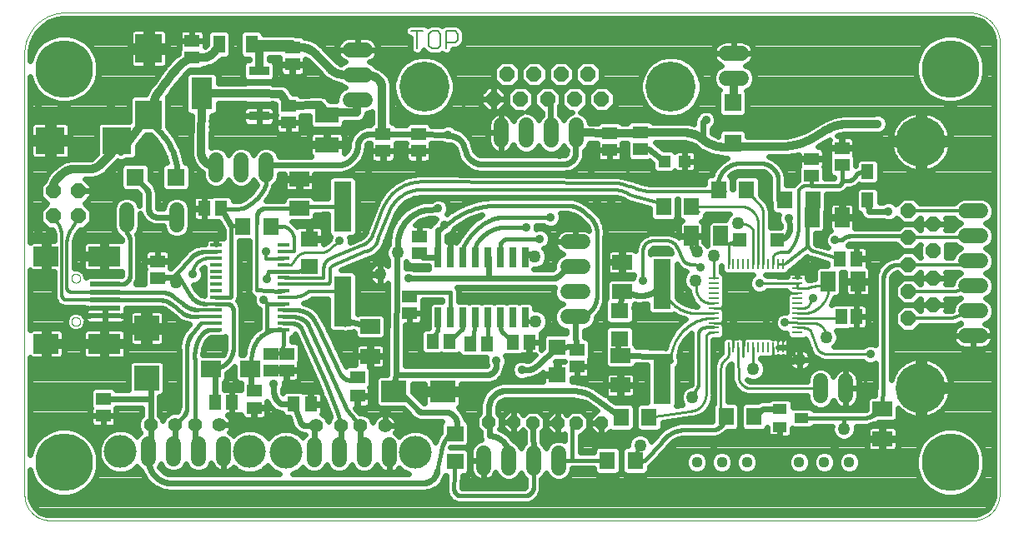
<source format=gtl>
G75*
%MOIN*%
%OFA0B0*%
%FSLAX25Y25*%
%IPPOS*%
%LPD*%
%AMOC8*
5,1,8,0,0,1.08239X$1,22.5*
%
%ADD10C,0.00600*%
%ADD11C,0.00000*%
%ADD12R,0.03937X0.00787*%
%ADD13R,0.00787X0.03937*%
%ADD14R,0.07874X0.05906*%
%ADD15R,0.07000X0.20000*%
%ADD16R,0.06299X0.07098*%
%ADD17R,0.04724X0.07087*%
%ADD18R,0.07098X0.06299*%
%ADD19R,0.05906X0.07874*%
%ADD20R,0.05512X0.03937*%
%ADD21R,0.05512X0.05512*%
%ADD22R,0.05906X0.05118*%
%ADD23OC8,0.05200*%
%ADD24C,0.04400*%
%ADD25R,0.09843X0.07874*%
%ADD26R,0.12992X0.07874*%
%ADD27R,0.12205X0.01969*%
%ADD28C,0.23000*%
%ADD29R,0.04724X0.05906*%
%ADD30C,0.06000*%
%ADD31R,0.11614X0.10630*%
%ADD32R,0.05118X0.05906*%
%ADD33C,0.05000*%
%ADD34OC8,0.06000*%
%ADD35C,0.20000*%
%ADD36R,0.04724X0.01496*%
%ADD37R,0.07087X0.06299*%
%ADD38C,0.05600*%
%ADD39C,0.13100*%
%ADD40R,0.07874X0.06693*%
%ADD41R,0.10630X0.11614*%
%ADD42R,0.02600X0.08000*%
%ADD43R,0.09843X0.10039*%
%ADD44R,0.10236X0.08661*%
%ADD45R,0.07087X0.06693*%
%ADD46R,0.08465X0.03740*%
%ADD47R,0.08465X0.12795*%
%ADD48R,0.09449X0.06299*%
%ADD49R,0.04600X0.06300*%
%ADD50R,0.04724X0.04724*%
%ADD51R,0.06693X0.07087*%
%ADD52C,0.02400*%
%ADD53C,0.03562*%
%ADD54C,0.01000*%
%ADD55C,0.01600*%
%ADD56C,0.01200*%
%ADD57C,0.03200*%
D10*
X0166646Y0203467D02*
X0166646Y0210473D01*
X0164311Y0210473D02*
X0168982Y0210473D01*
X0171309Y0209306D02*
X0171309Y0204635D01*
X0172477Y0203467D01*
X0174812Y0203467D01*
X0175980Y0204635D01*
X0175980Y0209306D01*
X0174812Y0210473D01*
X0172477Y0210473D01*
X0171309Y0209306D01*
X0178307Y0210473D02*
X0181810Y0210473D01*
X0182978Y0209306D01*
X0182978Y0206970D01*
X0181810Y0205803D01*
X0178307Y0205803D01*
X0178307Y0203467D02*
X0178307Y0210473D01*
D11*
X0019865Y0014585D02*
X0388843Y0014585D01*
X0388843Y0014584D02*
X0389099Y0014587D01*
X0389355Y0014596D01*
X0389611Y0014612D01*
X0389866Y0014633D01*
X0390121Y0014661D01*
X0390375Y0014695D01*
X0390628Y0014735D01*
X0390880Y0014781D01*
X0391131Y0014834D01*
X0391380Y0014892D01*
X0391628Y0014956D01*
X0391874Y0015027D01*
X0392119Y0015103D01*
X0392362Y0015185D01*
X0392602Y0015273D01*
X0392841Y0015367D01*
X0393077Y0015466D01*
X0393310Y0015571D01*
X0393541Y0015682D01*
X0393770Y0015798D01*
X0393995Y0015920D01*
X0394217Y0016047D01*
X0394437Y0016180D01*
X0394652Y0016318D01*
X0394865Y0016461D01*
X0395074Y0016609D01*
X0395280Y0016762D01*
X0395481Y0016920D01*
X0395679Y0017082D01*
X0395873Y0017250D01*
X0396062Y0017422D01*
X0396248Y0017599D01*
X0396429Y0017780D01*
X0396606Y0017966D01*
X0396778Y0018155D01*
X0396946Y0018349D01*
X0397108Y0018547D01*
X0397266Y0018748D01*
X0397419Y0018954D01*
X0397567Y0019163D01*
X0397710Y0019376D01*
X0397848Y0019591D01*
X0397981Y0019811D01*
X0398108Y0020033D01*
X0398230Y0020258D01*
X0398346Y0020487D01*
X0398457Y0020718D01*
X0398562Y0020951D01*
X0398661Y0021187D01*
X0398755Y0021426D01*
X0398843Y0021666D01*
X0398925Y0021909D01*
X0399001Y0022154D01*
X0399072Y0022400D01*
X0399136Y0022648D01*
X0399194Y0022897D01*
X0399247Y0023148D01*
X0399293Y0023400D01*
X0399333Y0023653D01*
X0399367Y0023907D01*
X0399395Y0024162D01*
X0399416Y0024417D01*
X0399432Y0024673D01*
X0399441Y0024929D01*
X0399444Y0025185D01*
X0399444Y0204511D01*
X0399469Y0204802D01*
X0399487Y0205094D01*
X0399498Y0205386D01*
X0399502Y0205679D01*
X0399499Y0205971D01*
X0399489Y0206263D01*
X0399471Y0206555D01*
X0399447Y0206846D01*
X0399415Y0207137D01*
X0399377Y0207427D01*
X0399332Y0207716D01*
X0399279Y0208004D01*
X0399220Y0208290D01*
X0399154Y0208575D01*
X0399081Y0208858D01*
X0399001Y0209139D01*
X0398914Y0209418D01*
X0398821Y0209695D01*
X0398720Y0209970D01*
X0398614Y0210242D01*
X0398501Y0210512D01*
X0398381Y0210779D01*
X0398255Y0211043D01*
X0398122Y0211303D01*
X0397984Y0211561D01*
X0397839Y0211815D01*
X0397688Y0212065D01*
X0397531Y0212312D01*
X0397368Y0212555D01*
X0397199Y0212793D01*
X0397025Y0213028D01*
X0396844Y0213258D01*
X0396659Y0213484D01*
X0396468Y0213706D01*
X0396272Y0213922D01*
X0396070Y0214134D01*
X0395864Y0214341D01*
X0395652Y0214543D01*
X0395436Y0214740D01*
X0395215Y0214932D01*
X0394989Y0215118D01*
X0394759Y0215298D01*
X0394525Y0215473D01*
X0394287Y0215642D01*
X0394044Y0215806D01*
X0393798Y0215963D01*
X0393548Y0216115D01*
X0393294Y0216261D01*
X0393037Y0216400D01*
X0392777Y0216533D01*
X0392513Y0216660D01*
X0392247Y0216780D01*
X0391977Y0216894D01*
X0391705Y0217001D01*
X0391431Y0217102D01*
X0391154Y0217196D01*
X0390875Y0217283D01*
X0390594Y0217363D01*
X0390311Y0217437D01*
X0390026Y0217504D01*
X0389740Y0217564D01*
X0389452Y0217617D01*
X0389164Y0217663D01*
X0388874Y0217702D01*
X0388583Y0217734D01*
X0024601Y0217734D01*
X0024600Y0217734D02*
X0024207Y0217696D01*
X0023814Y0217648D01*
X0023423Y0217591D01*
X0023034Y0217525D01*
X0022646Y0217449D01*
X0022260Y0217364D01*
X0021876Y0217269D01*
X0021494Y0217165D01*
X0021116Y0217053D01*
X0020740Y0216931D01*
X0020367Y0216799D01*
X0019997Y0216659D01*
X0019631Y0216510D01*
X0019269Y0216353D01*
X0018910Y0216186D01*
X0018556Y0216011D01*
X0018206Y0215827D01*
X0017860Y0215635D01*
X0017520Y0215435D01*
X0017184Y0215227D01*
X0016853Y0215010D01*
X0016528Y0214786D01*
X0016208Y0214553D01*
X0015894Y0214314D01*
X0015586Y0214066D01*
X0015284Y0213811D01*
X0014988Y0213549D01*
X0014698Y0213280D01*
X0014415Y0213004D01*
X0014139Y0212721D01*
X0013870Y0212432D01*
X0013608Y0212136D01*
X0013353Y0211834D01*
X0013105Y0211526D01*
X0012865Y0211212D01*
X0012633Y0210892D01*
X0012408Y0210567D01*
X0012191Y0210237D01*
X0011983Y0209901D01*
X0011782Y0209560D01*
X0011590Y0209215D01*
X0011406Y0208865D01*
X0011231Y0208511D01*
X0011065Y0208152D01*
X0010907Y0207790D01*
X0010757Y0207424D01*
X0010617Y0207054D01*
X0010486Y0206682D01*
X0010364Y0206306D01*
X0010251Y0205927D01*
X0010147Y0205546D01*
X0010052Y0205162D01*
X0009967Y0204776D01*
X0009891Y0204388D01*
X0009824Y0203998D01*
X0009767Y0203607D01*
X0009719Y0203215D01*
X0009681Y0202822D01*
X0009652Y0202427D01*
X0009633Y0202033D01*
X0009623Y0201637D01*
X0009623Y0201242D01*
X0009633Y0200847D01*
X0009652Y0200452D01*
X0009680Y0200058D01*
X0009680Y0024770D01*
X0009683Y0024524D01*
X0009692Y0024278D01*
X0009707Y0024032D01*
X0009728Y0023787D01*
X0009754Y0023542D01*
X0009787Y0023298D01*
X0009825Y0023055D01*
X0009870Y0022813D01*
X0009920Y0022572D01*
X0009976Y0022333D01*
X0010038Y0022094D01*
X0010105Y0021858D01*
X0010178Y0021623D01*
X0010257Y0021390D01*
X0010342Y0021158D01*
X0010432Y0020929D01*
X0010527Y0020702D01*
X0010628Y0020478D01*
X0010735Y0020256D01*
X0010847Y0020037D01*
X0010964Y0019820D01*
X0011086Y0019607D01*
X0011213Y0019396D01*
X0011346Y0019188D01*
X0011483Y0018984D01*
X0011625Y0018783D01*
X0011772Y0018586D01*
X0011924Y0018392D01*
X0012080Y0018202D01*
X0012241Y0018016D01*
X0012407Y0017834D01*
X0012577Y0017656D01*
X0012751Y0017482D01*
X0012929Y0017312D01*
X0013111Y0017146D01*
X0013297Y0016985D01*
X0013487Y0016829D01*
X0013681Y0016677D01*
X0013878Y0016530D01*
X0014079Y0016388D01*
X0014283Y0016251D01*
X0014491Y0016118D01*
X0014702Y0015991D01*
X0014915Y0015869D01*
X0015132Y0015752D01*
X0015351Y0015640D01*
X0015573Y0015533D01*
X0015797Y0015432D01*
X0016024Y0015337D01*
X0016253Y0015247D01*
X0016485Y0015162D01*
X0016718Y0015083D01*
X0016953Y0015010D01*
X0017189Y0014943D01*
X0017428Y0014881D01*
X0017667Y0014825D01*
X0017908Y0014775D01*
X0018150Y0014730D01*
X0018393Y0014692D01*
X0018637Y0014659D01*
X0018882Y0014633D01*
X0019127Y0014612D01*
X0019373Y0014597D01*
X0019619Y0014588D01*
X0019865Y0014585D01*
X0028381Y0094112D02*
X0028383Y0094196D01*
X0028389Y0094279D01*
X0028399Y0094362D01*
X0028413Y0094445D01*
X0028430Y0094527D01*
X0028452Y0094608D01*
X0028477Y0094687D01*
X0028506Y0094766D01*
X0028539Y0094843D01*
X0028575Y0094918D01*
X0028615Y0094992D01*
X0028658Y0095064D01*
X0028705Y0095133D01*
X0028755Y0095200D01*
X0028808Y0095265D01*
X0028864Y0095327D01*
X0028922Y0095387D01*
X0028984Y0095444D01*
X0029048Y0095497D01*
X0029115Y0095548D01*
X0029184Y0095595D01*
X0029255Y0095640D01*
X0029328Y0095680D01*
X0029403Y0095717D01*
X0029480Y0095751D01*
X0029558Y0095781D01*
X0029637Y0095807D01*
X0029718Y0095830D01*
X0029800Y0095848D01*
X0029882Y0095863D01*
X0029965Y0095874D01*
X0030048Y0095881D01*
X0030132Y0095884D01*
X0030216Y0095883D01*
X0030299Y0095878D01*
X0030383Y0095869D01*
X0030465Y0095856D01*
X0030547Y0095840D01*
X0030628Y0095819D01*
X0030709Y0095795D01*
X0030787Y0095767D01*
X0030865Y0095735D01*
X0030941Y0095699D01*
X0031015Y0095660D01*
X0031087Y0095618D01*
X0031157Y0095572D01*
X0031225Y0095523D01*
X0031290Y0095471D01*
X0031353Y0095416D01*
X0031413Y0095358D01*
X0031471Y0095297D01*
X0031525Y0095233D01*
X0031577Y0095167D01*
X0031625Y0095099D01*
X0031670Y0095028D01*
X0031711Y0094955D01*
X0031750Y0094881D01*
X0031784Y0094805D01*
X0031815Y0094727D01*
X0031842Y0094648D01*
X0031866Y0094567D01*
X0031885Y0094486D01*
X0031901Y0094404D01*
X0031913Y0094321D01*
X0031921Y0094237D01*
X0031925Y0094154D01*
X0031925Y0094070D01*
X0031921Y0093987D01*
X0031913Y0093903D01*
X0031901Y0093820D01*
X0031885Y0093738D01*
X0031866Y0093657D01*
X0031842Y0093576D01*
X0031815Y0093497D01*
X0031784Y0093419D01*
X0031750Y0093343D01*
X0031711Y0093269D01*
X0031670Y0093196D01*
X0031625Y0093125D01*
X0031577Y0093057D01*
X0031525Y0092991D01*
X0031471Y0092927D01*
X0031413Y0092866D01*
X0031353Y0092808D01*
X0031290Y0092753D01*
X0031225Y0092701D01*
X0031157Y0092652D01*
X0031087Y0092606D01*
X0031015Y0092564D01*
X0030941Y0092525D01*
X0030865Y0092489D01*
X0030787Y0092457D01*
X0030709Y0092429D01*
X0030628Y0092405D01*
X0030547Y0092384D01*
X0030465Y0092368D01*
X0030383Y0092355D01*
X0030299Y0092346D01*
X0030216Y0092341D01*
X0030132Y0092340D01*
X0030048Y0092343D01*
X0029965Y0092350D01*
X0029882Y0092361D01*
X0029800Y0092376D01*
X0029718Y0092394D01*
X0029637Y0092417D01*
X0029558Y0092443D01*
X0029480Y0092473D01*
X0029403Y0092507D01*
X0029328Y0092544D01*
X0029255Y0092584D01*
X0029184Y0092629D01*
X0029115Y0092676D01*
X0029048Y0092727D01*
X0028984Y0092780D01*
X0028922Y0092837D01*
X0028864Y0092897D01*
X0028808Y0092959D01*
X0028755Y0093024D01*
X0028705Y0093091D01*
X0028658Y0093160D01*
X0028615Y0093232D01*
X0028575Y0093306D01*
X0028539Y0093381D01*
X0028506Y0093458D01*
X0028477Y0093537D01*
X0028452Y0093616D01*
X0028430Y0093697D01*
X0028413Y0093779D01*
X0028399Y0093862D01*
X0028389Y0093945D01*
X0028383Y0094028D01*
X0028381Y0094112D01*
X0028381Y0111435D02*
X0028383Y0111519D01*
X0028389Y0111602D01*
X0028399Y0111685D01*
X0028413Y0111768D01*
X0028430Y0111850D01*
X0028452Y0111931D01*
X0028477Y0112010D01*
X0028506Y0112089D01*
X0028539Y0112166D01*
X0028575Y0112241D01*
X0028615Y0112315D01*
X0028658Y0112387D01*
X0028705Y0112456D01*
X0028755Y0112523D01*
X0028808Y0112588D01*
X0028864Y0112650D01*
X0028922Y0112710D01*
X0028984Y0112767D01*
X0029048Y0112820D01*
X0029115Y0112871D01*
X0029184Y0112918D01*
X0029255Y0112963D01*
X0029328Y0113003D01*
X0029403Y0113040D01*
X0029480Y0113074D01*
X0029558Y0113104D01*
X0029637Y0113130D01*
X0029718Y0113153D01*
X0029800Y0113171D01*
X0029882Y0113186D01*
X0029965Y0113197D01*
X0030048Y0113204D01*
X0030132Y0113207D01*
X0030216Y0113206D01*
X0030299Y0113201D01*
X0030383Y0113192D01*
X0030465Y0113179D01*
X0030547Y0113163D01*
X0030628Y0113142D01*
X0030709Y0113118D01*
X0030787Y0113090D01*
X0030865Y0113058D01*
X0030941Y0113022D01*
X0031015Y0112983D01*
X0031087Y0112941D01*
X0031157Y0112895D01*
X0031225Y0112846D01*
X0031290Y0112794D01*
X0031353Y0112739D01*
X0031413Y0112681D01*
X0031471Y0112620D01*
X0031525Y0112556D01*
X0031577Y0112490D01*
X0031625Y0112422D01*
X0031670Y0112351D01*
X0031711Y0112278D01*
X0031750Y0112204D01*
X0031784Y0112128D01*
X0031815Y0112050D01*
X0031842Y0111971D01*
X0031866Y0111890D01*
X0031885Y0111809D01*
X0031901Y0111727D01*
X0031913Y0111644D01*
X0031921Y0111560D01*
X0031925Y0111477D01*
X0031925Y0111393D01*
X0031921Y0111310D01*
X0031913Y0111226D01*
X0031901Y0111143D01*
X0031885Y0111061D01*
X0031866Y0110980D01*
X0031842Y0110899D01*
X0031815Y0110820D01*
X0031784Y0110742D01*
X0031750Y0110666D01*
X0031711Y0110592D01*
X0031670Y0110519D01*
X0031625Y0110448D01*
X0031577Y0110380D01*
X0031525Y0110314D01*
X0031471Y0110250D01*
X0031413Y0110189D01*
X0031353Y0110131D01*
X0031290Y0110076D01*
X0031225Y0110024D01*
X0031157Y0109975D01*
X0031087Y0109929D01*
X0031015Y0109887D01*
X0030941Y0109848D01*
X0030865Y0109812D01*
X0030787Y0109780D01*
X0030709Y0109752D01*
X0030628Y0109728D01*
X0030547Y0109707D01*
X0030465Y0109691D01*
X0030383Y0109678D01*
X0030299Y0109669D01*
X0030216Y0109664D01*
X0030132Y0109663D01*
X0030048Y0109666D01*
X0029965Y0109673D01*
X0029882Y0109684D01*
X0029800Y0109699D01*
X0029718Y0109717D01*
X0029637Y0109740D01*
X0029558Y0109766D01*
X0029480Y0109796D01*
X0029403Y0109830D01*
X0029328Y0109867D01*
X0029255Y0109907D01*
X0029184Y0109952D01*
X0029115Y0109999D01*
X0029048Y0110050D01*
X0028984Y0110103D01*
X0028922Y0110160D01*
X0028864Y0110220D01*
X0028808Y0110282D01*
X0028755Y0110347D01*
X0028705Y0110414D01*
X0028658Y0110483D01*
X0028615Y0110555D01*
X0028575Y0110629D01*
X0028539Y0110704D01*
X0028506Y0110781D01*
X0028477Y0110860D01*
X0028452Y0110939D01*
X0028430Y0111020D01*
X0028413Y0111102D01*
X0028399Y0111185D01*
X0028389Y0111268D01*
X0028383Y0111351D01*
X0028381Y0111435D01*
D12*
X0285153Y0111356D03*
X0285153Y0109388D03*
X0285153Y0107419D03*
X0285153Y0105451D03*
X0285153Y0103482D03*
X0285153Y0101514D03*
X0285153Y0099545D03*
X0285153Y0097577D03*
X0285153Y0095608D03*
X0285153Y0093640D03*
X0285153Y0091671D03*
X0285153Y0089703D03*
X0318617Y0089703D03*
X0318617Y0091671D03*
X0318617Y0093640D03*
X0318617Y0095608D03*
X0318617Y0097577D03*
X0318617Y0099545D03*
X0318617Y0101514D03*
X0318617Y0103482D03*
X0318617Y0105451D03*
X0318617Y0107419D03*
X0318617Y0109388D03*
X0318617Y0111356D03*
D13*
X0312712Y0117262D03*
X0310743Y0117262D03*
X0308775Y0117262D03*
X0306806Y0117262D03*
X0304838Y0117262D03*
X0302869Y0117262D03*
X0300901Y0117262D03*
X0298932Y0117262D03*
X0296964Y0117262D03*
X0294995Y0117262D03*
X0293027Y0117262D03*
X0291058Y0117262D03*
X0291058Y0083797D03*
X0293027Y0083797D03*
X0294995Y0083797D03*
X0296964Y0083797D03*
X0298932Y0083797D03*
X0300901Y0083797D03*
X0302869Y0083797D03*
X0304838Y0083797D03*
X0306806Y0083797D03*
X0308775Y0083797D03*
X0310743Y0083797D03*
X0312712Y0083797D03*
D14*
X0352594Y0059073D03*
X0352594Y0047262D03*
X0248578Y0106159D03*
X0248578Y0117970D03*
X0247869Y0080490D03*
X0247869Y0068679D03*
X0147869Y0080333D03*
X0147869Y0092144D03*
X0119523Y0139388D03*
X0119523Y0151199D03*
D15*
X0136846Y0140278D03*
X0136846Y0102278D03*
X0264483Y0109175D03*
X0264483Y0071175D03*
D16*
X0259373Y0055923D03*
X0248176Y0055923D03*
X0242665Y0038600D03*
X0253861Y0038600D03*
X0290106Y0056081D03*
X0301302Y0056081D03*
X0276302Y0140175D03*
X0265106Y0140175D03*
X0287153Y0146868D03*
X0298350Y0146868D03*
X0313531Y0142931D03*
X0324728Y0142931D03*
X0108192Y0132301D03*
X0096995Y0132301D03*
D17*
X0100428Y0205136D03*
X0087436Y0205136D03*
D18*
X0247476Y0098530D03*
X0247476Y0087333D03*
X0181728Y0049317D03*
X0181728Y0038120D03*
D19*
X0276216Y0128364D03*
X0288027Y0128364D03*
X0324641Y0135844D03*
X0336452Y0135844D03*
X0330940Y0110254D03*
X0342751Y0110254D03*
D20*
X0311649Y0059270D03*
X0311649Y0051789D03*
X0320310Y0055530D03*
D21*
X0310468Y0126789D03*
X0295507Y0126789D03*
D22*
X0324247Y0152577D03*
X0324247Y0159270D03*
X0336452Y0156907D03*
X0336452Y0163600D03*
X0255743Y0163207D03*
X0255743Y0169900D03*
X0243539Y0169506D03*
X0243539Y0162813D03*
X0167161Y0162419D03*
X0167161Y0169112D03*
X0152987Y0169112D03*
X0152987Y0162419D03*
X0115192Y0173837D03*
X0115192Y0180530D03*
X0116767Y0197065D03*
X0116767Y0203758D03*
X0076609Y0206514D03*
X0076609Y0199821D03*
X0167554Y0128167D03*
X0167554Y0121474D03*
X0163617Y0104152D03*
X0163617Y0097459D03*
X0142751Y0071868D03*
X0142751Y0064388D03*
X0114405Y0074624D03*
X0108106Y0074624D03*
X0108106Y0081317D03*
X0114405Y0081317D03*
X0101413Y0066356D03*
X0101413Y0059663D03*
X0041176Y0056514D03*
X0041176Y0063207D03*
X0062830Y0111632D03*
X0062830Y0118325D03*
X0230546Y0082892D03*
X0230546Y0076199D03*
D23*
X0230271Y0053561D03*
X0222948Y0053561D03*
X0212948Y0053561D03*
X0205231Y0053955D03*
X0195231Y0053955D03*
X0240271Y0053561D03*
D24*
X0278420Y0037813D03*
X0288420Y0037813D03*
X0298420Y0037813D03*
X0319365Y0037813D03*
X0329365Y0037813D03*
X0339365Y0037813D03*
D25*
X0018342Y0085254D03*
X0018342Y0120293D03*
D26*
X0041570Y0120293D03*
X0041570Y0085254D03*
D27*
X0041964Y0096474D03*
X0041964Y0099624D03*
X0041964Y0102774D03*
X0041964Y0105923D03*
X0041964Y0109073D03*
D28*
X0025428Y0037813D03*
X0025428Y0195293D03*
X0379759Y0195293D03*
X0379759Y0037813D03*
D29*
X0346688Y0142734D03*
X0346688Y0154152D03*
D30*
X0385814Y0138404D02*
X0391814Y0138404D01*
X0391814Y0128404D02*
X0385814Y0128404D01*
X0385814Y0118404D02*
X0391814Y0118404D01*
X0391814Y0108404D02*
X0385814Y0108404D01*
X0385814Y0098404D02*
X0391814Y0098404D01*
X0391814Y0088404D02*
X0385814Y0088404D01*
X0337909Y0070341D02*
X0337909Y0064341D01*
X0327909Y0064341D02*
X0327909Y0070341D01*
X0232759Y0096041D02*
X0226759Y0096041D01*
X0226759Y0106041D02*
X0232759Y0106041D01*
X0232759Y0116041D02*
X0226759Y0116041D01*
X0226759Y0126041D02*
X0232759Y0126041D01*
X0230192Y0166703D02*
X0230192Y0172703D01*
X0220192Y0172703D02*
X0220192Y0166703D01*
X0210192Y0166703D02*
X0210192Y0172703D01*
X0200192Y0172703D02*
X0200192Y0166703D01*
X0145751Y0182931D02*
X0139751Y0182931D01*
X0139751Y0192931D02*
X0145751Y0192931D01*
X0145751Y0202931D02*
X0139751Y0202931D01*
X0106294Y0158923D02*
X0106294Y0152923D01*
X0096294Y0152923D02*
X0096294Y0158923D01*
X0086294Y0158923D02*
X0086294Y0152923D01*
X0070468Y0138844D02*
X0070468Y0132844D01*
X0050468Y0132844D02*
X0050468Y0138844D01*
X0059247Y0045144D02*
X0059247Y0039144D01*
X0069247Y0039144D02*
X0069247Y0045144D01*
X0079247Y0045144D02*
X0079247Y0039144D01*
X0089247Y0039144D02*
X0089247Y0045144D01*
X0125389Y0044750D02*
X0125389Y0038750D01*
X0135389Y0038750D02*
X0135389Y0044750D01*
X0145389Y0044750D02*
X0145389Y0038750D01*
X0155389Y0038750D02*
X0155389Y0044750D01*
X0193106Y0041600D02*
X0193106Y0035600D01*
X0203106Y0035600D02*
X0203106Y0041600D01*
X0213106Y0041600D02*
X0213106Y0035600D01*
X0223106Y0035600D02*
X0223106Y0041600D01*
X0290145Y0191474D02*
X0296145Y0191474D01*
X0296145Y0201474D02*
X0290145Y0201474D01*
D31*
X0046590Y0166553D03*
X0020015Y0166553D03*
D32*
X0081531Y0139388D03*
X0088224Y0139388D03*
X0172869Y0086238D03*
X0179562Y0086238D03*
X0187830Y0085057D03*
X0194523Y0085057D03*
X0204759Y0085844D03*
X0211452Y0085844D03*
X0124050Y0061041D03*
X0117357Y0061041D03*
X0092554Y0061829D03*
X0085861Y0061829D03*
X0335468Y0119309D03*
X0342161Y0119309D03*
D33*
X0294720Y0133482D03*
X0278578Y0122065D03*
X0285271Y0120490D03*
X0277791Y0110648D03*
X0319523Y0078758D03*
X0330153Y0087813D03*
X0301019Y0075215D03*
X0276609Y0063797D03*
X0255743Y0044506D03*
X0214011Y0094112D03*
X0213617Y0120096D03*
X0158893Y0121671D03*
X0151806Y0113010D03*
X0070310Y0109860D03*
X0337239Y0051199D03*
D34*
X0362948Y0095347D03*
X0372948Y0100747D03*
X0362948Y0106147D03*
X0372948Y0111547D03*
X0362948Y0116947D03*
X0372948Y0122347D03*
X0362948Y0127747D03*
X0372948Y0133147D03*
X0362948Y0138547D03*
X0240335Y0183207D03*
X0229535Y0183207D03*
X0218735Y0183207D03*
X0207935Y0183207D03*
X0197135Y0183207D03*
X0202535Y0193207D03*
X0213335Y0193207D03*
X0224135Y0193207D03*
X0234935Y0193207D03*
X0031216Y0146356D03*
X0021216Y0146356D03*
X0021216Y0136356D03*
X0031216Y0136356D03*
D35*
X0169435Y0188207D03*
X0268035Y0188207D03*
X0367948Y0166247D03*
X0367948Y0067647D03*
D36*
X0113338Y0090873D03*
X0113338Y0093473D03*
X0113338Y0096073D03*
X0113338Y0098673D03*
X0113338Y0101273D03*
X0113338Y0103873D03*
X0113338Y0106473D03*
X0113361Y0109073D03*
X0113338Y0111673D03*
X0113338Y0114273D03*
X0113338Y0116873D03*
X0113338Y0119473D03*
X0113338Y0122073D03*
X0113338Y0124673D03*
X0086338Y0124673D03*
X0086338Y0122073D03*
X0086338Y0119473D03*
X0086338Y0116873D03*
X0086338Y0114273D03*
X0086338Y0111673D03*
X0086314Y0109073D03*
X0086338Y0106473D03*
X0086338Y0103873D03*
X0086338Y0101273D03*
X0086338Y0098673D03*
X0086338Y0096073D03*
X0086338Y0093473D03*
X0086338Y0090873D03*
D37*
X0123460Y0116159D03*
X0123460Y0127183D03*
X0222672Y0083876D03*
X0222672Y0072852D03*
D38*
X0153745Y0052450D03*
X0143945Y0052450D03*
X0136045Y0052450D03*
X0126245Y0052450D03*
X0087604Y0052844D03*
X0077804Y0052844D03*
X0069904Y0052844D03*
X0060104Y0052844D03*
D39*
X0048004Y0042144D03*
X0099704Y0042144D03*
X0114145Y0041750D03*
X0165845Y0041750D03*
D40*
X0099838Y0075215D03*
X0084090Y0075215D03*
D41*
X0059287Y0176888D03*
X0059287Y0203463D03*
D42*
X0174857Y0119992D03*
X0179857Y0119992D03*
X0184857Y0119992D03*
X0189857Y0119992D03*
X0194857Y0119992D03*
X0199857Y0119992D03*
X0204857Y0119992D03*
X0209857Y0119992D03*
X0209857Y0095792D03*
X0204857Y0095792D03*
X0199857Y0095792D03*
X0194857Y0095792D03*
X0189857Y0095792D03*
X0184857Y0095792D03*
X0179857Y0095792D03*
X0174857Y0095792D03*
D43*
X0058499Y0091455D03*
X0058499Y0071573D03*
D44*
X0157318Y0066159D03*
X0177003Y0066159D03*
D45*
X0070113Y0151986D03*
X0053972Y0151986D03*
D46*
X0103381Y0176396D03*
X0103381Y0185451D03*
X0103381Y0194506D03*
D47*
X0080546Y0185451D03*
D48*
X0130546Y0176789D03*
X0130546Y0164978D03*
D49*
X0336208Y0096081D03*
X0342208Y0096081D03*
D50*
X0273657Y0158285D03*
X0265389Y0158285D03*
D51*
X0292751Y0165569D03*
X0292751Y0181711D03*
D52*
X0287005Y0181724D02*
X0278611Y0181724D01*
X0277958Y0180593D02*
X0279590Y0183420D01*
X0280435Y0186574D01*
X0280435Y0189839D01*
X0279590Y0192993D01*
X0277958Y0195820D01*
X0275649Y0198129D01*
X0272822Y0199762D01*
X0269668Y0200607D01*
X0266403Y0200607D01*
X0263249Y0199762D01*
X0260422Y0198129D01*
X0258113Y0195820D01*
X0256480Y0192993D01*
X0255635Y0189839D01*
X0255635Y0186574D01*
X0256480Y0183420D01*
X0258113Y0180593D01*
X0260422Y0178284D01*
X0263249Y0176652D01*
X0266403Y0175807D01*
X0269668Y0175807D01*
X0272822Y0176652D01*
X0275649Y0178284D01*
X0277958Y0180593D01*
X0276690Y0179325D02*
X0287005Y0179325D01*
X0287005Y0177690D02*
X0287370Y0176808D01*
X0288045Y0176133D01*
X0288927Y0175767D01*
X0296575Y0175767D01*
X0297457Y0176133D01*
X0298132Y0176808D01*
X0298498Y0177690D01*
X0298498Y0185731D01*
X0298189Y0186476D01*
X0299204Y0186897D01*
X0300723Y0188416D01*
X0301545Y0190400D01*
X0301545Y0192549D01*
X0300723Y0194533D01*
X0299204Y0196052D01*
X0297921Y0196584D01*
X0298141Y0196655D01*
X0298870Y0197027D01*
X0299532Y0197508D01*
X0300111Y0198087D01*
X0300592Y0198749D01*
X0300964Y0199478D01*
X0301217Y0200257D01*
X0301345Y0201065D01*
X0301345Y0201474D01*
X0293145Y0201474D01*
X0293145Y0201474D01*
X0284945Y0201474D01*
X0284945Y0201065D01*
X0285073Y0200257D01*
X0285326Y0199478D01*
X0285697Y0198749D01*
X0286179Y0198087D01*
X0286757Y0197508D01*
X0287419Y0197027D01*
X0288149Y0196655D01*
X0288369Y0196584D01*
X0287086Y0196052D01*
X0285567Y0194533D01*
X0284745Y0192549D01*
X0284745Y0190400D01*
X0285567Y0188416D01*
X0287086Y0186897D01*
X0287487Y0186730D01*
X0287370Y0186613D01*
X0287005Y0185731D01*
X0287005Y0177690D01*
X0287321Y0176927D02*
X0285775Y0176927D01*
X0285666Y0177189D02*
X0284490Y0178365D01*
X0282953Y0179002D01*
X0281290Y0179002D01*
X0279753Y0178365D01*
X0278577Y0177189D01*
X0278380Y0176715D01*
X0277956Y0176291D01*
X0277956Y0176291D01*
X0277208Y0174485D01*
X0277208Y0173273D01*
X0275420Y0173703D01*
X0260778Y0173703D01*
X0260731Y0173818D01*
X0260056Y0174493D01*
X0259173Y0174859D01*
X0252313Y0174859D01*
X0251431Y0174493D01*
X0250756Y0173818D01*
X0250627Y0173506D01*
X0248445Y0173506D01*
X0247851Y0174100D01*
X0246969Y0174465D01*
X0240108Y0174465D01*
X0239226Y0174100D01*
X0238738Y0173612D01*
X0235592Y0173645D01*
X0235592Y0173777D01*
X0234770Y0175762D01*
X0233251Y0177281D01*
X0231833Y0177868D01*
X0234935Y0180970D01*
X0234935Y0185443D01*
X0231772Y0188607D01*
X0227299Y0188607D01*
X0224135Y0185443D01*
X0220972Y0188607D01*
X0216499Y0188607D01*
X0213335Y0185443D01*
X0210172Y0188607D01*
X0205699Y0188607D01*
X0202535Y0185443D01*
X0202535Y0180970D01*
X0205699Y0177807D01*
X0208403Y0177807D01*
X0207133Y0177281D01*
X0205614Y0175762D01*
X0205083Y0174478D01*
X0205011Y0174699D01*
X0204640Y0175428D01*
X0204158Y0176090D01*
X0203580Y0176669D01*
X0202918Y0177150D01*
X0202188Y0177522D01*
X0201410Y0177775D01*
X0200601Y0177903D01*
X0200192Y0177903D01*
X0199783Y0177903D01*
X0198974Y0177775D01*
X0198196Y0177522D01*
X0197467Y0177150D01*
X0196805Y0176669D01*
X0196226Y0176090D01*
X0195745Y0175428D01*
X0195373Y0174699D01*
X0195120Y0173920D01*
X0194992Y0173112D01*
X0194992Y0169703D01*
X0200192Y0169703D01*
X0200192Y0177903D01*
X0200192Y0169703D01*
X0200192Y0169703D01*
X0200192Y0169703D01*
X0194992Y0169703D01*
X0194992Y0166293D01*
X0195120Y0165485D01*
X0195373Y0164707D01*
X0195745Y0163977D01*
X0196226Y0163315D01*
X0196805Y0162736D01*
X0197467Y0162255D01*
X0198196Y0161884D01*
X0198974Y0161631D01*
X0199783Y0161503D01*
X0200192Y0161503D01*
X0200192Y0169703D01*
X0200192Y0169703D01*
X0200192Y0161503D01*
X0200601Y0161503D01*
X0201410Y0161631D01*
X0202188Y0161884D01*
X0202918Y0162255D01*
X0203580Y0162736D01*
X0204158Y0163315D01*
X0204640Y0163977D01*
X0205011Y0164707D01*
X0205083Y0164927D01*
X0205614Y0163644D01*
X0207133Y0162125D01*
X0209118Y0161303D01*
X0211266Y0161303D01*
X0213251Y0162125D01*
X0214770Y0163644D01*
X0215192Y0164663D01*
X0215614Y0163644D01*
X0217133Y0162125D01*
X0219118Y0161303D01*
X0221266Y0161303D01*
X0223251Y0162125D01*
X0224770Y0163644D01*
X0225192Y0164663D01*
X0225614Y0163644D01*
X0226384Y0162874D01*
X0226345Y0161560D01*
X0226322Y0161471D01*
X0226103Y0161113D01*
X0225761Y0160869D01*
X0225708Y0160867D01*
X0225391Y0160924D01*
X0224999Y0160838D01*
X0224599Y0160822D01*
X0224365Y0160714D01*
X0224189Y0160683D01*
X0223171Y0160636D01*
X0223086Y0160643D01*
X0222938Y0160704D01*
X0222443Y0160704D01*
X0221952Y0160765D01*
X0221733Y0160704D01*
X0193938Y0160704D01*
X0193808Y0160747D01*
X0193226Y0160704D01*
X0192642Y0160704D01*
X0192626Y0160698D01*
X0192516Y0160698D01*
X0191398Y0160979D01*
X0190424Y0161596D01*
X0189694Y0162488D01*
X0189472Y0162952D01*
X0188980Y0164583D01*
X0188773Y0165268D01*
X0188340Y0166703D01*
X0188340Y0166703D01*
X0186640Y0169173D01*
X0186640Y0169173D01*
X0186640Y0169173D01*
X0184268Y0171006D01*
X0184268Y0171006D01*
X0181954Y0171846D01*
X0181340Y0172460D01*
X0179803Y0173096D01*
X0178140Y0173096D01*
X0176825Y0172552D01*
X0172315Y0172627D01*
X0172148Y0173031D01*
X0171473Y0173706D01*
X0170591Y0174071D01*
X0163730Y0174071D01*
X0162848Y0173706D01*
X0162173Y0173031D01*
X0162041Y0172712D01*
X0158107Y0172712D01*
X0157975Y0173031D01*
X0157300Y0173706D01*
X0156594Y0173998D01*
X0156594Y0189019D01*
X0155719Y0191710D01*
X0154056Y0194000D01*
X0151767Y0195663D01*
X0151767Y0195663D01*
X0150121Y0196198D01*
X0148810Y0197509D01*
X0147527Y0198040D01*
X0147747Y0198112D01*
X0148477Y0198484D01*
X0149139Y0198965D01*
X0149718Y0199544D01*
X0150199Y0200206D01*
X0150570Y0200935D01*
X0150823Y0201713D01*
X0150951Y0202522D01*
X0150951Y0202931D01*
X0142751Y0202931D01*
X0134551Y0202931D01*
X0134551Y0202522D01*
X0134679Y0201713D01*
X0134932Y0200935D01*
X0135304Y0200206D01*
X0135785Y0199544D01*
X0136364Y0198965D01*
X0137026Y0198484D01*
X0137755Y0198112D01*
X0137975Y0198040D01*
X0136692Y0197509D01*
X0136307Y0197124D01*
X0135917Y0197231D01*
X0135052Y0197744D01*
X0134679Y0198083D01*
X0134356Y0198418D01*
X0129172Y0203793D01*
X0129101Y0203939D01*
X0128624Y0204362D01*
X0128181Y0204822D01*
X0128032Y0204886D01*
X0127093Y0205717D01*
X0127093Y0205717D01*
X0123707Y0207382D01*
X0121656Y0207774D01*
X0121079Y0208352D01*
X0120197Y0208717D01*
X0118462Y0208717D01*
X0118334Y0208813D01*
X0117838Y0208940D01*
X0117366Y0209136D01*
X0117074Y0209136D01*
X0116792Y0209208D01*
X0116286Y0209136D01*
X0105191Y0209136D01*
X0105191Y0209157D01*
X0104825Y0210039D01*
X0104150Y0210714D01*
X0103268Y0211079D01*
X0097589Y0211079D01*
X0096707Y0210714D01*
X0096032Y0210039D01*
X0095666Y0209157D01*
X0095666Y0201115D01*
X0096032Y0200233D01*
X0096707Y0199558D01*
X0097589Y0199193D01*
X0099381Y0199193D01*
X0099381Y0198776D01*
X0098671Y0198776D01*
X0097789Y0198411D01*
X0097114Y0197735D01*
X0096749Y0196853D01*
X0096749Y0192158D01*
X0097114Y0191276D01*
X0097789Y0190601D01*
X0098671Y0190236D01*
X0108091Y0190236D01*
X0108973Y0190601D01*
X0109648Y0191276D01*
X0110013Y0192158D01*
X0110013Y0196853D01*
X0109648Y0197735D01*
X0108973Y0198411D01*
X0108091Y0198776D01*
X0107381Y0198776D01*
X0107381Y0199955D01*
X0111625Y0199955D01*
X0111614Y0199914D01*
X0111614Y0197144D01*
X0116687Y0197144D01*
X0116687Y0196985D01*
X0116846Y0196985D01*
X0116846Y0192306D01*
X0120009Y0192306D01*
X0120569Y0192456D01*
X0121071Y0192745D01*
X0121480Y0193155D01*
X0121770Y0193657D01*
X0121920Y0194216D01*
X0121920Y0196985D01*
X0116847Y0196985D01*
X0116847Y0197144D01*
X0121920Y0197144D01*
X0121920Y0199286D01*
X0122566Y0198969D01*
X0123134Y0198530D01*
X0128368Y0193102D01*
X0128920Y0192530D01*
X0130020Y0191389D01*
X0130020Y0191389D01*
X0130021Y0191389D01*
X0132747Y0189770D01*
X0135804Y0188931D01*
X0136114Y0188931D01*
X0136692Y0188353D01*
X0137711Y0187931D01*
X0136692Y0187509D01*
X0135173Y0185990D01*
X0134351Y0184005D01*
X0134351Y0182339D01*
X0131712Y0182339D01*
X0131285Y0182849D01*
X0131200Y0183045D01*
X0130778Y0183454D01*
X0130400Y0183905D01*
X0130211Y0184004D01*
X0130057Y0184152D01*
X0129511Y0184369D01*
X0128989Y0184641D01*
X0128776Y0184660D01*
X0128578Y0184738D01*
X0127990Y0184729D01*
X0127404Y0184781D01*
X0127200Y0184717D01*
X0120022Y0184605D01*
X0119504Y0185123D01*
X0118622Y0185489D01*
X0116810Y0185489D01*
X0115831Y0187054D01*
X0115680Y0187444D01*
X0115414Y0187722D01*
X0115210Y0188049D01*
X0114869Y0188291D01*
X0114580Y0188594D01*
X0114228Y0188749D01*
X0113914Y0188973D01*
X0113506Y0189067D01*
X0113124Y0189235D01*
X0112739Y0189244D01*
X0112364Y0189330D01*
X0111951Y0189261D01*
X0109001Y0189327D01*
X0108973Y0189355D01*
X0108091Y0189721D01*
X0098671Y0189721D01*
X0098019Y0189451D01*
X0087179Y0189451D01*
X0087179Y0192326D01*
X0086813Y0193208D01*
X0086138Y0193883D01*
X0085256Y0194248D01*
X0075837Y0194248D01*
X0074955Y0193883D01*
X0074280Y0193208D01*
X0073914Y0192326D01*
X0073914Y0178576D01*
X0074280Y0177694D01*
X0074955Y0177019D01*
X0075837Y0176653D01*
X0076397Y0176653D01*
X0076166Y0162998D01*
X0076153Y0162965D01*
X0076153Y0162204D01*
X0076140Y0161442D01*
X0076153Y0161409D01*
X0076153Y0160609D01*
X0077117Y0157641D01*
X0078952Y0155116D01*
X0080894Y0153704D01*
X0080894Y0151849D01*
X0081717Y0149864D01*
X0083236Y0148345D01*
X0085220Y0147523D01*
X0087369Y0147523D01*
X0089353Y0148345D01*
X0090872Y0149864D01*
X0091294Y0150883D01*
X0091717Y0149864D01*
X0093236Y0148345D01*
X0095220Y0147523D01*
X0097369Y0147523D01*
X0099353Y0148345D01*
X0100872Y0149864D01*
X0101294Y0150883D01*
X0101717Y0149864D01*
X0102635Y0148946D01*
X0102354Y0148377D01*
X0100081Y0145419D01*
X0097121Y0143149D01*
X0095818Y0142508D01*
X0094820Y0142426D01*
X0093183Y0142426D01*
X0093183Y0142818D01*
X0092817Y0143700D01*
X0092142Y0144375D01*
X0091260Y0144741D01*
X0085187Y0144741D01*
X0084577Y0144488D01*
X0084379Y0144541D01*
X0081610Y0144541D01*
X0081610Y0139467D01*
X0081451Y0139467D01*
X0081451Y0139308D01*
X0081610Y0139308D01*
X0081610Y0134235D01*
X0084379Y0134235D01*
X0084577Y0134288D01*
X0085187Y0134035D01*
X0087237Y0134035D01*
X0089157Y0130834D01*
X0089157Y0127576D01*
X0088990Y0127621D01*
X0086338Y0127621D01*
X0086338Y0125273D01*
X0086338Y0125273D01*
X0086338Y0127621D01*
X0083686Y0127621D01*
X0083126Y0127471D01*
X0082625Y0127181D01*
X0082215Y0126772D01*
X0081926Y0126270D01*
X0081776Y0125710D01*
X0081776Y0125273D01*
X0080081Y0125273D01*
X0077248Y0124448D01*
X0074759Y0122865D01*
X0074759Y0122865D01*
X0074205Y0122235D01*
X0068637Y0115900D01*
X0068529Y0115836D01*
X0068339Y0115583D01*
X0068139Y0115405D01*
X0067962Y0115399D01*
X0067983Y0115476D01*
X0067983Y0118245D01*
X0062910Y0118245D01*
X0062910Y0118404D01*
X0067983Y0118404D01*
X0067983Y0121173D01*
X0067833Y0121733D01*
X0067543Y0122235D01*
X0067134Y0122644D01*
X0066632Y0122934D01*
X0066072Y0123084D01*
X0062909Y0123084D01*
X0062909Y0118404D01*
X0062750Y0118404D01*
X0062750Y0118245D01*
X0057677Y0118245D01*
X0057677Y0115476D01*
X0057730Y0115279D01*
X0057477Y0114668D01*
X0057477Y0109123D01*
X0054086Y0109123D01*
X0055006Y0111344D01*
X0055006Y0128053D01*
X0054510Y0129250D01*
X0055046Y0129786D01*
X0055868Y0131770D01*
X0055868Y0137571D01*
X0056110Y0136486D01*
X0056110Y0136486D01*
X0057720Y0134196D01*
X0060083Y0132696D01*
X0061070Y0132524D01*
X0061364Y0132402D01*
X0061769Y0132402D01*
X0062167Y0132332D01*
X0062478Y0132402D01*
X0065068Y0132402D01*
X0065068Y0131770D01*
X0065890Y0129786D01*
X0067409Y0128267D01*
X0069394Y0127444D01*
X0071542Y0127444D01*
X0073527Y0128267D01*
X0075046Y0129786D01*
X0075868Y0131770D01*
X0075868Y0139919D01*
X0075046Y0141903D01*
X0073527Y0143422D01*
X0071542Y0144244D01*
X0069394Y0144244D01*
X0067409Y0143422D01*
X0065890Y0141903D01*
X0065068Y0139919D01*
X0065068Y0139602D01*
X0062887Y0139602D01*
X0062887Y0139665D01*
X0062956Y0140063D01*
X0062887Y0140374D01*
X0062887Y0145836D01*
X0062038Y0148415D01*
X0062038Y0148415D01*
X0061523Y0149113D01*
X0061443Y0149323D01*
X0061101Y0149684D01*
X0060806Y0150084D01*
X0060614Y0150200D01*
X0059915Y0150939D01*
X0059915Y0155810D01*
X0059550Y0156692D01*
X0058874Y0157367D01*
X0057992Y0157733D01*
X0049951Y0157733D01*
X0049069Y0157367D01*
X0048394Y0156692D01*
X0048028Y0155810D01*
X0048028Y0148162D01*
X0048394Y0147280D01*
X0049069Y0146605D01*
X0049951Y0146240D01*
X0054450Y0146240D01*
X0055509Y0145119D01*
X0055545Y0145061D01*
X0055671Y0144679D01*
X0055687Y0144478D01*
X0055687Y0140356D01*
X0055046Y0141903D01*
X0053527Y0143422D01*
X0051542Y0144244D01*
X0049394Y0144244D01*
X0047409Y0143422D01*
X0045890Y0141903D01*
X0045068Y0139919D01*
X0045068Y0131770D01*
X0045890Y0129786D01*
X0047409Y0128267D01*
X0047638Y0128172D01*
X0047755Y0127890D01*
X0048254Y0127391D01*
X0048404Y0127209D01*
X0048583Y0126775D01*
X0048606Y0126541D01*
X0048606Y0126363D01*
X0048356Y0126430D01*
X0042339Y0126430D01*
X0042339Y0121062D01*
X0040802Y0121062D01*
X0040802Y0126430D01*
X0034784Y0126430D01*
X0034225Y0126280D01*
X0033723Y0125991D01*
X0033314Y0125581D01*
X0033024Y0125079D01*
X0032874Y0124520D01*
X0032874Y0121062D01*
X0040801Y0121062D01*
X0040801Y0119525D01*
X0032874Y0119525D01*
X0032874Y0116067D01*
X0033024Y0115507D01*
X0033314Y0115005D01*
X0033723Y0114596D01*
X0034225Y0114306D01*
X0034784Y0114156D01*
X0040802Y0114156D01*
X0040802Y0119525D01*
X0042339Y0119525D01*
X0042339Y0114156D01*
X0048356Y0114156D01*
X0048606Y0114223D01*
X0048606Y0112703D01*
X0048598Y0112619D01*
X0048534Y0112464D01*
X0048527Y0112457D01*
X0035384Y0112457D01*
X0034502Y0112092D01*
X0034124Y0111714D01*
X0034124Y0112225D01*
X0033520Y0113685D01*
X0032403Y0114802D01*
X0030943Y0115407D01*
X0029609Y0115407D01*
X0029609Y0125040D01*
X0029694Y0126225D01*
X0030360Y0128502D01*
X0030929Y0129546D01*
X0030959Y0129593D01*
X0031251Y0130048D01*
X0031251Y0130048D01*
X0031832Y0130956D01*
X0033452Y0130956D01*
X0036616Y0134120D01*
X0036616Y0138593D01*
X0033711Y0141498D01*
X0036416Y0144202D01*
X0036416Y0146356D01*
X0031216Y0146356D01*
X0031216Y0146356D01*
X0036416Y0146356D01*
X0036416Y0148510D01*
X0033790Y0151136D01*
X0036860Y0151136D01*
X0039479Y0151838D01*
X0039479Y0151838D01*
X0041828Y0153194D01*
X0042224Y0153590D01*
X0042224Y0153590D01*
X0046991Y0158356D01*
X0047194Y0158261D01*
X0047563Y0158245D01*
X0047921Y0158151D01*
X0048351Y0158210D01*
X0048784Y0158191D01*
X0049131Y0158318D01*
X0049497Y0158368D01*
X0049872Y0158587D01*
X0050279Y0158735D01*
X0050392Y0158838D01*
X0052874Y0158838D01*
X0053756Y0159204D01*
X0054431Y0159879D01*
X0054797Y0160761D01*
X0054797Y0164348D01*
X0058083Y0168681D01*
X0060083Y0168681D01*
X0061091Y0167723D01*
X0063748Y0164327D01*
X0065692Y0160477D01*
X0066455Y0157733D01*
X0066093Y0157733D01*
X0065211Y0157367D01*
X0064535Y0156692D01*
X0064170Y0155810D01*
X0064170Y0148162D01*
X0064535Y0147280D01*
X0065211Y0146605D01*
X0066093Y0146240D01*
X0074134Y0146240D01*
X0075016Y0146605D01*
X0075691Y0147280D01*
X0076057Y0148162D01*
X0076057Y0155810D01*
X0075691Y0156692D01*
X0075016Y0157367D01*
X0074134Y0157733D01*
X0074038Y0157733D01*
X0072538Y0163128D01*
X0069945Y0168262D01*
X0067002Y0172025D01*
X0067002Y0183172D01*
X0066748Y0183785D01*
X0066801Y0183838D01*
X0066886Y0184043D01*
X0067794Y0185172D01*
X0067980Y0185302D01*
X0068289Y0185787D01*
X0068650Y0186235D01*
X0068699Y0186401D01*
X0069982Y0188291D01*
X0073514Y0192640D01*
X0075153Y0194337D01*
X0076051Y0194862D01*
X0080040Y0194862D01*
X0080922Y0195227D01*
X0081345Y0195651D01*
X0081493Y0195633D01*
X0081493Y0195633D01*
X0085117Y0196563D01*
X0088170Y0198726D01*
X0088481Y0199193D01*
X0090276Y0199193D01*
X0091158Y0199558D01*
X0091833Y0200233D01*
X0092198Y0201115D01*
X0092198Y0209157D01*
X0091833Y0210039D01*
X0091158Y0210714D01*
X0090276Y0211079D01*
X0084597Y0211079D01*
X0083715Y0210714D01*
X0083039Y0210039D01*
X0082674Y0209157D01*
X0082674Y0204937D01*
X0082529Y0204692D01*
X0082312Y0204423D01*
X0081762Y0204034D01*
X0081762Y0206434D01*
X0076689Y0206434D01*
X0076689Y0206593D01*
X0081762Y0206593D01*
X0081762Y0209362D01*
X0081612Y0209922D01*
X0081323Y0210424D01*
X0080913Y0210833D01*
X0080411Y0211123D01*
X0079852Y0211273D01*
X0076689Y0211273D01*
X0076689Y0206593D01*
X0076530Y0206593D01*
X0076530Y0206434D01*
X0071457Y0206434D01*
X0071457Y0203665D01*
X0071510Y0203468D01*
X0071257Y0202857D01*
X0071257Y0201326D01*
X0070901Y0201118D01*
X0070436Y0200932D01*
X0070220Y0200720D01*
X0069959Y0200567D01*
X0069656Y0200169D01*
X0067534Y0198093D01*
X0066732Y0197106D01*
X0066802Y0197366D01*
X0066802Y0202263D01*
X0060487Y0202263D01*
X0060487Y0204663D01*
X0058087Y0204663D01*
X0058087Y0211470D01*
X0053682Y0211470D01*
X0053122Y0211320D01*
X0052621Y0211030D01*
X0052211Y0210621D01*
X0051922Y0210119D01*
X0051772Y0209559D01*
X0051772Y0204663D01*
X0058087Y0204663D01*
X0058087Y0202263D01*
X0060487Y0202263D01*
X0060487Y0195456D01*
X0064891Y0195456D01*
X0065451Y0195605D01*
X0065568Y0195673D01*
X0063418Y0193026D01*
X0061781Y0190460D01*
X0060429Y0188780D01*
X0059632Y0187983D01*
X0059632Y0187983D01*
X0059632Y0187983D01*
X0058288Y0185656D01*
X0058138Y0185095D01*
X0053494Y0185095D01*
X0052612Y0184729D01*
X0051937Y0184054D01*
X0051572Y0183172D01*
X0051572Y0174268D01*
X0040305Y0174268D01*
X0039423Y0173903D01*
X0038748Y0173228D01*
X0038383Y0172345D01*
X0038383Y0161062D01*
X0037130Y0159809D01*
X0036904Y0159611D01*
X0036384Y0159311D01*
X0035804Y0159155D01*
X0035504Y0159136D01*
X0028051Y0159136D01*
X0025262Y0158389D01*
X0022762Y0156945D01*
X0022762Y0156945D01*
X0022304Y0156487D01*
X0021741Y0155924D01*
X0021178Y0155362D01*
X0021178Y0155362D01*
X0018903Y0153086D01*
X0018385Y0152568D01*
X0017391Y0150168D01*
X0015816Y0148593D01*
X0015816Y0144120D01*
X0018579Y0141356D01*
X0015816Y0138593D01*
X0015816Y0134120D01*
X0018979Y0130956D01*
X0020935Y0130956D01*
X0021556Y0128820D01*
X0021641Y0127625D01*
X0021641Y0126430D01*
X0019110Y0126430D01*
X0019110Y0121062D01*
X0017573Y0121062D01*
X0017573Y0126430D01*
X0013131Y0126430D01*
X0012571Y0126280D01*
X0012070Y0125991D01*
X0011880Y0125801D01*
X0011880Y0192150D01*
X0012476Y0189928D01*
X0014306Y0186759D01*
X0016894Y0184171D01*
X0020063Y0182341D01*
X0023598Y0181393D01*
X0027258Y0181393D01*
X0030794Y0182341D01*
X0033963Y0184171D01*
X0036551Y0186759D01*
X0038381Y0189928D01*
X0039328Y0193463D01*
X0039328Y0197123D01*
X0038381Y0200659D01*
X0036551Y0203828D01*
X0033963Y0206416D01*
X0030794Y0208246D01*
X0027258Y0209193D01*
X0023598Y0209193D01*
X0020063Y0208246D01*
X0016894Y0206416D01*
X0014306Y0203828D01*
X0012476Y0200659D01*
X0011880Y0198437D01*
X0011880Y0199254D01*
X0011949Y0199335D01*
X0011880Y0200151D01*
X0011880Y0200969D01*
X0011858Y0200991D01*
X0011837Y0202095D01*
X0012490Y0205732D01*
X0014061Y0209077D01*
X0016445Y0211901D01*
X0019479Y0214012D01*
X0022955Y0215266D01*
X0024734Y0215534D01*
X0388432Y0215534D01*
X0389646Y0215334D01*
X0392065Y0214425D01*
X0394167Y0212921D01*
X0395807Y0210923D01*
X0396874Y0208570D01*
X0397296Y0206020D01*
X0397278Y0205457D01*
X0397244Y0205423D01*
X0397244Y0204619D01*
X0397166Y0203819D01*
X0397244Y0203724D01*
X0397244Y0025185D01*
X0397141Y0023871D01*
X0396328Y0021371D01*
X0394784Y0019245D01*
X0392657Y0017700D01*
X0390158Y0016888D01*
X0388843Y0016785D01*
X0331065Y0016785D01*
X0280940Y0016947D01*
X0264533Y0016785D01*
X0019865Y0016785D01*
X0018616Y0016883D01*
X0016240Y0017655D01*
X0014219Y0019123D01*
X0012751Y0021145D01*
X0011979Y0023521D01*
X0011880Y0024770D01*
X0011880Y0034670D01*
X0012476Y0032448D01*
X0014306Y0029278D01*
X0016894Y0026690D01*
X0020063Y0024860D01*
X0023598Y0023913D01*
X0027258Y0023913D01*
X0030794Y0024860D01*
X0033963Y0026690D01*
X0036551Y0029278D01*
X0038381Y0032448D01*
X0039328Y0035983D01*
X0039328Y0039643D01*
X0039285Y0039805D01*
X0040416Y0037074D01*
X0042934Y0034556D01*
X0046223Y0033194D01*
X0049784Y0033194D01*
X0053073Y0034556D01*
X0054650Y0036133D01*
X0054669Y0036085D01*
X0056188Y0034566D01*
X0056253Y0034539D01*
X0056430Y0033772D01*
X0058499Y0030332D01*
X0061529Y0027700D01*
X0065225Y0026133D01*
X0066671Y0026007D01*
X0066820Y0025945D01*
X0067380Y0025945D01*
X0067937Y0025897D01*
X0068091Y0025945D01*
X0167476Y0025945D01*
X0168675Y0025745D01*
X0171671Y0026192D01*
X0174382Y0027544D01*
X0174382Y0027544D01*
X0176543Y0029667D01*
X0176543Y0029667D01*
X0177942Y0032354D01*
X0177942Y0032354D01*
X0177978Y0032570D01*
X0178326Y0032570D01*
X0178157Y0027835D01*
X0178134Y0027780D01*
X0178134Y0027201D01*
X0178113Y0026622D01*
X0178134Y0026566D01*
X0178134Y0025967D01*
X0179035Y0023792D01*
X0180699Y0022128D01*
X0182873Y0021227D01*
X0207508Y0021227D01*
X0207545Y0021213D01*
X0208143Y0021227D01*
X0208742Y0021227D01*
X0208778Y0021242D01*
X0209190Y0021252D01*
X0209422Y0021257D01*
X0210462Y0021282D01*
X0210462Y0021282D01*
X0211125Y0021298D01*
X0213509Y0022335D01*
X0215325Y0024194D01*
X0215325Y0024194D01*
X0215325Y0024194D01*
X0216305Y0026602D01*
X0216305Y0027265D01*
X0216305Y0027919D01*
X0216306Y0028538D01*
X0216305Y0028538D01*
X0216305Y0031164D01*
X0217683Y0032542D01*
X0218106Y0033561D01*
X0218528Y0032542D01*
X0220047Y0031022D01*
X0222031Y0030200D01*
X0224180Y0030200D01*
X0226164Y0031022D01*
X0227683Y0032542D01*
X0228505Y0034526D01*
X0228505Y0035400D01*
X0237115Y0035400D01*
X0237115Y0034574D01*
X0237480Y0033692D01*
X0238155Y0033017D01*
X0239038Y0032651D01*
X0246292Y0032651D01*
X0247174Y0033017D01*
X0247849Y0033692D01*
X0248214Y0034574D01*
X0248214Y0042627D01*
X0247849Y0043509D01*
X0247174Y0044184D01*
X0246292Y0044550D01*
X0239038Y0044550D01*
X0238155Y0044184D01*
X0237480Y0043509D01*
X0237115Y0042627D01*
X0237115Y0041800D01*
X0231817Y0041800D01*
X0231817Y0048561D01*
X0232342Y0048561D01*
X0235271Y0051490D01*
X0235271Y0055632D01*
X0232342Y0058561D01*
X0228200Y0058561D01*
X0226468Y0056829D01*
X0224936Y0058361D01*
X0222948Y0058361D01*
X0220960Y0058361D01*
X0218148Y0055549D01*
X0218148Y0053561D01*
X0218148Y0051573D01*
X0220960Y0048761D01*
X0222948Y0048761D01*
X0222948Y0053561D01*
X0218148Y0053561D01*
X0222948Y0053561D01*
X0222948Y0053561D01*
X0222948Y0053561D01*
X0222948Y0048761D01*
X0224936Y0048761D01*
X0225417Y0049242D01*
X0225417Y0046488D01*
X0224180Y0047000D01*
X0222031Y0047000D01*
X0220047Y0046178D01*
X0218528Y0044659D01*
X0218106Y0043640D01*
X0217683Y0044659D01*
X0216631Y0045712D01*
X0216584Y0050126D01*
X0217948Y0051490D01*
X0217948Y0055632D01*
X0215019Y0058561D01*
X0210877Y0058561D01*
X0209145Y0056829D01*
X0207220Y0058755D01*
X0205232Y0058755D01*
X0205232Y0053955D01*
X0205231Y0053955D01*
X0205231Y0053955D01*
X0200431Y0053955D01*
X0200431Y0055943D01*
X0203243Y0058755D01*
X0205231Y0058755D01*
X0205231Y0053955D01*
X0200431Y0053955D01*
X0200431Y0051966D01*
X0203243Y0049155D01*
X0205231Y0049155D01*
X0205231Y0053955D01*
X0205232Y0053955D01*
X0205232Y0049155D01*
X0207220Y0049155D01*
X0208751Y0050687D01*
X0209385Y0050053D01*
X0209432Y0045564D01*
X0208528Y0044659D01*
X0208106Y0043640D01*
X0207683Y0044659D01*
X0206164Y0046178D01*
X0205177Y0046587D01*
X0203524Y0048862D01*
X0200654Y0050947D01*
X0199628Y0051280D01*
X0200231Y0051884D01*
X0200231Y0056026D01*
X0198831Y0057426D01*
X0198831Y0059380D01*
X0198876Y0059989D01*
X0199224Y0061156D01*
X0199473Y0061605D01*
X0199790Y0061971D01*
X0200726Y0062625D01*
X0201825Y0062940D01*
X0202245Y0062953D01*
X0202490Y0062953D01*
X0203113Y0062921D01*
X0203203Y0062953D01*
X0226058Y0062953D01*
X0226151Y0062920D01*
X0226771Y0062953D01*
X0227391Y0062953D01*
X0227394Y0062954D01*
X0228698Y0062945D01*
X0232292Y0062262D01*
X0233764Y0061694D01*
X0238484Y0058361D01*
X0238283Y0058361D01*
X0235471Y0055549D01*
X0235471Y0053561D01*
X0235471Y0051573D01*
X0238283Y0048761D01*
X0240271Y0048761D01*
X0242259Y0048761D01*
X0243788Y0050290D01*
X0244549Y0049974D01*
X0251803Y0049974D01*
X0252685Y0050339D01*
X0253361Y0051015D01*
X0253726Y0051897D01*
X0253726Y0059950D01*
X0253361Y0060832D01*
X0252685Y0061507D01*
X0251803Y0061872D01*
X0245993Y0061872D01*
X0243651Y0063526D01*
X0247593Y0063526D01*
X0247593Y0068403D01*
X0241732Y0068403D01*
X0241732Y0065437D01*
X0241882Y0064877D01*
X0241981Y0064705D01*
X0237879Y0067602D01*
X0237645Y0067854D01*
X0237300Y0068011D01*
X0236990Y0068230D01*
X0236655Y0068306D01*
X0234526Y0069279D01*
X0234526Y0069279D01*
X0229194Y0070292D01*
X0228416Y0070251D01*
X0228416Y0071440D01*
X0230467Y0071440D01*
X0230467Y0076119D01*
X0230626Y0076119D01*
X0230626Y0071440D01*
X0233789Y0071440D01*
X0234348Y0071590D01*
X0234850Y0071879D01*
X0235260Y0072289D01*
X0235549Y0072791D01*
X0235699Y0073350D01*
X0235699Y0076119D01*
X0230626Y0076119D01*
X0230626Y0076278D01*
X0235699Y0076278D01*
X0235699Y0079048D01*
X0235646Y0079245D01*
X0235899Y0079855D01*
X0235899Y0085928D01*
X0235534Y0086810D01*
X0234859Y0087485D01*
X0233977Y0087851D01*
X0233563Y0087851D01*
X0233513Y0088257D01*
X0233478Y0090641D01*
X0233833Y0090641D01*
X0235818Y0091463D01*
X0237337Y0092982D01*
X0238159Y0094967D01*
X0238159Y0095948D01*
X0240247Y0098551D01*
X0241526Y0101929D01*
X0241526Y0094903D01*
X0241892Y0094020D01*
X0242567Y0093345D01*
X0243449Y0092980D01*
X0251502Y0092980D01*
X0252384Y0093345D01*
X0253059Y0094020D01*
X0253425Y0094903D01*
X0253425Y0100986D01*
X0253635Y0101073D01*
X0254530Y0100835D01*
X0254530Y0100835D01*
X0258583Y0101056D01*
X0258583Y0098698D01*
X0258949Y0097816D01*
X0259624Y0097141D01*
X0260506Y0096775D01*
X0268461Y0096775D01*
X0269343Y0097141D01*
X0269346Y0097143D01*
X0270656Y0096234D01*
X0273857Y0095085D01*
X0272857Y0094507D01*
X0272857Y0094507D01*
X0269128Y0090779D01*
X0269128Y0090779D01*
X0266492Y0086212D01*
X0265802Y0083640D01*
X0265350Y0083869D01*
X0265228Y0083878D01*
X0265116Y0083926D01*
X0264518Y0083931D01*
X0263922Y0083976D01*
X0263806Y0083938D01*
X0254161Y0084030D01*
X0253841Y0084802D01*
X0253425Y0085219D01*
X0253425Y0090960D01*
X0253059Y0091842D01*
X0252384Y0092517D01*
X0251502Y0092882D01*
X0243449Y0092882D01*
X0242567Y0092517D01*
X0241892Y0091842D01*
X0241526Y0090960D01*
X0241526Y0083706D01*
X0241532Y0083691D01*
X0241532Y0077060D01*
X0241898Y0076178D01*
X0242573Y0075503D01*
X0243455Y0075137D01*
X0252284Y0075137D01*
X0253166Y0075503D01*
X0253841Y0076178D01*
X0254111Y0076830D01*
X0258583Y0076788D01*
X0258583Y0061872D01*
X0255746Y0061872D01*
X0254864Y0061507D01*
X0254189Y0060832D01*
X0253824Y0059950D01*
X0253824Y0051897D01*
X0254189Y0051015D01*
X0254864Y0050339D01*
X0255746Y0049974D01*
X0263000Y0049974D01*
X0263882Y0050339D01*
X0264557Y0051015D01*
X0264923Y0051897D01*
X0264923Y0053804D01*
X0275740Y0055385D01*
X0276755Y0055385D01*
X0279123Y0056020D01*
X0281245Y0057245D01*
X0281245Y0057245D01*
X0281756Y0057756D01*
X0281823Y0057788D01*
X0282163Y0058162D01*
X0282520Y0058520D01*
X0282548Y0058588D01*
X0283173Y0059278D01*
X0284483Y0061830D01*
X0285088Y0064633D01*
X0285088Y0064633D01*
X0285021Y0065994D01*
X0285021Y0086803D01*
X0285730Y0086803D01*
X0285986Y0086909D01*
X0287599Y0086909D01*
X0288481Y0087274D01*
X0289156Y0087950D01*
X0289521Y0088832D01*
X0289521Y0090574D01*
X0289474Y0090687D01*
X0289521Y0090800D01*
X0289521Y0092542D01*
X0289321Y0093025D01*
X0289321Y0093640D01*
X0289321Y0094254D01*
X0289521Y0094737D01*
X0289521Y0096479D01*
X0289474Y0096593D01*
X0289521Y0096706D01*
X0289521Y0098448D01*
X0289321Y0098931D01*
X0289321Y0099545D01*
X0288941Y0099545D01*
X0288941Y0099545D01*
X0289321Y0099545D01*
X0289321Y0100160D01*
X0289521Y0100643D01*
X0289521Y0102385D01*
X0289474Y0102498D01*
X0289521Y0102611D01*
X0289521Y0104353D01*
X0289474Y0104467D01*
X0289521Y0104580D01*
X0289521Y0106322D01*
X0289474Y0106435D01*
X0289521Y0106548D01*
X0289521Y0108290D01*
X0289474Y0108404D01*
X0289521Y0108517D01*
X0289521Y0110259D01*
X0289474Y0110372D01*
X0289521Y0110485D01*
X0289521Y0112227D01*
X0289156Y0113109D01*
X0288481Y0113785D01*
X0288171Y0113913D01*
X0288171Y0116461D01*
X0288228Y0116517D01*
X0288265Y0116428D01*
X0288265Y0114816D01*
X0288630Y0113934D01*
X0289305Y0113259D01*
X0290187Y0112893D01*
X0291929Y0112893D01*
X0292043Y0112940D01*
X0292156Y0112893D01*
X0293898Y0112893D01*
X0294011Y0112940D01*
X0294124Y0112893D01*
X0295866Y0112893D01*
X0295980Y0112940D01*
X0296093Y0112893D01*
X0297835Y0112893D01*
X0297948Y0112940D01*
X0298061Y0112893D01*
X0299803Y0112893D01*
X0299917Y0112940D01*
X0300030Y0112893D01*
X0300895Y0112893D01*
X0299837Y0111835D01*
X0299200Y0110298D01*
X0299200Y0108635D01*
X0299837Y0107098D01*
X0301013Y0105922D01*
X0302549Y0105285D01*
X0304213Y0105285D01*
X0305749Y0105922D01*
X0306379Y0106551D01*
X0314264Y0106512D01*
X0314449Y0106065D01*
X0314449Y0105451D01*
X0314829Y0105451D01*
X0314830Y0105451D01*
X0314829Y0105451D01*
X0314449Y0105451D01*
X0314449Y0104836D01*
X0314249Y0104353D01*
X0314249Y0102611D01*
X0314296Y0102498D01*
X0314249Y0102385D01*
X0314249Y0100643D01*
X0314296Y0100530D01*
X0314249Y0100416D01*
X0314249Y0098674D01*
X0314296Y0098561D01*
X0314249Y0098448D01*
X0314249Y0097900D01*
X0312786Y0097900D01*
X0311249Y0097263D01*
X0310073Y0096087D01*
X0309436Y0094550D01*
X0309436Y0092887D01*
X0310073Y0091350D01*
X0311249Y0090174D01*
X0312786Y0089537D01*
X0314249Y0089537D01*
X0314249Y0088832D01*
X0314614Y0087950D01*
X0315289Y0087274D01*
X0316171Y0086909D01*
X0321063Y0086909D01*
X0321945Y0087274D01*
X0321952Y0087281D01*
X0323817Y0082233D01*
X0323933Y0081802D01*
X0324015Y0081696D01*
X0324062Y0081570D01*
X0324365Y0081242D01*
X0325273Y0080064D01*
X0325273Y0080064D01*
X0325273Y0080064D01*
X0328079Y0078452D01*
X0329302Y0078294D01*
X0329479Y0078220D01*
X0329869Y0078220D01*
X0330256Y0078170D01*
X0330441Y0078220D01*
X0344856Y0078220D01*
X0345501Y0077576D01*
X0347038Y0076939D01*
X0348701Y0076939D01*
X0349787Y0077389D01*
X0349787Y0069370D01*
X0349597Y0064426D01*
X0348179Y0064426D01*
X0347297Y0064060D01*
X0346622Y0063385D01*
X0346257Y0062503D01*
X0346257Y0059196D01*
X0346079Y0058940D01*
X0345507Y0058772D01*
X0344909Y0058730D01*
X0325154Y0058730D01*
X0325101Y0058858D01*
X0324426Y0059533D01*
X0323544Y0059898D01*
X0317077Y0059898D01*
X0316805Y0059785D01*
X0316805Y0061716D01*
X0316439Y0062598D01*
X0315764Y0063273D01*
X0314882Y0063638D01*
X0308416Y0063638D01*
X0307533Y0063273D01*
X0307130Y0062870D01*
X0304940Y0062870D01*
X0304320Y0062902D01*
X0304227Y0062870D01*
X0304130Y0062870D01*
X0303556Y0062632D01*
X0302970Y0062425D01*
X0302897Y0062359D01*
X0302806Y0062322D01*
X0302515Y0062030D01*
X0297675Y0062030D01*
X0296793Y0061665D01*
X0296118Y0060989D01*
X0295753Y0060107D01*
X0295753Y0052054D01*
X0296118Y0051172D01*
X0296793Y0050497D01*
X0297675Y0050131D01*
X0304929Y0050131D01*
X0305811Y0050497D01*
X0306487Y0051172D01*
X0306693Y0051670D01*
X0306693Y0049531D01*
X0306843Y0048972D01*
X0307132Y0048470D01*
X0307542Y0048060D01*
X0308044Y0047771D01*
X0308603Y0047621D01*
X0311649Y0047621D01*
X0314694Y0047621D01*
X0315254Y0047771D01*
X0315756Y0048060D01*
X0316165Y0048470D01*
X0316455Y0048972D01*
X0316605Y0049531D01*
X0316605Y0051357D01*
X0317077Y0051161D01*
X0323544Y0051161D01*
X0324426Y0051526D01*
X0325101Y0052202D01*
X0325154Y0052330D01*
X0332404Y0052330D01*
X0332339Y0052173D01*
X0332339Y0050224D01*
X0333085Y0048423D01*
X0334464Y0047045D01*
X0336265Y0046299D01*
X0338214Y0046299D01*
X0340015Y0047045D01*
X0341393Y0048423D01*
X0342139Y0050224D01*
X0342139Y0052173D01*
X0342075Y0052330D01*
X0346433Y0052330D01*
X0348838Y0053036D01*
X0348844Y0053034D01*
X0350254Y0053289D01*
X0350925Y0053720D01*
X0357008Y0053720D01*
X0357890Y0054085D01*
X0358565Y0054761D01*
X0358931Y0055643D01*
X0358931Y0059411D01*
X0359806Y0058536D01*
X0360877Y0057681D01*
X0362037Y0056952D01*
X0363272Y0056358D01*
X0364565Y0055905D01*
X0365901Y0055600D01*
X0366748Y0055505D01*
X0366748Y0066447D01*
X0369148Y0066447D01*
X0369148Y0068847D01*
X0366748Y0068847D01*
X0366748Y0079789D01*
X0365901Y0079693D01*
X0364565Y0079388D01*
X0363272Y0078936D01*
X0362037Y0078341D01*
X0360877Y0077612D01*
X0359806Y0076758D01*
X0358837Y0075789D01*
X0357983Y0074718D01*
X0357253Y0073558D01*
X0356659Y0072323D01*
X0356206Y0071030D01*
X0356187Y0070946D01*
X0356187Y0111408D01*
X0356239Y0111758D01*
X0356540Y0112506D01*
X0357058Y0113125D01*
X0357741Y0113554D01*
X0358511Y0113747D01*
X0360711Y0111547D01*
X0365185Y0111547D01*
X0367585Y0113947D01*
X0367994Y0113947D01*
X0367748Y0113701D01*
X0367748Y0111547D01*
X0372948Y0111547D01*
X0372948Y0111547D01*
X0378148Y0111547D01*
X0378148Y0113701D01*
X0377902Y0113947D01*
X0382634Y0113947D01*
X0382755Y0113826D01*
X0383774Y0113404D01*
X0382755Y0112981D01*
X0381236Y0111462D01*
X0380414Y0109478D01*
X0380414Y0109147D01*
X0377902Y0109147D01*
X0378148Y0109393D01*
X0378148Y0111547D01*
X0372948Y0111547D01*
X0372948Y0111547D01*
X0367748Y0111547D01*
X0367748Y0109393D01*
X0367994Y0109147D01*
X0367585Y0109147D01*
X0365185Y0111547D01*
X0360711Y0111547D01*
X0357548Y0108384D01*
X0357548Y0103910D01*
X0360711Y0100747D01*
X0365185Y0100747D01*
X0367585Y0103147D01*
X0367994Y0103147D01*
X0367748Y0102901D01*
X0367748Y0100747D01*
X0372948Y0100747D01*
X0372948Y0100747D01*
X0378148Y0100747D01*
X0378148Y0102901D01*
X0377902Y0103147D01*
X0381601Y0103147D01*
X0382069Y0103107D01*
X0382194Y0103147D01*
X0382324Y0103147D01*
X0382759Y0103327D01*
X0383438Y0103543D01*
X0383774Y0103404D01*
X0382755Y0102981D01*
X0381236Y0101462D01*
X0380414Y0099478D01*
X0380414Y0098466D01*
X0380097Y0098347D01*
X0377902Y0098347D01*
X0378148Y0098593D01*
X0378148Y0100747D01*
X0372948Y0100747D01*
X0372948Y0100747D01*
X0367748Y0100747D01*
X0367748Y0098593D01*
X0367994Y0098347D01*
X0367585Y0098347D01*
X0365185Y0100747D01*
X0360711Y0100747D01*
X0357548Y0097584D01*
X0357548Y0093110D01*
X0360711Y0089947D01*
X0365185Y0089947D01*
X0367585Y0092347D01*
X0380587Y0092347D01*
X0381131Y0092328D01*
X0381182Y0092347D01*
X0381236Y0092347D01*
X0381739Y0092555D01*
X0383885Y0093358D01*
X0384038Y0093294D01*
X0383818Y0093223D01*
X0383089Y0092851D01*
X0382427Y0092370D01*
X0381848Y0091791D01*
X0381367Y0091129D01*
X0380995Y0090400D01*
X0380742Y0089621D01*
X0380614Y0088813D01*
X0380614Y0088404D01*
X0388814Y0088404D01*
X0388814Y0088403D01*
X0388814Y0088403D01*
X0388814Y0083204D01*
X0385405Y0083204D01*
X0384596Y0083332D01*
X0383818Y0083585D01*
X0383089Y0083956D01*
X0382427Y0084437D01*
X0381848Y0085016D01*
X0381367Y0085678D01*
X0380995Y0086407D01*
X0380742Y0087186D01*
X0380614Y0087994D01*
X0380614Y0088403D01*
X0388814Y0088403D01*
X0388814Y0083204D01*
X0392223Y0083204D01*
X0393032Y0083332D01*
X0393810Y0083585D01*
X0394540Y0083956D01*
X0395202Y0084437D01*
X0395780Y0085016D01*
X0396262Y0085678D01*
X0396633Y0086407D01*
X0396886Y0087186D01*
X0397014Y0087994D01*
X0397014Y0088403D01*
X0388814Y0088403D01*
X0388814Y0088404D01*
X0397014Y0088404D01*
X0397014Y0088813D01*
X0396886Y0089621D01*
X0396633Y0090400D01*
X0396262Y0091129D01*
X0395780Y0091791D01*
X0395202Y0092370D01*
X0394540Y0092851D01*
X0393810Y0093223D01*
X0393590Y0093294D01*
X0394873Y0093826D01*
X0396392Y0095345D01*
X0397214Y0097329D01*
X0397214Y0099478D01*
X0396392Y0101462D01*
X0394873Y0102981D01*
X0393854Y0103404D01*
X0394873Y0103826D01*
X0396392Y0105345D01*
X0397214Y0107329D01*
X0397214Y0109478D01*
X0396392Y0111462D01*
X0394873Y0112981D01*
X0393854Y0113404D01*
X0394873Y0113826D01*
X0396392Y0115345D01*
X0397214Y0117329D01*
X0397214Y0119478D01*
X0396392Y0121462D01*
X0394873Y0122981D01*
X0393854Y0123404D01*
X0394873Y0123826D01*
X0396392Y0125345D01*
X0397214Y0127329D01*
X0397214Y0129478D01*
X0396392Y0131462D01*
X0394873Y0132981D01*
X0393854Y0133404D01*
X0394873Y0133826D01*
X0396392Y0135345D01*
X0397214Y0137329D01*
X0397214Y0139478D01*
X0396392Y0141462D01*
X0394873Y0142981D01*
X0392888Y0143804D01*
X0384740Y0143804D01*
X0382755Y0142981D01*
X0381321Y0141547D01*
X0367585Y0141547D01*
X0365185Y0143947D01*
X0360711Y0143947D01*
X0357920Y0141156D01*
X0357324Y0141751D01*
X0355788Y0142388D01*
X0354124Y0142388D01*
X0352721Y0141807D01*
X0351450Y0141807D01*
X0351450Y0146164D01*
X0351085Y0147046D01*
X0350410Y0147722D01*
X0349528Y0148087D01*
X0343849Y0148087D01*
X0342966Y0147722D01*
X0342291Y0147046D01*
X0341926Y0146164D01*
X0341926Y0139304D01*
X0342291Y0138422D01*
X0342966Y0137747D01*
X0343482Y0137533D01*
X0343482Y0137491D01*
X0343544Y0137342D01*
X0343557Y0137181D01*
X0343816Y0136685D01*
X0344030Y0136167D01*
X0344144Y0136054D01*
X0344218Y0135911D01*
X0344647Y0135551D01*
X0345043Y0135155D01*
X0345191Y0135093D01*
X0345315Y0134990D01*
X0345849Y0134821D01*
X0346366Y0134607D01*
X0346527Y0134607D01*
X0346680Y0134558D01*
X0347238Y0134607D01*
X0352721Y0134607D01*
X0354124Y0134026D01*
X0355788Y0134026D01*
X0357324Y0134662D01*
X0358260Y0135598D01*
X0360711Y0133147D01*
X0365185Y0133147D01*
X0367585Y0135547D01*
X0367994Y0135547D01*
X0367748Y0135301D01*
X0367748Y0133147D01*
X0372948Y0133147D01*
X0372948Y0133147D01*
X0378148Y0133147D01*
X0378148Y0135301D01*
X0377902Y0135547D01*
X0381153Y0135547D01*
X0381236Y0135345D01*
X0382755Y0133826D01*
X0383774Y0133404D01*
X0382755Y0132981D01*
X0381236Y0131462D01*
X0380940Y0130747D01*
X0377902Y0130747D01*
X0378148Y0130993D01*
X0378148Y0133147D01*
X0372948Y0133147D01*
X0372948Y0133147D01*
X0367748Y0133147D01*
X0367748Y0130993D01*
X0367994Y0130747D01*
X0367585Y0130747D01*
X0365185Y0133147D01*
X0360711Y0133147D01*
X0359129Y0131564D01*
X0341590Y0131564D01*
X0341605Y0131618D01*
X0341605Y0135568D01*
X0336728Y0135568D01*
X0336728Y0136121D01*
X0336176Y0136121D01*
X0336176Y0141981D01*
X0333210Y0141981D01*
X0332650Y0141832D01*
X0332148Y0141542D01*
X0331739Y0141132D01*
X0331449Y0140631D01*
X0331299Y0140071D01*
X0331299Y0136121D01*
X0336176Y0136121D01*
X0336176Y0135568D01*
X0331299Y0135568D01*
X0331299Y0131618D01*
X0331449Y0131058D01*
X0331739Y0130557D01*
X0331776Y0130520D01*
X0331328Y0130334D01*
X0330151Y0129158D01*
X0329515Y0127621D01*
X0329515Y0125958D01*
X0330151Y0124421D01*
X0330870Y0123703D01*
X0326809Y0124833D01*
X0326234Y0124993D01*
X0326098Y0125047D01*
X0325875Y0125237D01*
X0325752Y0125502D01*
X0325736Y0125649D01*
X0325736Y0129507D01*
X0328071Y0129507D01*
X0328953Y0129873D01*
X0329628Y0130548D01*
X0329994Y0131430D01*
X0329994Y0138220D01*
X0330277Y0138904D01*
X0330277Y0145243D01*
X0335512Y0145243D01*
X0337411Y0146030D01*
X0337411Y0146030D01*
X0338593Y0147211D01*
X0339745Y0147211D01*
X0342143Y0148099D01*
X0342143Y0148099D01*
X0343248Y0149048D01*
X0343849Y0148799D01*
X0349528Y0148799D01*
X0350410Y0149164D01*
X0351085Y0149839D01*
X0351450Y0150721D01*
X0351450Y0157582D01*
X0351085Y0158464D01*
X0350410Y0159139D01*
X0349528Y0159504D01*
X0343849Y0159504D01*
X0342966Y0159139D01*
X0342291Y0158464D01*
X0341926Y0157582D01*
X0341926Y0156643D01*
X0341805Y0156594D01*
X0341805Y0159944D01*
X0341552Y0160554D01*
X0341605Y0160752D01*
X0341605Y0163521D01*
X0336532Y0163521D01*
X0336532Y0163680D01*
X0341605Y0163680D01*
X0341605Y0166449D01*
X0341455Y0167009D01*
X0341165Y0167510D01*
X0340756Y0167920D01*
X0340254Y0168210D01*
X0339694Y0168359D01*
X0336531Y0168359D01*
X0336531Y0163680D01*
X0336372Y0163680D01*
X0336372Y0163521D01*
X0331299Y0163521D01*
X0331299Y0160752D01*
X0331352Y0160554D01*
X0331099Y0159944D01*
X0331099Y0153871D01*
X0331465Y0152989D01*
X0332140Y0152314D01*
X0333022Y0151948D01*
X0333252Y0151948D01*
X0333252Y0151643D01*
X0329600Y0151643D01*
X0329600Y0155613D01*
X0329347Y0156224D01*
X0329400Y0156421D01*
X0329400Y0159190D01*
X0324327Y0159190D01*
X0324327Y0159349D01*
X0329400Y0159349D01*
X0329400Y0162118D01*
X0329250Y0162678D01*
X0328960Y0163180D01*
X0328551Y0163589D01*
X0328049Y0163879D01*
X0327490Y0164029D01*
X0326802Y0164029D01*
X0327844Y0164676D01*
X0328520Y0165097D01*
X0331420Y0166899D01*
X0331299Y0166449D01*
X0331299Y0163680D01*
X0336372Y0163680D01*
X0336372Y0168359D01*
X0334511Y0168359D01*
X0335355Y0168688D01*
X0338000Y0169184D01*
X0339346Y0169246D01*
X0349356Y0169246D01*
X0349794Y0169065D01*
X0351457Y0169065D01*
X0352994Y0169701D01*
X0354170Y0170878D01*
X0354806Y0172414D01*
X0354806Y0174078D01*
X0354170Y0175614D01*
X0352994Y0176791D01*
X0351457Y0177427D01*
X0349794Y0177427D01*
X0349356Y0177246D01*
X0337251Y0177246D01*
X0333132Y0176474D01*
X0329226Y0174955D01*
X0327447Y0173849D01*
X0326771Y0173429D01*
X0323621Y0171471D01*
X0321861Y0170487D01*
X0318106Y0169027D01*
X0314146Y0168284D01*
X0312132Y0168191D01*
X0298498Y0168191D01*
X0298498Y0169590D01*
X0298132Y0170472D01*
X0297457Y0171147D01*
X0296575Y0171512D01*
X0288927Y0171512D01*
X0288045Y0171147D01*
X0287370Y0170472D01*
X0287005Y0169590D01*
X0287005Y0168305D01*
X0286569Y0168383D01*
X0284408Y0169396D01*
X0284408Y0171243D01*
X0284490Y0171276D01*
X0285666Y0172452D01*
X0286302Y0173989D01*
X0286302Y0175653D01*
X0285666Y0177189D01*
X0286302Y0174528D02*
X0328539Y0174528D01*
X0329226Y0174955D02*
X0329226Y0174955D01*
X0326771Y0173429D02*
X0326771Y0173429D01*
X0324681Y0172130D02*
X0285343Y0172130D01*
X0284408Y0169731D02*
X0287063Y0169731D01*
X0280808Y0167079D02*
X0280808Y0173508D01*
X0280810Y0173579D01*
X0280816Y0173650D01*
X0280825Y0173720D01*
X0280839Y0173790D01*
X0280856Y0173859D01*
X0280877Y0173927D01*
X0280901Y0173994D01*
X0280929Y0174059D01*
X0280961Y0174123D01*
X0280996Y0174185D01*
X0281034Y0174245D01*
X0281076Y0174303D01*
X0281120Y0174358D01*
X0281168Y0174411D01*
X0281218Y0174461D01*
X0281271Y0174509D01*
X0281326Y0174553D01*
X0281384Y0174595D01*
X0281444Y0174633D01*
X0281506Y0174668D01*
X0281570Y0174700D01*
X0281635Y0174728D01*
X0281702Y0174752D01*
X0281770Y0174773D01*
X0281839Y0174790D01*
X0281909Y0174804D01*
X0281979Y0174813D01*
X0282050Y0174819D01*
X0282121Y0174821D01*
X0278468Y0176927D02*
X0273298Y0176927D01*
X0277226Y0174528D02*
X0259971Y0174528D01*
X0262773Y0176927D02*
X0233605Y0176927D01*
X0233291Y0179325D02*
X0236580Y0179325D01*
X0238099Y0177807D02*
X0234935Y0180970D01*
X0234935Y0185443D01*
X0238099Y0188607D01*
X0242572Y0188607D01*
X0245735Y0185443D01*
X0245735Y0180970D01*
X0242572Y0177807D01*
X0238099Y0177807D01*
X0235281Y0174528D02*
X0251515Y0174528D01*
X0255743Y0169900D02*
X0255350Y0169506D01*
X0250391Y0165506D02*
X0250391Y0160170D01*
X0250756Y0159288D01*
X0251431Y0158613D01*
X0252313Y0158248D01*
X0259173Y0158248D01*
X0259522Y0158392D01*
X0260627Y0157501D01*
X0260627Y0155446D01*
X0260992Y0154564D01*
X0261667Y0153889D01*
X0262549Y0153523D01*
X0268229Y0153523D01*
X0269111Y0153889D01*
X0269664Y0154442D01*
X0269944Y0154163D01*
X0270445Y0153873D01*
X0271005Y0153723D01*
X0273657Y0153723D01*
X0276309Y0153723D01*
X0276868Y0153873D01*
X0277370Y0154163D01*
X0277779Y0154572D01*
X0278069Y0155074D01*
X0278219Y0155634D01*
X0278219Y0158285D01*
X0273657Y0158285D01*
X0273657Y0153723D01*
X0273657Y0158285D01*
X0273657Y0158285D01*
X0273657Y0158285D01*
X0278219Y0158285D01*
X0278219Y0160937D01*
X0278069Y0161497D01*
X0277779Y0161998D01*
X0277370Y0162408D01*
X0276868Y0162698D01*
X0276309Y0162848D01*
X0273657Y0162848D01*
X0273657Y0158286D01*
X0273657Y0158286D01*
X0273657Y0162848D01*
X0271005Y0162848D01*
X0270445Y0162698D01*
X0269944Y0162408D01*
X0269664Y0162129D01*
X0269111Y0162682D01*
X0268229Y0163048D01*
X0265219Y0163048D01*
X0261926Y0165703D01*
X0273603Y0165703D01*
X0274467Y0165652D01*
X0276148Y0165248D01*
X0277688Y0164464D01*
X0277841Y0164348D01*
X0277911Y0164289D01*
X0278143Y0163992D01*
X0278514Y0163782D01*
X0279974Y0162551D01*
X0284102Y0160616D01*
X0284102Y0160616D01*
X0288380Y0159852D01*
X0288927Y0159626D01*
X0290628Y0159626D01*
X0289711Y0159285D01*
X0286715Y0156912D01*
X0284598Y0153730D01*
X0284598Y0153730D01*
X0284343Y0152817D01*
X0283526Y0152817D01*
X0282644Y0152452D01*
X0281969Y0151777D01*
X0281603Y0150895D01*
X0281603Y0149081D01*
X0261501Y0149081D01*
X0259693Y0149172D01*
X0256147Y0149873D01*
X0254788Y0150355D01*
X0254705Y0150421D01*
X0254289Y0150540D01*
X0253889Y0150704D01*
X0253720Y0150703D01*
X0251198Y0151426D01*
X0249809Y0151991D01*
X0246552Y0152626D01*
X0244901Y0152624D01*
X0169011Y0153017D01*
X0166626Y0153083D01*
X0161902Y0152036D01*
X0157574Y0149870D01*
X0153904Y0146716D01*
X0151111Y0142764D01*
X0151111Y0142764D01*
X0150245Y0140527D01*
X0146446Y0131109D01*
X0146369Y0131016D01*
X0146224Y0130559D01*
X0146045Y0130114D01*
X0146046Y0129993D01*
X0146010Y0129878D01*
X0146023Y0129729D01*
X0145941Y0129487D01*
X0145225Y0128431D01*
X0144182Y0127697D01*
X0143829Y0127571D01*
X0143696Y0127570D01*
X0143357Y0127425D01*
X0143000Y0127333D01*
X0142814Y0127193D01*
X0139846Y0125925D01*
X0139846Y0127227D01*
X0139576Y0127878D01*
X0140823Y0127878D01*
X0141705Y0128243D01*
X0142380Y0128918D01*
X0142746Y0129800D01*
X0142746Y0150755D01*
X0142380Y0151637D01*
X0141705Y0152312D01*
X0140823Y0152678D01*
X0132868Y0152678D01*
X0131986Y0152312D01*
X0131311Y0151637D01*
X0130946Y0150755D01*
X0130946Y0143433D01*
X0125621Y0143394D01*
X0125494Y0143700D01*
X0124819Y0144375D01*
X0123937Y0144741D01*
X0115108Y0144741D01*
X0114226Y0144375D01*
X0113551Y0143700D01*
X0113186Y0142818D01*
X0113186Y0142588D01*
X0106131Y0142588D01*
X0108049Y0145085D01*
X0108849Y0147014D01*
X0108850Y0147014D01*
X0109093Y0147602D01*
X0109337Y0148189D01*
X0109337Y0148190D01*
X0109337Y0148190D01*
X0109337Y0148339D01*
X0109353Y0148345D01*
X0110872Y0149864D01*
X0111694Y0151849D01*
X0111694Y0153105D01*
X0113386Y0153103D01*
X0113386Y0151475D01*
X0119246Y0151475D01*
X0119246Y0150922D01*
X0119799Y0150922D01*
X0119799Y0146046D01*
X0123749Y0146046D01*
X0124309Y0146196D01*
X0124811Y0146486D01*
X0125220Y0146895D01*
X0125510Y0147397D01*
X0125660Y0147956D01*
X0125660Y0150922D01*
X0119799Y0150922D01*
X0119799Y0151475D01*
X0125660Y0151475D01*
X0125660Y0153086D01*
X0133707Y0153075D01*
X0133712Y0153073D01*
X0134424Y0153074D01*
X0135135Y0153073D01*
X0135139Y0153075D01*
X0136206Y0153076D01*
X0136206Y0153076D01*
X0139612Y0154105D01*
X0142576Y0156072D01*
X0144847Y0158810D01*
X0144847Y0158810D01*
X0146232Y0162087D01*
X0146360Y0163265D01*
X0146411Y0163376D01*
X0146436Y0163973D01*
X0146500Y0164567D01*
X0146481Y0164634D01*
X0146491Y0164684D01*
X0146685Y0165060D01*
X0147000Y0165342D01*
X0147395Y0165493D01*
X0147607Y0165512D01*
X0147868Y0165512D01*
X0147888Y0165465D01*
X0147835Y0165268D01*
X0147835Y0162499D01*
X0152908Y0162499D01*
X0152908Y0162340D01*
X0147835Y0162340D01*
X0147835Y0159571D01*
X0147985Y0159011D01*
X0148274Y0158509D01*
X0148684Y0158100D01*
X0149185Y0157810D01*
X0149745Y0157660D01*
X0152908Y0157660D01*
X0152908Y0162340D01*
X0153067Y0162340D01*
X0153067Y0162499D01*
X0158140Y0162499D01*
X0158140Y0165268D01*
X0158087Y0165465D01*
X0158107Y0165512D01*
X0162041Y0165512D01*
X0162061Y0165465D01*
X0162008Y0165268D01*
X0162008Y0162499D01*
X0167081Y0162499D01*
X0167081Y0162340D01*
X0162008Y0162340D01*
X0162008Y0159571D01*
X0162158Y0159011D01*
X0162447Y0158509D01*
X0162857Y0158100D01*
X0163359Y0157810D01*
X0163918Y0157660D01*
X0167081Y0157660D01*
X0167081Y0162340D01*
X0167240Y0162340D01*
X0167240Y0162499D01*
X0172313Y0162499D01*
X0172313Y0165268D01*
X0172271Y0165427D01*
X0176645Y0165354D01*
X0178140Y0164734D01*
X0179803Y0164734D01*
X0180063Y0164842D01*
X0180740Y0164596D01*
X0181326Y0164143D01*
X0181746Y0163534D01*
X0181880Y0163187D01*
X0182087Y0162502D01*
X0182470Y0161234D01*
X0182466Y0161097D01*
X0182676Y0160552D01*
X0182844Y0159993D01*
X0182931Y0159888D01*
X0183348Y0158801D01*
X0185557Y0156103D01*
X0188501Y0154235D01*
X0188501Y0154235D01*
X0191883Y0153386D01*
X0191883Y0153386D01*
X0193490Y0153504D01*
X0222001Y0153504D01*
X0222893Y0153394D01*
X0222893Y0153394D01*
X0225133Y0153497D01*
X0225920Y0153669D01*
X0226111Y0153677D01*
X0226439Y0153620D01*
X0226820Y0153706D01*
X0227210Y0153721D01*
X0227512Y0153861D01*
X0228770Y0154143D01*
X0228770Y0154143D01*
X0231493Y0156090D01*
X0233243Y0158942D01*
X0233243Y0158943D01*
X0233419Y0160109D01*
X0233510Y0160312D01*
X0233525Y0160811D01*
X0233600Y0161305D01*
X0233547Y0161521D01*
X0233575Y0162449D01*
X0234770Y0163644D01*
X0235592Y0165629D01*
X0235592Y0165645D01*
X0238386Y0165615D01*
X0238386Y0162893D01*
X0243459Y0162893D01*
X0243459Y0162733D01*
X0243618Y0162733D01*
X0243618Y0158054D01*
X0246781Y0158054D01*
X0247341Y0158204D01*
X0247842Y0158493D01*
X0248252Y0158903D01*
X0248541Y0159405D01*
X0248691Y0159964D01*
X0248691Y0162733D01*
X0243618Y0162733D01*
X0243618Y0162893D01*
X0248691Y0162893D01*
X0248691Y0165506D01*
X0250391Y0165506D01*
X0250391Y0164934D02*
X0248691Y0164934D01*
X0248691Y0162536D02*
X0250391Y0162536D01*
X0250404Y0160137D02*
X0248691Y0160137D01*
X0243618Y0160137D02*
X0243459Y0160137D01*
X0243459Y0158054D02*
X0243459Y0162733D01*
X0238386Y0162733D01*
X0238386Y0159964D01*
X0238536Y0159405D01*
X0238825Y0158903D01*
X0239235Y0158493D01*
X0239737Y0158204D01*
X0240296Y0158054D01*
X0243459Y0158054D01*
X0243459Y0162536D02*
X0243618Y0162536D01*
X0238386Y0162536D02*
X0233662Y0162536D01*
X0233432Y0160137D02*
X0238386Y0160137D01*
X0232504Y0157739D02*
X0260332Y0157739D01*
X0260671Y0155340D02*
X0230444Y0155340D01*
X0231493Y0156090D02*
X0231493Y0156090D01*
X0226349Y0157290D02*
X0225460Y0157254D01*
X0222222Y0157104D02*
X0193358Y0157104D01*
X0189672Y0162536D02*
X0197081Y0162536D01*
X0195299Y0164934D02*
X0188874Y0164934D01*
X0188980Y0164583D02*
X0188980Y0164583D01*
X0187906Y0167333D02*
X0194992Y0167333D01*
X0194992Y0169731D02*
X0185917Y0169731D01*
X0181670Y0172130D02*
X0194992Y0172130D01*
X0195318Y0174528D02*
X0156594Y0174528D01*
X0156594Y0176927D02*
X0164173Y0176927D01*
X0164649Y0176652D02*
X0167803Y0175807D01*
X0171068Y0175807D01*
X0174222Y0176652D01*
X0177049Y0178284D01*
X0179358Y0180593D01*
X0180990Y0183420D01*
X0181835Y0186574D01*
X0181835Y0189839D01*
X0180990Y0192993D01*
X0179358Y0195820D01*
X0177049Y0198129D01*
X0174222Y0199762D01*
X0171068Y0200607D01*
X0167803Y0200607D01*
X0164649Y0199762D01*
X0161822Y0198129D01*
X0159513Y0195820D01*
X0157880Y0192993D01*
X0157035Y0189839D01*
X0157035Y0186574D01*
X0157880Y0183420D01*
X0159513Y0180593D01*
X0161822Y0178284D01*
X0164649Y0176652D01*
X0160781Y0179325D02*
X0156594Y0179325D01*
X0156594Y0181724D02*
X0158860Y0181724D01*
X0157692Y0184122D02*
X0156594Y0184122D01*
X0156594Y0186521D02*
X0157050Y0186521D01*
X0157035Y0188919D02*
X0156594Y0188919D01*
X0155847Y0191318D02*
X0157432Y0191318D01*
X0158298Y0193716D02*
X0154262Y0193716D01*
X0154056Y0194000D02*
X0154056Y0194000D01*
X0150376Y0196115D02*
X0159807Y0196115D01*
X0162487Y0198513D02*
X0148517Y0198513D01*
X0150558Y0200912D02*
X0165761Y0200912D01*
X0166109Y0200767D02*
X0167183Y0200767D01*
X0168176Y0201178D01*
X0168935Y0201938D01*
X0169302Y0202823D01*
X0170188Y0201938D01*
X0170947Y0201178D01*
X0171940Y0200767D01*
X0175349Y0200767D01*
X0175748Y0200933D01*
X0176341Y0201178D01*
X0176559Y0201396D01*
X0176778Y0201178D01*
X0177770Y0200767D01*
X0178844Y0200767D01*
X0179836Y0201178D01*
X0180596Y0201938D01*
X0181007Y0202930D01*
X0181007Y0203103D01*
X0182347Y0203103D01*
X0183339Y0203514D01*
X0184099Y0204273D01*
X0185267Y0205441D01*
X0185678Y0206433D01*
X0185678Y0209843D01*
X0185267Y0210835D01*
X0184507Y0211595D01*
X0183339Y0212762D01*
X0182347Y0213173D01*
X0177770Y0213173D01*
X0176778Y0212762D01*
X0176559Y0212544D01*
X0176341Y0212762D01*
X0175349Y0213173D01*
X0171940Y0213173D01*
X0171517Y0212998D01*
X0170947Y0212762D01*
X0170918Y0212733D01*
X0170729Y0212544D01*
X0170511Y0212762D01*
X0169519Y0213173D01*
X0163774Y0213173D01*
X0162782Y0212762D01*
X0162022Y0212003D01*
X0161611Y0211010D01*
X0161611Y0209936D01*
X0162022Y0208944D01*
X0162782Y0208184D01*
X0163774Y0207773D01*
X0163946Y0207773D01*
X0163946Y0202930D01*
X0164357Y0201938D01*
X0165117Y0201178D01*
X0166109Y0200767D01*
X0167532Y0200912D02*
X0171591Y0200912D01*
X0175698Y0200912D02*
X0177421Y0200912D01*
X0179193Y0200912D02*
X0284969Y0200912D01*
X0284945Y0201474D02*
X0293145Y0201474D01*
X0293145Y0201474D01*
X0301345Y0201474D01*
X0301345Y0201884D01*
X0301217Y0202692D01*
X0300964Y0203471D01*
X0300592Y0204200D01*
X0300111Y0204862D01*
X0299532Y0205441D01*
X0298870Y0205922D01*
X0298141Y0206293D01*
X0297363Y0206546D01*
X0296554Y0206674D01*
X0293145Y0206674D01*
X0293145Y0201475D01*
X0293145Y0201475D01*
X0293145Y0206674D01*
X0289736Y0206674D01*
X0288927Y0206546D01*
X0288149Y0206293D01*
X0287419Y0205922D01*
X0286757Y0205441D01*
X0286179Y0204862D01*
X0285697Y0204200D01*
X0285326Y0203471D01*
X0285073Y0202692D01*
X0284945Y0201884D01*
X0284945Y0201474D01*
X0285274Y0203310D02*
X0182848Y0203310D01*
X0185378Y0205709D02*
X0287126Y0205709D01*
X0293145Y0205709D02*
X0293145Y0205709D01*
X0293145Y0203310D02*
X0293145Y0203310D01*
X0299164Y0205709D02*
X0370517Y0205709D01*
X0371224Y0206416D02*
X0368636Y0203828D01*
X0366806Y0200659D01*
X0365859Y0197123D01*
X0365859Y0193463D01*
X0366806Y0189928D01*
X0368636Y0186759D01*
X0371224Y0184171D01*
X0374394Y0182341D01*
X0377929Y0181393D01*
X0381589Y0181393D01*
X0385124Y0182341D01*
X0388294Y0184171D01*
X0390882Y0186759D01*
X0392712Y0189928D01*
X0393659Y0193463D01*
X0393659Y0197123D01*
X0392712Y0200659D01*
X0390882Y0203828D01*
X0388294Y0206416D01*
X0385124Y0208246D01*
X0381589Y0209193D01*
X0377929Y0209193D01*
X0374394Y0208246D01*
X0371224Y0206416D01*
X0374154Y0208107D02*
X0185678Y0208107D01*
X0185403Y0210506D02*
X0395996Y0210506D01*
X0396951Y0208107D02*
X0385365Y0208107D01*
X0389001Y0205709D02*
X0397286Y0205709D01*
X0397244Y0203310D02*
X0391181Y0203310D01*
X0392566Y0200912D02*
X0397244Y0200912D01*
X0397244Y0198513D02*
X0393287Y0198513D01*
X0393659Y0196115D02*
X0397244Y0196115D01*
X0397244Y0193716D02*
X0393659Y0193716D01*
X0393084Y0191318D02*
X0397244Y0191318D01*
X0397244Y0188919D02*
X0392129Y0188919D01*
X0390644Y0186521D02*
X0397244Y0186521D01*
X0397244Y0184122D02*
X0388210Y0184122D01*
X0382822Y0181724D02*
X0397244Y0181724D01*
X0397244Y0179325D02*
X0298498Y0179325D01*
X0298498Y0181724D02*
X0376696Y0181724D01*
X0371308Y0184122D02*
X0298498Y0184122D01*
X0298296Y0186521D02*
X0368874Y0186521D01*
X0367389Y0188919D02*
X0300931Y0188919D01*
X0301545Y0191318D02*
X0366434Y0191318D01*
X0365859Y0193716D02*
X0301061Y0193716D01*
X0299053Y0196115D02*
X0365859Y0196115D01*
X0366231Y0198513D02*
X0300421Y0198513D01*
X0301321Y0200912D02*
X0366953Y0200912D01*
X0368337Y0203310D02*
X0301016Y0203310D01*
X0287237Y0196115D02*
X0277664Y0196115D01*
X0279173Y0193716D02*
X0285229Y0193716D01*
X0284745Y0191318D02*
X0280039Y0191318D01*
X0280435Y0188919D02*
X0285358Y0188919D01*
X0287332Y0186521D02*
X0280421Y0186521D01*
X0279778Y0184122D02*
X0287005Y0184122D01*
X0298181Y0176927D02*
X0335548Y0176927D01*
X0333132Y0176474D02*
X0333132Y0176474D01*
X0319917Y0169731D02*
X0298439Y0169731D01*
X0292751Y0165568D02*
X0292800Y0165530D01*
X0292845Y0165488D01*
X0292888Y0165444D01*
X0292929Y0165397D01*
X0292966Y0165347D01*
X0293000Y0165296D01*
X0293030Y0165242D01*
X0293058Y0165186D01*
X0293081Y0165129D01*
X0293101Y0165071D01*
X0293118Y0165011D01*
X0293130Y0164951D01*
X0293139Y0164889D01*
X0293144Y0164828D01*
X0293145Y0164766D01*
X0293142Y0164704D01*
X0293135Y0164643D01*
X0293125Y0164582D01*
X0293110Y0164522D01*
X0293092Y0164463D01*
X0293070Y0164405D01*
X0293045Y0164349D01*
X0293016Y0164294D01*
X0292984Y0164241D01*
X0292948Y0164191D01*
X0289711Y0159285D02*
X0289711Y0159285D01*
X0287758Y0157739D02*
X0278219Y0157739D01*
X0278219Y0160137D02*
X0286784Y0160137D01*
X0286715Y0156912D02*
X0286715Y0156912D01*
X0286715Y0156912D01*
X0285669Y0155340D02*
X0278140Y0155340D01*
X0273657Y0155340D02*
X0273657Y0155340D01*
X0273657Y0157739D02*
X0273657Y0157739D01*
X0273657Y0160137D02*
X0273657Y0160137D01*
X0273657Y0162536D02*
X0273657Y0162536D01*
X0277149Y0162536D02*
X0280007Y0162536D01*
X0279974Y0162551D02*
X0279974Y0162551D01*
X0276765Y0164934D02*
X0262879Y0164934D01*
X0259287Y0163207D02*
X0265389Y0158285D01*
X0269257Y0162536D02*
X0270165Y0162536D01*
X0259287Y0163207D02*
X0255743Y0163207D01*
X0246552Y0152626D02*
X0246552Y0152626D01*
X0249809Y0151991D02*
X0249809Y0151991D01*
X0254281Y0150543D02*
X0281603Y0150543D01*
X0284378Y0152942D02*
X0183659Y0152942D01*
X0185557Y0156103D02*
X0185557Y0156103D01*
X0185557Y0156103D01*
X0186760Y0155340D02*
X0141472Y0155340D01*
X0142576Y0156072D02*
X0142576Y0156072D01*
X0143958Y0157739D02*
X0149453Y0157739D01*
X0147835Y0160137D02*
X0145408Y0160137D01*
X0146232Y0162087D02*
X0146232Y0162087D01*
X0146281Y0162536D02*
X0147835Y0162536D01*
X0142871Y0164873D02*
X0142888Y0165009D01*
X0142909Y0165143D01*
X0142934Y0165278D01*
X0142962Y0165411D01*
X0142995Y0165543D01*
X0143031Y0165675D01*
X0143071Y0165805D01*
X0143114Y0165935D01*
X0143162Y0166063D01*
X0143213Y0166189D01*
X0143267Y0166314D01*
X0143325Y0166438D01*
X0143387Y0166559D01*
X0143452Y0166679D01*
X0143520Y0166797D01*
X0143592Y0166913D01*
X0143667Y0167027D01*
X0143746Y0167139D01*
X0143827Y0167248D01*
X0143912Y0167355D01*
X0143999Y0167460D01*
X0144090Y0167562D01*
X0144183Y0167661D01*
X0144280Y0167758D01*
X0144379Y0167852D01*
X0144480Y0167943D01*
X0144584Y0168031D01*
X0144691Y0168116D01*
X0144800Y0168198D01*
X0144912Y0168276D01*
X0145025Y0168352D01*
X0145141Y0168424D01*
X0145259Y0168493D01*
X0145378Y0168559D01*
X0145500Y0168621D01*
X0145623Y0168679D01*
X0145748Y0168734D01*
X0145874Y0168786D01*
X0146002Y0168834D01*
X0146131Y0168878D01*
X0146261Y0168918D01*
X0146393Y0168955D01*
X0146525Y0168988D01*
X0146658Y0169017D01*
X0146792Y0169042D01*
X0146927Y0169063D01*
X0147062Y0169081D01*
X0147198Y0169094D01*
X0147334Y0169104D01*
X0147471Y0169110D01*
X0147607Y0169112D01*
X0152987Y0169112D01*
X0167161Y0169112D01*
X0178972Y0168915D01*
X0179813Y0168489D01*
X0177658Y0164934D02*
X0172313Y0164934D01*
X0172313Y0162536D02*
X0182077Y0162536D01*
X0182087Y0162502D02*
X0182087Y0162502D01*
X0182801Y0160137D02*
X0172313Y0160137D01*
X0172313Y0159571D02*
X0172313Y0162340D01*
X0167240Y0162340D01*
X0167240Y0157660D01*
X0170403Y0157660D01*
X0170963Y0157810D01*
X0171464Y0158100D01*
X0171874Y0158509D01*
X0172163Y0159011D01*
X0172313Y0159571D01*
X0170695Y0157739D02*
X0184218Y0157739D01*
X0183348Y0158801D02*
X0183348Y0158801D01*
X0186084Y0161719D02*
X0185327Y0164228D01*
X0185281Y0164373D01*
X0185232Y0164516D01*
X0185179Y0164658D01*
X0185122Y0164799D01*
X0185062Y0164939D01*
X0184999Y0165076D01*
X0184932Y0165212D01*
X0184861Y0165347D01*
X0184788Y0165479D01*
X0184710Y0165610D01*
X0184630Y0165739D01*
X0184546Y0165865D01*
X0184459Y0165990D01*
X0184370Y0166112D01*
X0184277Y0166232D01*
X0184180Y0166349D01*
X0184082Y0166464D01*
X0183980Y0166577D01*
X0183875Y0166687D01*
X0183768Y0166794D01*
X0183658Y0166898D01*
X0183545Y0167000D01*
X0183430Y0167099D01*
X0183312Y0167194D01*
X0183192Y0167287D01*
X0183070Y0167377D01*
X0182945Y0167464D01*
X0182818Y0167547D01*
X0182690Y0167627D01*
X0182559Y0167704D01*
X0182426Y0167778D01*
X0182292Y0167848D01*
X0182155Y0167915D01*
X0182017Y0167978D01*
X0181878Y0168038D01*
X0181737Y0168094D01*
X0181595Y0168147D01*
X0181451Y0168196D01*
X0181306Y0168241D01*
X0181160Y0168283D01*
X0181014Y0168321D01*
X0180866Y0168355D01*
X0180717Y0168386D01*
X0180568Y0168413D01*
X0180418Y0168436D01*
X0180267Y0168455D01*
X0180116Y0168470D01*
X0179965Y0168482D01*
X0179814Y0168490D01*
X0174698Y0176927D02*
X0197159Y0176927D01*
X0197135Y0178007D02*
X0199289Y0178007D01*
X0202335Y0181053D01*
X0202335Y0183207D01*
X0202335Y0185361D01*
X0199289Y0188407D01*
X0197135Y0188407D01*
X0194982Y0188407D01*
X0191935Y0185361D01*
X0191935Y0183207D01*
X0197135Y0183207D01*
X0197135Y0183207D01*
X0197135Y0188407D01*
X0197135Y0183207D01*
X0197135Y0183207D01*
X0191935Y0183207D01*
X0191935Y0181053D01*
X0194982Y0178007D01*
X0197135Y0178007D01*
X0197135Y0183207D01*
X0197135Y0183207D01*
X0197136Y0183207D02*
X0202335Y0183207D01*
X0197136Y0183207D01*
X0197136Y0183207D01*
X0197135Y0183207D02*
X0197135Y0178007D01*
X0197135Y0179325D02*
X0197135Y0179325D01*
X0197135Y0181724D02*
X0197135Y0181724D01*
X0197135Y0184122D02*
X0197135Y0184122D01*
X0197135Y0186521D02*
X0197135Y0186521D01*
X0199186Y0188919D02*
X0181835Y0188919D01*
X0181821Y0186521D02*
X0193096Y0186521D01*
X0191935Y0184122D02*
X0181178Y0184122D01*
X0180011Y0181724D02*
X0191935Y0181724D01*
X0193663Y0179325D02*
X0178090Y0179325D01*
X0181439Y0191318D02*
X0197135Y0191318D01*
X0197135Y0190970D02*
X0200299Y0187807D01*
X0204772Y0187807D01*
X0207935Y0190970D01*
X0207935Y0195443D01*
X0204772Y0198607D01*
X0200299Y0198607D01*
X0197135Y0195443D01*
X0197135Y0190970D01*
X0197135Y0193716D02*
X0180573Y0193716D01*
X0179064Y0196115D02*
X0197807Y0196115D01*
X0200205Y0198513D02*
X0176384Y0198513D01*
X0163946Y0203310D02*
X0150951Y0203310D01*
X0150951Y0203340D02*
X0150823Y0204149D01*
X0150570Y0204927D01*
X0150199Y0205656D01*
X0149718Y0206319D01*
X0149139Y0206897D01*
X0148477Y0207379D01*
X0147747Y0207750D01*
X0146969Y0208003D01*
X0146160Y0208131D01*
X0142751Y0208131D01*
X0139342Y0208131D01*
X0138534Y0208003D01*
X0137755Y0207750D01*
X0137026Y0207379D01*
X0136364Y0206897D01*
X0135785Y0206319D01*
X0135304Y0205656D01*
X0134932Y0204927D01*
X0134679Y0204149D01*
X0134551Y0203340D01*
X0134551Y0202931D01*
X0142751Y0202931D01*
X0142751Y0202931D01*
X0142751Y0208131D01*
X0142751Y0202931D01*
X0142751Y0202931D01*
X0142751Y0202931D01*
X0150951Y0202931D01*
X0150951Y0203340D01*
X0150161Y0205709D02*
X0163946Y0205709D01*
X0162968Y0208107D02*
X0146311Y0208107D01*
X0142751Y0208107D02*
X0142751Y0208107D01*
X0142751Y0205709D02*
X0142751Y0205709D01*
X0142751Y0203310D02*
X0142751Y0203310D01*
X0139192Y0208107D02*
X0121323Y0208107D01*
X0127103Y0205709D02*
X0135342Y0205709D01*
X0134551Y0203310D02*
X0129638Y0203310D01*
X0131951Y0200912D02*
X0134944Y0200912D01*
X0134264Y0198513D02*
X0136985Y0198513D01*
X0130140Y0191318D02*
X0109665Y0191318D01*
X0110013Y0193716D02*
X0111748Y0193716D01*
X0111764Y0193657D02*
X0112054Y0193155D01*
X0112463Y0192745D01*
X0112965Y0192456D01*
X0113525Y0192306D01*
X0116687Y0192306D01*
X0116687Y0196985D01*
X0111614Y0196985D01*
X0111614Y0194216D01*
X0111764Y0193657D01*
X0111614Y0196115D02*
X0110013Y0196115D01*
X0108725Y0198513D02*
X0111614Y0198513D01*
X0116687Y0196115D02*
X0116846Y0196115D01*
X0116846Y0193716D02*
X0116687Y0193716D01*
X0121786Y0193716D02*
X0127776Y0193716D01*
X0128368Y0193102D02*
X0128368Y0193102D01*
X0125463Y0196115D02*
X0121920Y0196115D01*
X0121920Y0198513D02*
X0123150Y0198513D01*
X0132747Y0189770D02*
X0132747Y0189770D01*
X0136126Y0188919D02*
X0113989Y0188919D01*
X0116165Y0186521D02*
X0135704Y0186521D01*
X0134400Y0184122D02*
X0130088Y0184122D01*
X0123422Y0176657D02*
X0120345Y0176609D01*
X0120345Y0173916D01*
X0115272Y0173916D01*
X0115272Y0173757D01*
X0120345Y0173757D01*
X0120345Y0170988D01*
X0120195Y0170428D01*
X0119905Y0169927D01*
X0119496Y0169517D01*
X0118994Y0169227D01*
X0118435Y0169078D01*
X0115272Y0169078D01*
X0115272Y0173757D01*
X0115113Y0173757D01*
X0115113Y0169078D01*
X0111950Y0169078D01*
X0111390Y0169227D01*
X0110889Y0169517D01*
X0110479Y0169927D01*
X0110189Y0170428D01*
X0110039Y0170988D01*
X0110039Y0173757D01*
X0115113Y0173757D01*
X0115113Y0173916D01*
X0110039Y0173916D01*
X0110039Y0176685D01*
X0110092Y0176883D01*
X0109839Y0177493D01*
X0109839Y0181306D01*
X0108468Y0181337D01*
X0108091Y0181181D01*
X0098671Y0181181D01*
X0098019Y0181451D01*
X0087179Y0181451D01*
X0087179Y0178576D01*
X0086813Y0177694D01*
X0086138Y0177019D01*
X0085256Y0176653D01*
X0084398Y0176653D01*
X0084182Y0163893D01*
X0085220Y0164323D01*
X0087369Y0164323D01*
X0089353Y0163501D01*
X0090872Y0161982D01*
X0091294Y0160963D01*
X0091717Y0161982D01*
X0093236Y0163501D01*
X0095220Y0164323D01*
X0097369Y0164323D01*
X0099353Y0163501D01*
X0100872Y0161982D01*
X0101294Y0160963D01*
X0101717Y0161982D01*
X0103236Y0163501D01*
X0105220Y0164323D01*
X0107369Y0164323D01*
X0109353Y0163501D01*
X0110872Y0161982D01*
X0111567Y0160305D01*
X0124252Y0160288D01*
X0124062Y0160478D01*
X0123772Y0160980D01*
X0123622Y0161539D01*
X0123622Y0164604D01*
X0130172Y0164604D01*
X0130172Y0165353D01*
X0130172Y0170328D01*
X0125532Y0170328D01*
X0124973Y0170178D01*
X0124471Y0169888D01*
X0124062Y0169479D01*
X0123772Y0168977D01*
X0123622Y0168418D01*
X0123622Y0165353D01*
X0130172Y0165353D01*
X0130921Y0165353D01*
X0130921Y0170328D01*
X0135560Y0170328D01*
X0136120Y0170178D01*
X0136622Y0169888D01*
X0137031Y0169479D01*
X0137321Y0168977D01*
X0137471Y0168418D01*
X0137471Y0165353D01*
X0130921Y0165353D01*
X0130921Y0164604D01*
X0137471Y0164604D01*
X0137471Y0161539D01*
X0137422Y0161355D01*
X0137676Y0161524D01*
X0138583Y0162618D01*
X0139137Y0163928D01*
X0139237Y0164477D01*
X0139214Y0164559D01*
X0139279Y0165147D01*
X0139304Y0165739D01*
X0139358Y0165855D01*
X0139463Y0166805D01*
X0139463Y0166805D01*
X0140877Y0169550D01*
X0140877Y0169550D01*
X0143178Y0171610D01*
X0143178Y0171610D01*
X0146063Y0172712D01*
X0147868Y0172712D01*
X0148000Y0173031D01*
X0148594Y0173624D01*
X0148594Y0178264D01*
X0146825Y0177531D01*
X0146594Y0177531D01*
X0146594Y0177175D01*
X0146569Y0177114D01*
X0146566Y0177048D01*
X0146265Y0176381D01*
X0145985Y0175705D01*
X0145938Y0175658D01*
X0145911Y0175598D01*
X0145377Y0175097D01*
X0144860Y0174579D01*
X0144799Y0174554D01*
X0144751Y0174509D01*
X0144066Y0174251D01*
X0143389Y0173970D01*
X0143324Y0173970D01*
X0143262Y0173947D01*
X0142530Y0173970D01*
X0137671Y0173970D01*
X0137671Y0173162D01*
X0137305Y0172280D01*
X0136630Y0171605D01*
X0135748Y0171240D01*
X0125345Y0171240D01*
X0124463Y0171605D01*
X0123787Y0172280D01*
X0123422Y0173162D01*
X0123422Y0176657D01*
X0123422Y0174528D02*
X0120345Y0174528D01*
X0120345Y0172130D02*
X0123938Y0172130D01*
X0124314Y0169731D02*
X0119710Y0169731D01*
X0115272Y0169731D02*
X0115113Y0169731D01*
X0115113Y0172130D02*
X0115272Y0172130D01*
X0110675Y0169731D02*
X0084281Y0169731D01*
X0084241Y0167333D02*
X0123622Y0167333D01*
X0130172Y0167333D02*
X0130921Y0167333D01*
X0130921Y0169731D02*
X0130172Y0169731D01*
X0130172Y0164934D02*
X0084200Y0164934D01*
X0090319Y0162536D02*
X0092270Y0162536D01*
X0100319Y0162536D02*
X0102270Y0162536D01*
X0106294Y0155923D02*
X0106294Y0153561D01*
X0106294Y0151435D01*
X0109318Y0148145D02*
X0113386Y0148145D01*
X0113386Y0147956D02*
X0113536Y0147397D01*
X0113825Y0146895D01*
X0114235Y0146486D01*
X0114737Y0146196D01*
X0115296Y0146046D01*
X0119246Y0146046D01*
X0119246Y0150922D01*
X0113386Y0150922D01*
X0113386Y0147956D01*
X0113386Y0150543D02*
X0111153Y0150543D01*
X0111694Y0152942D02*
X0113386Y0152942D01*
X0107712Y0156711D02*
X0134424Y0156674D01*
X0139612Y0154105D02*
X0139612Y0154105D01*
X0142746Y0150543D02*
X0158918Y0150543D01*
X0157574Y0149870D02*
X0157574Y0149870D01*
X0155566Y0148145D02*
X0142746Y0148145D01*
X0142746Y0145746D02*
X0153218Y0145746D01*
X0153904Y0146716D02*
X0153904Y0146716D01*
X0153904Y0146716D01*
X0151523Y0143347D02*
X0142746Y0143347D01*
X0142746Y0140949D02*
X0150409Y0140949D01*
X0149448Y0138550D02*
X0142746Y0138550D01*
X0142746Y0136152D02*
X0148481Y0136152D01*
X0147513Y0133753D02*
X0142746Y0133753D01*
X0142746Y0131355D02*
X0146546Y0131355D01*
X0145581Y0128956D02*
X0142396Y0128956D01*
X0141327Y0126558D02*
X0139846Y0126558D01*
X0131928Y0128301D02*
X0131483Y0127227D01*
X0131483Y0126765D01*
X0130167Y0125711D01*
X0130167Y0125711D01*
X0129716Y0125351D01*
X0129218Y0125017D01*
X0129203Y0125012D01*
X0129203Y0126808D01*
X0123835Y0126808D01*
X0123835Y0127558D01*
X0129203Y0127558D01*
X0129203Y0130622D01*
X0129053Y0131182D01*
X0128764Y0131684D01*
X0128354Y0132093D01*
X0127852Y0132383D01*
X0127293Y0132533D01*
X0123835Y0132533D01*
X0123835Y0127558D01*
X0123085Y0127558D01*
X0123085Y0132533D01*
X0119627Y0132533D01*
X0119067Y0132383D01*
X0118641Y0132136D01*
X0117567Y0133461D01*
X0116510Y0134035D01*
X0123937Y0134035D01*
X0124819Y0134400D01*
X0125494Y0135076D01*
X0125860Y0135958D01*
X0125860Y0136995D01*
X0130946Y0137033D01*
X0130946Y0129800D01*
X0131311Y0128918D01*
X0131928Y0128301D01*
X0131295Y0128956D02*
X0129203Y0128956D01*
X0129203Y0126558D02*
X0131225Y0126558D01*
X0130946Y0131355D02*
X0128953Y0131355D01*
X0130946Y0133753D02*
X0117029Y0133753D01*
X0117567Y0133461D02*
X0117567Y0133461D01*
X0117567Y0133461D01*
X0123085Y0131355D02*
X0123835Y0131355D01*
X0123835Y0128956D02*
X0123085Y0128956D01*
X0125860Y0136152D02*
X0130946Y0136152D01*
X0130946Y0145746D02*
X0108323Y0145746D01*
X0108049Y0145085D02*
X0108049Y0145085D01*
X0106715Y0143347D02*
X0113405Y0143347D01*
X0119246Y0148145D02*
X0119799Y0148145D01*
X0119799Y0150543D02*
X0119246Y0150543D01*
X0125660Y0150543D02*
X0130946Y0150543D01*
X0130946Y0148145D02*
X0125660Y0148145D01*
X0125660Y0152942D02*
X0165986Y0152942D01*
X0167081Y0157739D02*
X0167240Y0157739D01*
X0167240Y0160137D02*
X0167081Y0160137D01*
X0163626Y0157739D02*
X0156522Y0157739D01*
X0156789Y0157810D02*
X0157291Y0158100D01*
X0157701Y0158509D01*
X0157990Y0159011D01*
X0158140Y0159571D01*
X0158140Y0162340D01*
X0153067Y0162340D01*
X0153067Y0157660D01*
X0156230Y0157660D01*
X0156789Y0157810D01*
X0158140Y0160137D02*
X0162008Y0160137D01*
X0162008Y0162536D02*
X0158140Y0162536D01*
X0158140Y0164934D02*
X0162008Y0164934D01*
X0153067Y0160137D02*
X0152908Y0160137D01*
X0152908Y0157739D02*
X0153067Y0157739D01*
X0147835Y0164934D02*
X0146620Y0164934D01*
X0142871Y0164873D02*
X0142844Y0164242D01*
X0139255Y0164934D02*
X0130921Y0164934D01*
X0134424Y0156674D02*
X0134630Y0156677D01*
X0134837Y0156685D01*
X0135043Y0156697D01*
X0135249Y0156715D01*
X0135454Y0156738D01*
X0135659Y0156766D01*
X0135863Y0156799D01*
X0136066Y0156836D01*
X0136268Y0156879D01*
X0136469Y0156927D01*
X0136669Y0156979D01*
X0136867Y0157037D01*
X0137064Y0157099D01*
X0137260Y0157166D01*
X0137453Y0157238D01*
X0137645Y0157314D01*
X0137835Y0157395D01*
X0138023Y0157481D01*
X0138209Y0157571D01*
X0138393Y0157666D01*
X0138574Y0157765D01*
X0138753Y0157868D01*
X0138929Y0157976D01*
X0139103Y0158088D01*
X0139273Y0158205D01*
X0139441Y0158325D01*
X0139606Y0158450D01*
X0139768Y0158578D01*
X0139927Y0158711D01*
X0140082Y0158847D01*
X0140234Y0158987D01*
X0140382Y0159130D01*
X0140527Y0159278D01*
X0140669Y0159428D01*
X0140806Y0159582D01*
X0140940Y0159740D01*
X0141070Y0159900D01*
X0141196Y0160064D01*
X0141318Y0160231D01*
X0141436Y0160401D01*
X0141550Y0160573D01*
X0141659Y0160748D01*
X0141764Y0160926D01*
X0141865Y0161106D01*
X0141961Y0161289D01*
X0142053Y0161474D01*
X0142141Y0161661D01*
X0142223Y0161851D01*
X0142302Y0162042D01*
X0142375Y0162235D01*
X0142444Y0162430D01*
X0142508Y0162626D01*
X0142567Y0162824D01*
X0142621Y0163024D01*
X0142671Y0163224D01*
X0142715Y0163426D01*
X0142755Y0163629D01*
X0142790Y0163832D01*
X0142819Y0164037D01*
X0142844Y0164242D01*
X0139735Y0167333D02*
X0137471Y0167333D01*
X0136779Y0169731D02*
X0141079Y0169731D01*
X0144538Y0172130D02*
X0137155Y0172130D01*
X0144771Y0174528D02*
X0148594Y0174528D01*
X0148594Y0176927D02*
X0146511Y0176927D01*
X0138515Y0162536D02*
X0137471Y0162536D01*
X0123622Y0162536D02*
X0110319Y0162536D01*
X0107712Y0156711D02*
X0106531Y0155923D01*
X0106294Y0155923D01*
X0101435Y0150543D02*
X0101153Y0150543D01*
X0102175Y0148145D02*
X0098869Y0148145D01*
X0100333Y0145746D02*
X0062887Y0145746D01*
X0062887Y0143347D02*
X0067334Y0143347D01*
X0065495Y0140949D02*
X0062887Y0140949D01*
X0059287Y0139976D02*
X0059269Y0139863D01*
X0059255Y0139749D01*
X0059245Y0139635D01*
X0059239Y0139520D01*
X0059236Y0139405D01*
X0059237Y0139291D01*
X0059242Y0139176D01*
X0059251Y0139062D01*
X0059264Y0138947D01*
X0059281Y0138834D01*
X0059301Y0138721D01*
X0059325Y0138609D01*
X0059353Y0138497D01*
X0059385Y0138387D01*
X0059420Y0138278D01*
X0059459Y0138170D01*
X0059501Y0138063D01*
X0059547Y0137958D01*
X0059596Y0137854D01*
X0059649Y0137752D01*
X0059706Y0137652D01*
X0059765Y0137554D01*
X0059828Y0137458D01*
X0059894Y0137364D01*
X0059963Y0137272D01*
X0060035Y0137183D01*
X0060110Y0137096D01*
X0060188Y0137012D01*
X0060269Y0136930D01*
X0060352Y0136851D01*
X0060438Y0136775D01*
X0060527Y0136702D01*
X0060618Y0136632D01*
X0060711Y0136565D01*
X0060806Y0136501D01*
X0060904Y0136440D01*
X0061003Y0136383D01*
X0061104Y0136329D01*
X0061207Y0136278D01*
X0061312Y0136231D01*
X0061418Y0136188D01*
X0061526Y0136147D01*
X0061635Y0136111D01*
X0061745Y0136078D01*
X0061856Y0136049D01*
X0061968Y0136024D01*
X0062081Y0136002D01*
X0062080Y0136002D02*
X0069129Y0136002D01*
X0070468Y0135844D01*
X0075868Y0136152D02*
X0076772Y0136152D01*
X0076772Y0136145D02*
X0076922Y0135586D01*
X0077211Y0135084D01*
X0077621Y0134675D01*
X0078122Y0134385D01*
X0078682Y0134235D01*
X0081451Y0134235D01*
X0081451Y0139308D01*
X0076772Y0139308D01*
X0076772Y0136145D01*
X0076772Y0138550D02*
X0075868Y0138550D01*
X0076772Y0139467D02*
X0081451Y0139467D01*
X0081451Y0144541D01*
X0078682Y0144541D01*
X0078122Y0144391D01*
X0077621Y0144101D01*
X0077211Y0143691D01*
X0076922Y0143190D01*
X0076772Y0142630D01*
X0076772Y0139467D01*
X0076772Y0140949D02*
X0075441Y0140949D01*
X0077013Y0143347D02*
X0073601Y0143347D01*
X0076049Y0148145D02*
X0083720Y0148145D01*
X0081435Y0150543D02*
X0076057Y0150543D01*
X0076057Y0152942D02*
X0080894Y0152942D01*
X0078952Y0155116D02*
X0078952Y0155116D01*
X0078952Y0155116D01*
X0078789Y0155340D02*
X0076057Y0155340D01*
X0077117Y0157641D02*
X0077117Y0157641D01*
X0077085Y0157739D02*
X0074036Y0157739D01*
X0073369Y0160137D02*
X0076306Y0160137D01*
X0076153Y0162536D02*
X0072703Y0162536D01*
X0072538Y0163128D02*
X0072538Y0163128D01*
X0071626Y0164934D02*
X0076199Y0164934D01*
X0076240Y0167333D02*
X0070415Y0167333D01*
X0069945Y0168262D02*
X0069945Y0168262D01*
X0068796Y0169731D02*
X0076280Y0169731D01*
X0076321Y0172130D02*
X0067002Y0172130D01*
X0067002Y0174528D02*
X0076361Y0174528D01*
X0075176Y0176927D02*
X0067002Y0176927D01*
X0067002Y0179325D02*
X0073914Y0179325D01*
X0073914Y0181724D02*
X0067002Y0181724D01*
X0066949Y0184122D02*
X0073914Y0184122D01*
X0073914Y0186521D02*
X0068780Y0186521D01*
X0070492Y0188919D02*
X0073914Y0188919D01*
X0073914Y0191318D02*
X0072440Y0191318D01*
X0074554Y0193716D02*
X0074788Y0193716D01*
X0067963Y0198513D02*
X0066802Y0198513D01*
X0067534Y0198093D02*
X0067534Y0198093D01*
X0067534Y0198093D01*
X0066802Y0200912D02*
X0070416Y0200912D01*
X0071444Y0203310D02*
X0060487Y0203310D01*
X0060487Y0204663D02*
X0066802Y0204663D01*
X0066802Y0209559D01*
X0066652Y0210119D01*
X0066362Y0210621D01*
X0065952Y0211030D01*
X0065451Y0211320D01*
X0064891Y0211470D01*
X0060487Y0211470D01*
X0060487Y0204663D01*
X0060487Y0205709D02*
X0058087Y0205709D01*
X0058087Y0208107D02*
X0060487Y0208107D01*
X0060487Y0210506D02*
X0058087Y0210506D01*
X0052145Y0210506D02*
X0015267Y0210506D01*
X0013606Y0208107D02*
X0019823Y0208107D01*
X0016186Y0205709D02*
X0012486Y0205709D01*
X0012055Y0203310D02*
X0014007Y0203310D01*
X0012622Y0200912D02*
X0011880Y0200912D01*
X0011880Y0198513D02*
X0011901Y0198513D01*
X0011880Y0191318D02*
X0012103Y0191318D01*
X0011880Y0188919D02*
X0013058Y0188919D01*
X0011880Y0186521D02*
X0014543Y0186521D01*
X0016977Y0184122D02*
X0011880Y0184122D01*
X0011880Y0181724D02*
X0022365Y0181724D01*
X0028491Y0181724D02*
X0051572Y0181724D01*
X0051572Y0179325D02*
X0011880Y0179325D01*
X0011880Y0176927D02*
X0051572Y0176927D01*
X0051572Y0174528D02*
X0011880Y0174528D01*
X0012857Y0173629D02*
X0012447Y0173219D01*
X0012158Y0172717D01*
X0012008Y0172158D01*
X0012008Y0167753D01*
X0018815Y0167753D01*
X0018815Y0165353D01*
X0021215Y0165353D01*
X0021215Y0159038D01*
X0026112Y0159038D01*
X0026671Y0159188D01*
X0027173Y0159478D01*
X0027582Y0159887D01*
X0027872Y0160389D01*
X0028022Y0160949D01*
X0028022Y0165353D01*
X0021215Y0165353D01*
X0021215Y0167753D01*
X0028022Y0167753D01*
X0028022Y0172158D01*
X0027872Y0172717D01*
X0027582Y0173219D01*
X0027173Y0173629D01*
X0026671Y0173918D01*
X0026112Y0174068D01*
X0021215Y0174068D01*
X0021215Y0167753D01*
X0018815Y0167753D01*
X0018815Y0174068D01*
X0013918Y0174068D01*
X0013359Y0173918D01*
X0012857Y0173629D01*
X0012008Y0172130D02*
X0011880Y0172130D01*
X0011880Y0169731D02*
X0012008Y0169731D01*
X0011880Y0167333D02*
X0018815Y0167333D01*
X0018815Y0165353D02*
X0012008Y0165353D01*
X0012008Y0160949D01*
X0012158Y0160389D01*
X0012447Y0159887D01*
X0012857Y0159478D01*
X0013359Y0159188D01*
X0013918Y0159038D01*
X0018815Y0159038D01*
X0018815Y0165353D01*
X0018815Y0164934D02*
X0021215Y0164934D01*
X0021215Y0162536D02*
X0018815Y0162536D01*
X0018815Y0160137D02*
X0021215Y0160137D01*
X0024136Y0157739D02*
X0011880Y0157739D01*
X0011880Y0160137D02*
X0012303Y0160137D01*
X0012008Y0162536D02*
X0011880Y0162536D01*
X0011880Y0164934D02*
X0012008Y0164934D01*
X0018815Y0169731D02*
X0021215Y0169731D01*
X0021215Y0167333D02*
X0038383Y0167333D01*
X0038383Y0169731D02*
X0028022Y0169731D01*
X0028022Y0172130D02*
X0038383Y0172130D01*
X0046590Y0166553D02*
X0044511Y0161533D01*
X0046373Y0157739D02*
X0066453Y0157739D01*
X0065786Y0160137D02*
X0054538Y0160137D01*
X0054797Y0162536D02*
X0064652Y0162536D01*
X0063273Y0164934D02*
X0055241Y0164934D01*
X0057060Y0167333D02*
X0061396Y0167333D01*
X0061873Y0171939D02*
X0059287Y0176888D01*
X0058288Y0185656D02*
X0058288Y0185656D01*
X0058788Y0186521D02*
X0036313Y0186521D01*
X0037799Y0188919D02*
X0060541Y0188919D01*
X0062328Y0191318D02*
X0038753Y0191318D01*
X0039328Y0193716D02*
X0063979Y0193716D01*
X0063418Y0193026D02*
X0063418Y0193026D01*
X0060487Y0196115D02*
X0058087Y0196115D01*
X0058087Y0195456D02*
X0058087Y0202263D01*
X0051772Y0202263D01*
X0051772Y0197366D01*
X0051922Y0196806D01*
X0052211Y0196305D01*
X0052621Y0195895D01*
X0053122Y0195605D01*
X0053682Y0195456D01*
X0058087Y0195456D01*
X0058087Y0198513D02*
X0060487Y0198513D01*
X0060487Y0200912D02*
X0058087Y0200912D01*
X0058087Y0203310D02*
X0036850Y0203310D01*
X0038235Y0200912D02*
X0051772Y0200912D01*
X0051772Y0198513D02*
X0038956Y0198513D01*
X0039328Y0196115D02*
X0052401Y0196115D01*
X0051772Y0205709D02*
X0034670Y0205709D01*
X0031034Y0208107D02*
X0051772Y0208107D01*
X0066428Y0210506D02*
X0071978Y0210506D01*
X0071896Y0210424D02*
X0071607Y0209922D01*
X0071457Y0209362D01*
X0071457Y0206593D01*
X0076530Y0206593D01*
X0076530Y0211273D01*
X0073367Y0211273D01*
X0072808Y0211123D01*
X0072306Y0210833D01*
X0071896Y0210424D01*
X0071457Y0208107D02*
X0066802Y0208107D01*
X0066802Y0205709D02*
X0071457Y0205709D01*
X0076530Y0208107D02*
X0076689Y0208107D01*
X0076689Y0210506D02*
X0076530Y0210506D01*
X0081240Y0210506D02*
X0083507Y0210506D01*
X0082674Y0208107D02*
X0081762Y0208107D01*
X0081762Y0205709D02*
X0082674Y0205709D01*
X0092198Y0205709D02*
X0095666Y0205709D01*
X0095666Y0208107D02*
X0092198Y0208107D01*
X0091366Y0210506D02*
X0096499Y0210506D01*
X0104358Y0210506D02*
X0161611Y0210506D01*
X0163125Y0212904D02*
X0017887Y0212904D01*
X0023201Y0215303D02*
X0389730Y0215303D01*
X0394180Y0212904D02*
X0182996Y0212904D01*
X0177121Y0212904D02*
X0175998Y0212904D01*
X0171290Y0212904D02*
X0170168Y0212904D01*
X0170947Y0212762D02*
X0170947Y0212762D01*
X0170947Y0212762D01*
X0204866Y0198513D02*
X0211005Y0198513D01*
X0211099Y0198607D02*
X0207935Y0195443D01*
X0207935Y0190970D01*
X0211099Y0187807D01*
X0215572Y0187807D01*
X0218735Y0190970D01*
X0218735Y0195443D01*
X0215572Y0198607D01*
X0211099Y0198607D01*
X0208607Y0196115D02*
X0207264Y0196115D01*
X0207935Y0193716D02*
X0207935Y0193716D01*
X0207935Y0191318D02*
X0207935Y0191318D01*
X0205885Y0188919D02*
X0209986Y0188919D01*
X0212258Y0186521D02*
X0214413Y0186521D01*
X0213335Y0185443D02*
X0213335Y0180970D01*
X0213335Y0185443D01*
X0213335Y0184122D02*
X0213335Y0184122D01*
X0213335Y0181724D02*
X0213335Y0181724D01*
X0213335Y0180970D02*
X0210468Y0178103D01*
X0211266Y0178103D01*
X0213251Y0177281D01*
X0214770Y0175762D01*
X0215192Y0174743D01*
X0215614Y0175762D01*
X0216421Y0176569D01*
X0216388Y0177918D01*
X0213335Y0180970D01*
X0211691Y0179325D02*
X0214980Y0179325D01*
X0213605Y0176927D02*
X0216412Y0176927D01*
X0219917Y0180844D02*
X0219129Y0182813D01*
X0218735Y0183207D01*
X0219917Y0180844D02*
X0220192Y0169703D01*
X0222222Y0157105D02*
X0222453Y0157079D01*
X0222685Y0157059D01*
X0222917Y0157044D01*
X0223149Y0157035D01*
X0223382Y0157032D01*
X0223615Y0157034D01*
X0223847Y0157042D01*
X0224079Y0157056D01*
X0224311Y0157075D01*
X0224542Y0157100D01*
X0224773Y0157130D01*
X0225003Y0157166D01*
X0225232Y0157207D01*
X0225459Y0157254D01*
X0225133Y0153497D02*
X0225133Y0153497D01*
X0226350Y0157289D02*
X0226479Y0157320D01*
X0226608Y0157355D01*
X0226735Y0157393D01*
X0226861Y0157435D01*
X0226986Y0157480D01*
X0227110Y0157530D01*
X0227232Y0157582D01*
X0227353Y0157638D01*
X0227472Y0157698D01*
X0227589Y0157761D01*
X0227704Y0157827D01*
X0227818Y0157896D01*
X0227929Y0157969D01*
X0228039Y0158045D01*
X0228146Y0158124D01*
X0228250Y0158205D01*
X0228353Y0158290D01*
X0228453Y0158378D01*
X0228550Y0158469D01*
X0228645Y0158562D01*
X0228737Y0158658D01*
X0228826Y0158757D01*
X0228913Y0158858D01*
X0228996Y0158961D01*
X0229077Y0159067D01*
X0229154Y0159175D01*
X0229229Y0159286D01*
X0229300Y0159398D01*
X0229368Y0159512D01*
X0229432Y0159629D01*
X0229494Y0159747D01*
X0229551Y0159867D01*
X0229606Y0159988D01*
X0229657Y0160111D01*
X0229704Y0160235D01*
X0229748Y0160361D01*
X0229788Y0160487D01*
X0229825Y0160615D01*
X0229858Y0160744D01*
X0229887Y0160874D01*
X0229913Y0161005D01*
X0229935Y0161136D01*
X0229934Y0161136D02*
X0230192Y0169703D01*
X0235304Y0164934D02*
X0238386Y0164934D01*
X0226374Y0162536D02*
X0223662Y0162536D01*
X0216723Y0162536D02*
X0213662Y0162536D01*
X0206723Y0162536D02*
X0203303Y0162536D01*
X0200192Y0162536D02*
X0200192Y0162536D01*
X0200192Y0164934D02*
X0200192Y0164934D01*
X0200192Y0167333D02*
X0200192Y0167333D01*
X0200192Y0169731D02*
X0200192Y0169731D01*
X0200192Y0172130D02*
X0200192Y0172130D01*
X0200192Y0174528D02*
X0200192Y0174528D01*
X0200192Y0176927D02*
X0200192Y0176927D01*
X0200608Y0179325D02*
X0204180Y0179325D01*
X0203225Y0176927D02*
X0206779Y0176927D01*
X0205103Y0174528D02*
X0205067Y0174528D01*
X0202535Y0181724D02*
X0202335Y0181724D01*
X0202335Y0184122D02*
X0202535Y0184122D01*
X0203613Y0186521D02*
X0201175Y0186521D01*
X0216685Y0188919D02*
X0220786Y0188919D01*
X0221899Y0187807D02*
X0226372Y0187807D01*
X0229535Y0190970D01*
X0229535Y0195443D01*
X0226372Y0198607D01*
X0221899Y0198607D01*
X0218735Y0195443D01*
X0218735Y0190970D01*
X0221899Y0187807D01*
X0223058Y0186521D02*
X0225213Y0186521D01*
X0224135Y0185443D02*
X0224135Y0180970D01*
X0224135Y0185443D01*
X0224135Y0184122D02*
X0224135Y0184122D01*
X0224135Y0181724D02*
X0224135Y0181724D01*
X0224135Y0180970D02*
X0223530Y0180364D01*
X0223615Y0176917D01*
X0224770Y0175762D01*
X0225192Y0174743D01*
X0225614Y0175762D01*
X0227133Y0177281D01*
X0228403Y0177807D01*
X0227299Y0177807D01*
X0224135Y0180970D01*
X0223555Y0179325D02*
X0225780Y0179325D01*
X0226779Y0176927D02*
X0223615Y0176927D01*
X0234935Y0181724D02*
X0234935Y0181724D01*
X0234935Y0184122D02*
X0234935Y0184122D01*
X0233858Y0186521D02*
X0236013Y0186521D01*
X0237172Y0187807D02*
X0240335Y0190970D01*
X0240335Y0195443D01*
X0237172Y0198607D01*
X0232699Y0198607D01*
X0229535Y0195443D01*
X0229535Y0190970D01*
X0232699Y0187807D01*
X0237172Y0187807D01*
X0238285Y0188919D02*
X0255635Y0188919D01*
X0255650Y0186521D02*
X0244658Y0186521D01*
X0245735Y0184122D02*
X0256292Y0184122D01*
X0257460Y0181724D02*
X0245735Y0181724D01*
X0244091Y0179325D02*
X0259381Y0179325D01*
X0256032Y0191318D02*
X0240335Y0191318D01*
X0240335Y0193716D02*
X0256898Y0193716D01*
X0258407Y0196115D02*
X0239664Y0196115D01*
X0237266Y0198513D02*
X0261087Y0198513D01*
X0274984Y0198513D02*
X0285869Y0198513D01*
X0336372Y0167333D02*
X0336531Y0167333D01*
X0336531Y0164934D02*
X0336372Y0164934D01*
X0331299Y0164934D02*
X0328259Y0164934D01*
X0328520Y0165097D02*
X0328520Y0165097D01*
X0329288Y0162536D02*
X0331299Y0162536D01*
X0331179Y0160137D02*
X0329400Y0160137D01*
X0329400Y0157739D02*
X0331099Y0157739D01*
X0331099Y0155340D02*
X0329600Y0155340D01*
X0329600Y0152942D02*
X0331512Y0152942D01*
X0324168Y0159190D02*
X0319094Y0159190D01*
X0319094Y0156421D01*
X0319147Y0156224D01*
X0318894Y0155613D01*
X0318894Y0150588D01*
X0317502Y0149537D01*
X0317502Y0149537D01*
X0317502Y0149537D01*
X0317112Y0148880D01*
X0314052Y0148880D01*
X0314047Y0151790D01*
X0314106Y0152177D01*
X0314046Y0152421D01*
X0314046Y0152672D01*
X0313895Y0153033D01*
X0313562Y0154388D01*
X0311837Y0157177D01*
X0309338Y0159302D01*
X0307190Y0160191D01*
X0311336Y0160191D01*
X0314899Y0160191D01*
X0319094Y0160978D01*
X0319094Y0159349D01*
X0324168Y0159349D01*
X0324168Y0159190D01*
X0319094Y0160137D02*
X0307321Y0160137D01*
X0309338Y0159302D02*
X0309338Y0159302D01*
X0311177Y0157739D02*
X0319094Y0157739D01*
X0318894Y0155340D02*
X0312973Y0155340D01*
X0313562Y0154388D02*
X0313562Y0154388D01*
X0313933Y0152942D02*
X0318894Y0152942D01*
X0318835Y0150543D02*
X0314049Y0150543D01*
X0307649Y0150543D02*
X0303899Y0150543D01*
X0303899Y0150895D02*
X0303534Y0151777D01*
X0302859Y0152452D01*
X0301977Y0152817D01*
X0294723Y0152817D01*
X0293841Y0152452D01*
X0293165Y0151777D01*
X0292800Y0150895D01*
X0292800Y0147054D01*
X0292702Y0147229D01*
X0292702Y0150895D01*
X0292337Y0151777D01*
X0291662Y0152452D01*
X0291558Y0152495D01*
X0292925Y0153577D01*
X0294586Y0154194D01*
X0295446Y0154298D01*
X0304225Y0154298D01*
X0304779Y0154210D01*
X0305934Y0153732D01*
X0306886Y0152922D01*
X0307543Y0151859D01*
X0307648Y0151543D01*
X0307661Y0142928D01*
X0307661Y0142295D01*
X0307662Y0142292D01*
X0307662Y0142289D01*
X0307906Y0141703D01*
X0307981Y0141523D01*
X0307981Y0138904D01*
X0308346Y0138022D01*
X0309022Y0137347D01*
X0309904Y0136982D01*
X0311301Y0136982D01*
X0311011Y0136282D01*
X0311011Y0134619D01*
X0311648Y0133082D01*
X0311856Y0132874D01*
X0311959Y0131945D01*
X0307738Y0131945D01*
X0307738Y0138628D01*
X0307237Y0140664D01*
X0306854Y0141395D01*
X0306739Y0141730D01*
X0306588Y0141901D01*
X0306483Y0142103D01*
X0306211Y0142330D01*
X0303899Y0144955D01*
X0303899Y0150895D01*
X0303899Y0148145D02*
X0307653Y0148145D01*
X0307657Y0145746D02*
X0303899Y0145746D01*
X0305315Y0143347D02*
X0307661Y0143347D01*
X0307981Y0140949D02*
X0307087Y0140949D01*
X0307237Y0140664D02*
X0307237Y0140664D01*
X0307738Y0138550D02*
X0308128Y0138550D01*
X0307738Y0136152D02*
X0311011Y0136152D01*
X0311370Y0133753D02*
X0307738Y0133753D01*
X0310468Y0126789D02*
X0310609Y0126791D01*
X0310750Y0126797D01*
X0310891Y0126806D01*
X0311031Y0126820D01*
X0311171Y0126838D01*
X0311310Y0126859D01*
X0311449Y0126884D01*
X0311587Y0126913D01*
X0311724Y0126946D01*
X0311861Y0126982D01*
X0311996Y0127022D01*
X0312130Y0127066D01*
X0312263Y0127114D01*
X0312394Y0127165D01*
X0312524Y0127220D01*
X0312652Y0127279D01*
X0312779Y0127340D01*
X0312904Y0127406D01*
X0313027Y0127475D01*
X0313148Y0127547D01*
X0313267Y0127622D01*
X0313384Y0127701D01*
X0313499Y0127783D01*
X0313612Y0127868D01*
X0313722Y0127956D01*
X0313829Y0128047D01*
X0313934Y0128142D01*
X0314037Y0128239D01*
X0314136Y0128338D01*
X0314233Y0128441D01*
X0314328Y0128546D01*
X0314419Y0128653D01*
X0314507Y0128763D01*
X0314592Y0128876D01*
X0314674Y0128991D01*
X0314753Y0129108D01*
X0314828Y0129227D01*
X0314900Y0129348D01*
X0314969Y0129471D01*
X0315035Y0129596D01*
X0315096Y0129723D01*
X0315155Y0129851D01*
X0315210Y0129981D01*
X0315261Y0130112D01*
X0315309Y0130245D01*
X0315353Y0130379D01*
X0315393Y0130514D01*
X0315429Y0130651D01*
X0315462Y0130788D01*
X0315491Y0130926D01*
X0315516Y0131065D01*
X0315537Y0131204D01*
X0315555Y0131344D01*
X0315569Y0131484D01*
X0315578Y0131625D01*
X0315584Y0131766D01*
X0315586Y0131907D01*
X0315192Y0135451D01*
X0325736Y0128956D02*
X0330068Y0128956D01*
X0329963Y0131355D02*
X0331370Y0131355D01*
X0331299Y0133753D02*
X0329994Y0133753D01*
X0329994Y0136152D02*
X0331299Y0136152D01*
X0331299Y0138550D02*
X0330130Y0138550D01*
X0330277Y0140949D02*
X0331633Y0140949D01*
X0330277Y0143347D02*
X0341926Y0143347D01*
X0340756Y0141542D02*
X0340254Y0141832D01*
X0339694Y0141981D01*
X0336728Y0141981D01*
X0336728Y0136121D01*
X0341605Y0136121D01*
X0341605Y0140071D01*
X0341455Y0140631D01*
X0341165Y0141132D01*
X0340756Y0141542D01*
X0341271Y0140949D02*
X0341926Y0140949D01*
X0342238Y0138550D02*
X0341605Y0138550D01*
X0341605Y0136152D02*
X0344045Y0136152D01*
X0341605Y0133753D02*
X0360105Y0133753D01*
X0365791Y0133753D02*
X0367748Y0133753D01*
X0367748Y0131355D02*
X0366977Y0131355D01*
X0362948Y0127747D02*
X0361991Y0128364D01*
X0357894Y0125164D02*
X0360711Y0122347D01*
X0365185Y0122347D01*
X0367585Y0124747D01*
X0367711Y0124747D01*
X0367548Y0124584D01*
X0367548Y0120110D01*
X0367711Y0119947D01*
X0367585Y0119947D01*
X0365185Y0122347D01*
X0360711Y0122347D01*
X0358559Y0120194D01*
X0357945Y0120236D01*
X0355187Y0119544D01*
X0352777Y0118033D01*
X0350953Y0115851D01*
X0349892Y0113212D01*
X0349831Y0112316D01*
X0349787Y0112212D01*
X0349787Y0111685D01*
X0349751Y0111158D01*
X0349787Y0111052D01*
X0349787Y0084851D01*
X0348701Y0085301D01*
X0347038Y0085301D01*
X0345501Y0084665D01*
X0344856Y0084020D01*
X0333289Y0084020D01*
X0334307Y0085037D01*
X0335053Y0086838D01*
X0335053Y0088788D01*
X0334331Y0090531D01*
X0338985Y0090531D01*
X0339527Y0090755D01*
X0339618Y0090731D01*
X0342208Y0090731D01*
X0344798Y0090731D01*
X0345357Y0090881D01*
X0345859Y0091170D01*
X0346268Y0091580D01*
X0346558Y0092082D01*
X0346708Y0092641D01*
X0346708Y0096081D01*
X0346708Y0099520D01*
X0346558Y0100080D01*
X0346268Y0100582D01*
X0345859Y0100991D01*
X0345357Y0101281D01*
X0344798Y0101431D01*
X0342208Y0101431D01*
X0342208Y0096081D01*
X0342208Y0096081D01*
X0346708Y0096081D01*
X0342208Y0096081D01*
X0342208Y0096081D01*
X0342208Y0101431D01*
X0339618Y0101431D01*
X0339527Y0101406D01*
X0338985Y0101631D01*
X0333430Y0101631D01*
X0332548Y0101265D01*
X0332101Y0100818D01*
X0333504Y0103917D01*
X0334370Y0103917D01*
X0335252Y0104282D01*
X0335928Y0104957D01*
X0336293Y0105840D01*
X0336293Y0113956D01*
X0337598Y0113956D01*
X0337598Y0110530D01*
X0342475Y0110530D01*
X0342475Y0109978D01*
X0337598Y0109978D01*
X0337598Y0106027D01*
X0337748Y0105468D01*
X0338038Y0104966D01*
X0338448Y0104556D01*
X0338949Y0104267D01*
X0339509Y0104117D01*
X0342475Y0104117D01*
X0342475Y0109977D01*
X0343028Y0109977D01*
X0343028Y0109978D02*
X0343028Y0110530D01*
X0347904Y0110530D01*
X0347904Y0114481D01*
X0347754Y0115040D01*
X0347464Y0115542D01*
X0347055Y0115951D01*
X0346911Y0116034D01*
X0346920Y0116067D01*
X0346920Y0119230D01*
X0342240Y0119230D01*
X0342240Y0119389D01*
X0342081Y0119389D01*
X0342081Y0124462D01*
X0339312Y0124462D01*
X0339115Y0124409D01*
X0338749Y0124561D01*
X0338988Y0124800D01*
X0339131Y0124943D01*
X0339245Y0125037D01*
X0339518Y0125150D01*
X0339666Y0125164D01*
X0357894Y0125164D01*
X0358899Y0124159D02*
X0345833Y0124159D01*
X0346071Y0124022D02*
X0345569Y0124312D01*
X0345009Y0124462D01*
X0342240Y0124462D01*
X0342240Y0119389D01*
X0346920Y0119389D01*
X0346920Y0122551D01*
X0346770Y0123111D01*
X0346480Y0123613D01*
X0346071Y0124022D01*
X0346920Y0121761D02*
X0360125Y0121761D01*
X0357945Y0120236D02*
X0357945Y0120236D01*
X0355187Y0119544D02*
X0355187Y0119544D01*
X0354898Y0119362D02*
X0342240Y0119362D01*
X0342240Y0121761D02*
X0342081Y0121761D01*
X0342081Y0124159D02*
X0342240Y0124159D01*
X0339131Y0124943D02*
X0339131Y0124943D01*
X0330413Y0124159D02*
X0329229Y0124159D01*
X0329515Y0126558D02*
X0325736Y0126558D01*
X0326809Y0124833D02*
X0326809Y0124833D01*
X0325201Y0119052D02*
X0330509Y0117575D01*
X0330509Y0116591D01*
X0327510Y0116591D01*
X0326628Y0116226D01*
X0325953Y0115550D01*
X0325587Y0114668D01*
X0325587Y0111253D01*
X0323491Y0111000D01*
X0323491Y0111000D01*
X0322786Y0110741D01*
X0322786Y0110742D01*
X0322786Y0111356D01*
X0322405Y0111356D01*
X0322405Y0111356D01*
X0322786Y0111356D01*
X0322786Y0112040D01*
X0322636Y0112599D01*
X0322346Y0113101D01*
X0321937Y0113510D01*
X0321435Y0113800D01*
X0320875Y0113950D01*
X0318617Y0113950D01*
X0316359Y0113950D01*
X0315800Y0113800D01*
X0315298Y0113510D01*
X0314888Y0113101D01*
X0314599Y0112599D01*
X0314521Y0112311D01*
X0306409Y0112351D01*
X0305821Y0112940D01*
X0305822Y0112940D01*
X0305935Y0112893D01*
X0307677Y0112893D01*
X0307791Y0112940D01*
X0307904Y0112893D01*
X0309646Y0112893D01*
X0309759Y0112940D01*
X0309872Y0112893D01*
X0311614Y0112893D01*
X0311728Y0112940D01*
X0311841Y0112893D01*
X0313583Y0112893D01*
X0314465Y0113259D01*
X0315140Y0113934D01*
X0315380Y0114513D01*
X0315794Y0114636D01*
X0322575Y0120146D01*
X0323210Y0119607D01*
X0324626Y0119212D01*
X0325201Y0119052D01*
X0325201Y0119052D01*
X0324087Y0119362D02*
X0321610Y0119362D01*
X0323210Y0119607D02*
X0323210Y0119607D01*
X0318659Y0116964D02*
X0330509Y0116964D01*
X0325587Y0114565D02*
X0315557Y0114565D01*
X0318617Y0113950D02*
X0318617Y0112290D01*
X0318617Y0112290D01*
X0318617Y0113950D01*
X0322752Y0112167D02*
X0325587Y0112167D01*
X0336293Y0112167D02*
X0337598Y0112167D01*
X0337598Y0109768D02*
X0336293Y0109768D01*
X0336293Y0107370D02*
X0337598Y0107370D01*
X0338035Y0104971D02*
X0335933Y0104971D01*
X0332896Y0102573D02*
X0349787Y0102573D01*
X0349787Y0104971D02*
X0347467Y0104971D01*
X0347464Y0104966D02*
X0347754Y0105468D01*
X0347904Y0106027D01*
X0347904Y0109978D01*
X0343028Y0109978D01*
X0343028Y0109977D02*
X0343028Y0104117D01*
X0345994Y0104117D01*
X0346553Y0104267D01*
X0347055Y0104556D01*
X0347464Y0104966D01*
X0347904Y0107370D02*
X0349787Y0107370D01*
X0349787Y0109768D02*
X0347904Y0109768D01*
X0347904Y0112167D02*
X0349787Y0112167D01*
X0349892Y0113212D02*
X0349892Y0113212D01*
X0350436Y0114565D02*
X0347881Y0114565D01*
X0346920Y0116964D02*
X0351884Y0116964D01*
X0352777Y0118033D02*
X0352777Y0118033D01*
X0350953Y0115851D02*
X0350953Y0115851D01*
X0356404Y0112167D02*
X0360091Y0112167D01*
X0358511Y0113747D02*
X0358511Y0113747D01*
X0365805Y0112167D02*
X0367748Y0112167D01*
X0367748Y0109768D02*
X0366963Y0109768D01*
X0358933Y0109768D02*
X0356187Y0109768D01*
X0356187Y0107370D02*
X0357548Y0107370D01*
X0357548Y0104971D02*
X0356187Y0104971D01*
X0356187Y0102573D02*
X0358885Y0102573D01*
X0360139Y0100174D02*
X0356187Y0100174D01*
X0356187Y0097776D02*
X0357740Y0097776D01*
X0357548Y0095377D02*
X0356187Y0095377D01*
X0356187Y0092979D02*
X0357679Y0092979D01*
X0356187Y0090580D02*
X0360078Y0090580D01*
X0356187Y0088182D02*
X0380614Y0088182D01*
X0381087Y0090580D02*
X0365818Y0090580D01*
X0356187Y0085783D02*
X0381313Y0085783D01*
X0384433Y0083385D02*
X0356187Y0083385D01*
X0356187Y0080986D02*
X0397244Y0080986D01*
X0397244Y0078588D02*
X0373347Y0078588D01*
X0373859Y0078341D02*
X0372624Y0078936D01*
X0371331Y0079388D01*
X0369995Y0079693D01*
X0369148Y0079789D01*
X0369148Y0068847D01*
X0380090Y0068847D01*
X0379995Y0069694D01*
X0379690Y0071030D01*
X0379237Y0072323D01*
X0378643Y0073558D01*
X0377914Y0074718D01*
X0377059Y0075789D01*
X0376090Y0076758D01*
X0375019Y0077612D01*
X0373859Y0078341D01*
X0376659Y0076189D02*
X0397244Y0076189D01*
X0397244Y0073791D02*
X0378496Y0073791D01*
X0379563Y0071392D02*
X0397244Y0071392D01*
X0397244Y0068994D02*
X0380073Y0068994D01*
X0380090Y0066447D02*
X0369148Y0066447D01*
X0369148Y0055505D01*
X0369995Y0055600D01*
X0371331Y0055905D01*
X0372624Y0056358D01*
X0373859Y0056952D01*
X0375019Y0057681D01*
X0376090Y0058536D01*
X0377059Y0059505D01*
X0377914Y0060576D01*
X0378643Y0061736D01*
X0379237Y0062971D01*
X0379690Y0064264D01*
X0379995Y0065600D01*
X0380090Y0066447D01*
X0379666Y0064197D02*
X0397244Y0064197D01*
X0397244Y0066595D02*
X0369148Y0066595D01*
X0369148Y0064197D02*
X0366748Y0064197D01*
X0366748Y0061798D02*
X0369148Y0061798D01*
X0369148Y0059400D02*
X0366748Y0059400D01*
X0366748Y0057001D02*
X0369148Y0057001D01*
X0373936Y0057001D02*
X0397244Y0057001D01*
X0397244Y0054603D02*
X0358407Y0054603D01*
X0358931Y0057001D02*
X0361960Y0057001D01*
X0358942Y0059400D02*
X0358931Y0059400D01*
X0352594Y0059073D02*
X0348909Y0056704D01*
X0346257Y0059400D02*
X0339530Y0059400D01*
X0339905Y0059522D02*
X0339126Y0059269D01*
X0338318Y0059141D01*
X0337909Y0059141D01*
X0337909Y0067340D01*
X0337909Y0067340D01*
X0337909Y0067341D01*
X0337909Y0067341D01*
X0337909Y0075541D01*
X0338318Y0075541D01*
X0339126Y0075413D01*
X0339905Y0075160D01*
X0340634Y0074788D01*
X0341296Y0074307D01*
X0341875Y0073728D01*
X0342356Y0073066D01*
X0342728Y0072337D01*
X0342981Y0071558D01*
X0343109Y0070750D01*
X0343109Y0067341D01*
X0337909Y0067341D01*
X0337909Y0075541D01*
X0337499Y0075541D01*
X0336691Y0075413D01*
X0335913Y0075160D01*
X0335183Y0074788D01*
X0334521Y0074307D01*
X0333942Y0073728D01*
X0333461Y0073066D01*
X0333090Y0072337D01*
X0333018Y0072116D01*
X0332487Y0073399D01*
X0330968Y0074918D01*
X0328983Y0075741D01*
X0326835Y0075741D01*
X0324850Y0074918D01*
X0323331Y0073399D01*
X0322509Y0071415D01*
X0322509Y0070241D01*
X0300196Y0070241D01*
X0299763Y0070283D01*
X0298962Y0070612D01*
X0298701Y0070871D01*
X0300044Y0070315D01*
X0301994Y0070315D01*
X0303795Y0071061D01*
X0305173Y0072439D01*
X0305919Y0074240D01*
X0305919Y0076189D01*
X0315580Y0076189D01*
X0315503Y0076295D02*
X0315938Y0075696D01*
X0316461Y0075173D01*
X0317059Y0074738D01*
X0317719Y0074402D01*
X0318422Y0074174D01*
X0319153Y0074058D01*
X0319473Y0074058D01*
X0319473Y0078708D01*
X0319573Y0078708D01*
X0319573Y0078808D01*
X0324223Y0078808D01*
X0324223Y0079128D01*
X0324107Y0079858D01*
X0323878Y0080562D01*
X0323543Y0081221D01*
X0323108Y0081820D01*
X0322585Y0082343D01*
X0321986Y0082778D01*
X0321327Y0083114D01*
X0320623Y0083342D01*
X0319893Y0083458D01*
X0319573Y0083458D01*
X0319573Y0078808D01*
X0319473Y0078808D01*
X0319473Y0083458D01*
X0319153Y0083458D01*
X0318422Y0083342D01*
X0317719Y0083114D01*
X0317059Y0082778D01*
X0316461Y0082343D01*
X0315938Y0081820D01*
X0315503Y0081221D01*
X0315167Y0080562D01*
X0314939Y0079858D01*
X0314823Y0079128D01*
X0314823Y0078808D01*
X0319473Y0078808D01*
X0319473Y0078708D01*
X0314823Y0078708D01*
X0314823Y0078388D01*
X0314939Y0077657D01*
X0315167Y0076954D01*
X0315503Y0076295D01*
X0314823Y0078588D02*
X0304575Y0078588D01*
X0305173Y0077990D02*
X0303919Y0079244D01*
X0303919Y0079449D01*
X0303967Y0079429D01*
X0305709Y0079429D01*
X0305822Y0079476D01*
X0305935Y0079429D01*
X0307677Y0079429D01*
X0308160Y0079629D01*
X0308775Y0079629D01*
X0309458Y0079629D01*
X0309759Y0079709D01*
X0310060Y0079629D01*
X0310743Y0079629D01*
X0310743Y0080292D01*
X0310743Y0080292D01*
X0310743Y0080292D01*
X0310743Y0079629D01*
X0311427Y0079629D01*
X0311728Y0079709D01*
X0312028Y0079629D01*
X0312712Y0079629D01*
X0313395Y0079629D01*
X0313955Y0079779D01*
X0314456Y0080068D01*
X0314866Y0080478D01*
X0315156Y0080980D01*
X0315305Y0081539D01*
X0315305Y0083797D01*
X0312712Y0083797D01*
X0312712Y0083797D01*
X0315305Y0083797D01*
X0315305Y0086055D01*
X0315156Y0086615D01*
X0314866Y0087117D01*
X0314456Y0087526D01*
X0313955Y0087816D01*
X0313395Y0087966D01*
X0312712Y0087966D01*
X0312712Y0087302D01*
X0312712Y0087302D01*
X0312712Y0087966D01*
X0312028Y0087966D01*
X0311728Y0087885D01*
X0311427Y0087966D01*
X0310743Y0087966D01*
X0310060Y0087966D01*
X0309759Y0087885D01*
X0309458Y0087966D01*
X0308775Y0087966D01*
X0308775Y0087585D01*
X0308775Y0087585D01*
X0308775Y0087966D01*
X0308160Y0087966D01*
X0307677Y0088166D01*
X0305935Y0088166D01*
X0305822Y0088119D01*
X0305709Y0088166D01*
X0303967Y0088166D01*
X0303854Y0088119D01*
X0303740Y0088166D01*
X0301998Y0088166D01*
X0301885Y0088119D01*
X0301772Y0088166D01*
X0300030Y0088166D01*
X0299917Y0088119D01*
X0299803Y0088166D01*
X0298061Y0088166D01*
X0297578Y0087966D01*
X0296964Y0087966D01*
X0296964Y0087585D01*
X0296964Y0087585D01*
X0296964Y0087585D01*
X0296964Y0087966D01*
X0296349Y0087966D01*
X0295866Y0088166D01*
X0294124Y0088166D01*
X0293641Y0087966D01*
X0293027Y0087966D01*
X0293027Y0087585D01*
X0293027Y0087585D01*
X0293027Y0087585D01*
X0293027Y0087966D01*
X0292412Y0087966D01*
X0291929Y0088166D01*
X0290187Y0088166D01*
X0289305Y0087800D01*
X0288630Y0087125D01*
X0288265Y0086243D01*
X0288265Y0084631D01*
X0288158Y0084374D01*
X0288158Y0081443D01*
X0288099Y0081404D01*
X0288099Y0081404D01*
X0287517Y0081027D01*
X0285954Y0079025D01*
X0285127Y0076624D01*
X0285127Y0061195D01*
X0284921Y0060989D01*
X0284556Y0060107D01*
X0284556Y0054005D01*
X0271962Y0054005D01*
X0268402Y0053118D01*
X0265163Y0051396D01*
X0265163Y0051396D01*
X0262436Y0048943D01*
X0262436Y0048943D01*
X0262436Y0048943D01*
X0261535Y0047608D01*
X0260320Y0046260D01*
X0259897Y0047282D01*
X0258519Y0048660D01*
X0256718Y0049406D01*
X0254769Y0049406D01*
X0252968Y0048660D01*
X0251589Y0047282D01*
X0250843Y0045481D01*
X0250843Y0044550D01*
X0250234Y0044550D01*
X0249352Y0044184D01*
X0248677Y0043509D01*
X0248312Y0042627D01*
X0248312Y0034574D01*
X0248677Y0033692D01*
X0249352Y0033017D01*
X0250234Y0032651D01*
X0257488Y0032651D01*
X0258371Y0033017D01*
X0259046Y0033692D01*
X0259411Y0034574D01*
X0259411Y0035986D01*
X0259459Y0036015D01*
X0259890Y0036220D01*
X0259999Y0036342D01*
X0260139Y0036427D01*
X0260422Y0036811D01*
X0266167Y0043187D01*
X0266358Y0043314D01*
X0266589Y0043656D01*
X0266865Y0043963D01*
X0266915Y0044103D01*
X0267349Y0044668D01*
X0268897Y0046061D01*
X0270735Y0047038D01*
X0272755Y0047541D01*
X0273796Y0047605D01*
X0285235Y0047605D01*
X0285658Y0047549D01*
X0285866Y0047605D01*
X0286083Y0047605D01*
X0286476Y0047768D01*
X0287977Y0048169D01*
X0290633Y0050131D01*
X0293733Y0050131D01*
X0294615Y0050497D01*
X0295290Y0051172D01*
X0295655Y0052054D01*
X0295655Y0060107D01*
X0295290Y0060989D01*
X0294615Y0061665D01*
X0293733Y0062030D01*
X0290927Y0062030D01*
X0290927Y0075354D01*
X0290951Y0075649D01*
X0291143Y0076207D01*
X0291507Y0076672D01*
X0291741Y0076854D01*
X0292117Y0077098D01*
X0292158Y0072971D01*
X0292157Y0072971D01*
X0292161Y0072586D01*
X0292169Y0071817D01*
X0292179Y0070807D01*
X0292179Y0070807D01*
X0293416Y0067882D01*
X0295672Y0065648D01*
X0298608Y0064441D01*
X0298608Y0064441D01*
X0300196Y0064441D01*
X0322509Y0064441D01*
X0322509Y0063266D01*
X0323331Y0061282D01*
X0324850Y0059763D01*
X0326835Y0058941D01*
X0328983Y0058941D01*
X0330968Y0059763D01*
X0332487Y0061282D01*
X0333018Y0062565D01*
X0333090Y0062344D01*
X0333461Y0061615D01*
X0333942Y0060953D01*
X0334521Y0060374D01*
X0335183Y0059893D01*
X0335913Y0059522D01*
X0336691Y0059269D01*
X0337499Y0059141D01*
X0337909Y0059141D01*
X0337909Y0067340D01*
X0343109Y0067340D01*
X0343109Y0063931D01*
X0342981Y0063123D01*
X0342728Y0062344D01*
X0342356Y0061615D01*
X0341875Y0060953D01*
X0341296Y0060374D01*
X0340634Y0059893D01*
X0339905Y0059522D01*
X0337909Y0059400D02*
X0337909Y0059400D01*
X0336288Y0059400D02*
X0330091Y0059400D01*
X0332700Y0061798D02*
X0333368Y0061798D01*
X0325726Y0059400D02*
X0324559Y0059400D01*
X0323117Y0061798D02*
X0316771Y0061798D01*
X0311649Y0059270D02*
X0304846Y0059270D01*
X0301302Y0056081D01*
X0295753Y0057001D02*
X0295655Y0057001D01*
X0295655Y0054603D02*
X0295753Y0054603D01*
X0295753Y0052204D02*
X0295655Y0052204D01*
X0290192Y0049806D02*
X0306693Y0049806D01*
X0311649Y0049806D02*
X0311649Y0049806D01*
X0311649Y0051789D02*
X0311649Y0047621D01*
X0311649Y0051789D01*
X0311649Y0051789D01*
X0316605Y0049806D02*
X0332513Y0049806D01*
X0332352Y0052204D02*
X0325102Y0052204D01*
X0334102Y0047407D02*
X0272216Y0047407D01*
X0267727Y0045009D02*
X0346457Y0045009D01*
X0346457Y0044019D02*
X0346607Y0043460D01*
X0346896Y0042958D01*
X0347306Y0042549D01*
X0347808Y0042259D01*
X0348367Y0042109D01*
X0352317Y0042109D01*
X0352317Y0046985D01*
X0352870Y0046985D01*
X0352870Y0042109D01*
X0356820Y0042109D01*
X0357380Y0042259D01*
X0357882Y0042549D01*
X0358291Y0042958D01*
X0358581Y0043460D01*
X0358731Y0044019D01*
X0358731Y0046985D01*
X0352870Y0046985D01*
X0352870Y0047538D01*
X0358731Y0047538D01*
X0358731Y0050504D01*
X0358581Y0051064D01*
X0358291Y0051565D01*
X0357882Y0051975D01*
X0357380Y0052265D01*
X0356820Y0052415D01*
X0352870Y0052415D01*
X0352870Y0047538D01*
X0352317Y0047538D01*
X0352317Y0046985D01*
X0346457Y0046985D01*
X0346457Y0044019D01*
X0347244Y0042610D02*
X0265646Y0042610D01*
X0263486Y0040212D02*
X0274435Y0040212D01*
X0274521Y0040419D02*
X0273820Y0038728D01*
X0273820Y0036898D01*
X0274521Y0035207D01*
X0275815Y0033913D01*
X0277505Y0033213D01*
X0279335Y0033213D01*
X0281026Y0033913D01*
X0282320Y0035207D01*
X0283020Y0036898D01*
X0283020Y0038728D01*
X0282320Y0040419D01*
X0281026Y0041713D01*
X0279335Y0042413D01*
X0277505Y0042413D01*
X0275815Y0041713D01*
X0274521Y0040419D01*
X0273820Y0037813D02*
X0261325Y0037813D01*
X0259411Y0035414D02*
X0274435Y0035414D01*
X0282406Y0035414D02*
X0284435Y0035414D01*
X0284521Y0035207D02*
X0285815Y0033913D01*
X0287505Y0033213D01*
X0289335Y0033213D01*
X0291026Y0033913D01*
X0292320Y0035207D01*
X0293020Y0036898D01*
X0293020Y0038728D01*
X0292320Y0040419D01*
X0291026Y0041713D01*
X0289335Y0042413D01*
X0287505Y0042413D01*
X0285815Y0041713D01*
X0284521Y0040419D01*
X0283820Y0038728D01*
X0283820Y0036898D01*
X0284521Y0035207D01*
X0283820Y0037813D02*
X0283020Y0037813D01*
X0282406Y0040212D02*
X0284435Y0040212D01*
X0292406Y0040212D02*
X0294435Y0040212D01*
X0294521Y0040419D02*
X0293820Y0038728D01*
X0293820Y0036898D01*
X0294521Y0035207D01*
X0295815Y0033913D01*
X0297505Y0033213D01*
X0299335Y0033213D01*
X0301026Y0033913D01*
X0302320Y0035207D01*
X0303020Y0036898D01*
X0303020Y0038728D01*
X0302320Y0040419D01*
X0301026Y0041713D01*
X0299335Y0042413D01*
X0297505Y0042413D01*
X0295815Y0041713D01*
X0294521Y0040419D01*
X0293820Y0037813D02*
X0293020Y0037813D01*
X0292406Y0035414D02*
X0294435Y0035414D01*
X0302406Y0035414D02*
X0315380Y0035414D01*
X0315466Y0035207D02*
X0316760Y0033913D01*
X0318450Y0033213D01*
X0320280Y0033213D01*
X0321971Y0033913D01*
X0323265Y0035207D01*
X0323965Y0036898D01*
X0323965Y0038728D01*
X0323265Y0040419D01*
X0321971Y0041713D01*
X0320280Y0042413D01*
X0318450Y0042413D01*
X0316760Y0041713D01*
X0315466Y0040419D01*
X0314765Y0038728D01*
X0314765Y0036898D01*
X0315466Y0035207D01*
X0314765Y0037813D02*
X0303020Y0037813D01*
X0302406Y0040212D02*
X0315380Y0040212D01*
X0323351Y0040212D02*
X0325380Y0040212D01*
X0325466Y0040419D02*
X0324765Y0038728D01*
X0324765Y0036898D01*
X0325466Y0035207D01*
X0326760Y0033913D01*
X0328450Y0033213D01*
X0330280Y0033213D01*
X0331971Y0033913D01*
X0333265Y0035207D01*
X0333965Y0036898D01*
X0333965Y0038728D01*
X0333265Y0040419D01*
X0331971Y0041713D01*
X0330280Y0042413D01*
X0328450Y0042413D01*
X0326760Y0041713D01*
X0325466Y0040419D01*
X0324765Y0037813D02*
X0323965Y0037813D01*
X0323351Y0035414D02*
X0325380Y0035414D01*
X0333351Y0035414D02*
X0335380Y0035414D01*
X0335466Y0035207D02*
X0336760Y0033913D01*
X0338450Y0033213D01*
X0340280Y0033213D01*
X0341971Y0033913D01*
X0343265Y0035207D01*
X0343965Y0036898D01*
X0343965Y0038728D01*
X0343265Y0040419D01*
X0341971Y0041713D01*
X0340280Y0042413D01*
X0338450Y0042413D01*
X0336760Y0041713D01*
X0335466Y0040419D01*
X0334765Y0038728D01*
X0334765Y0036898D01*
X0335466Y0035207D01*
X0334765Y0037813D02*
X0333965Y0037813D01*
X0333351Y0040212D02*
X0335380Y0040212D01*
X0343351Y0040212D02*
X0366011Y0040212D01*
X0365859Y0039643D02*
X0365859Y0035983D01*
X0366806Y0032448D01*
X0368636Y0029278D01*
X0371224Y0026690D01*
X0374394Y0024860D01*
X0377929Y0023913D01*
X0381589Y0023913D01*
X0385124Y0024860D01*
X0388294Y0026690D01*
X0390882Y0029278D01*
X0392712Y0032448D01*
X0393659Y0035983D01*
X0393659Y0039643D01*
X0392712Y0043178D01*
X0390882Y0046348D01*
X0388294Y0048936D01*
X0385124Y0050766D01*
X0381589Y0051713D01*
X0377929Y0051713D01*
X0374394Y0050766D01*
X0371224Y0048936D01*
X0368636Y0046348D01*
X0366806Y0043178D01*
X0365859Y0039643D01*
X0365859Y0037813D02*
X0343965Y0037813D01*
X0343351Y0035414D02*
X0366011Y0035414D01*
X0366654Y0033016D02*
X0258369Y0033016D01*
X0254282Y0038606D02*
X0253861Y0038600D01*
X0248312Y0037813D02*
X0248214Y0037813D01*
X0248214Y0040212D02*
X0248312Y0040212D01*
X0248312Y0042610D02*
X0248214Y0042610D01*
X0250843Y0045009D02*
X0231817Y0045009D01*
X0231817Y0047407D02*
X0251715Y0047407D01*
X0253726Y0052204D02*
X0253824Y0052204D01*
X0253824Y0054603D02*
X0253726Y0054603D01*
X0253726Y0057001D02*
X0253824Y0057001D01*
X0253824Y0059400D02*
X0253726Y0059400D01*
X0251983Y0061798D02*
X0255567Y0061798D01*
X0253388Y0064197D02*
X0258583Y0064197D01*
X0258583Y0066595D02*
X0254006Y0066595D01*
X0254006Y0065437D02*
X0254006Y0068403D01*
X0248146Y0068403D01*
X0248146Y0068956D01*
X0247593Y0068956D01*
X0247593Y0073832D01*
X0243643Y0073832D01*
X0243083Y0073682D01*
X0242581Y0073392D01*
X0242172Y0072983D01*
X0241882Y0072481D01*
X0241732Y0071922D01*
X0241732Y0068956D01*
X0247593Y0068956D01*
X0247593Y0068403D01*
X0248146Y0068403D01*
X0248146Y0063526D01*
X0252096Y0063526D01*
X0252655Y0063676D01*
X0253157Y0063966D01*
X0253567Y0064376D01*
X0253856Y0064877D01*
X0254006Y0065437D01*
X0254006Y0068956D02*
X0254006Y0071922D01*
X0253856Y0072481D01*
X0253567Y0072983D01*
X0253157Y0073392D01*
X0252655Y0073682D01*
X0252096Y0073832D01*
X0248146Y0073832D01*
X0248146Y0068956D01*
X0254006Y0068956D01*
X0254006Y0068994D02*
X0258583Y0068994D01*
X0258583Y0071392D02*
X0254006Y0071392D01*
X0252250Y0073791D02*
X0258583Y0073791D01*
X0258583Y0076189D02*
X0253846Y0076189D01*
X0248146Y0073791D02*
X0247593Y0073791D01*
X0247593Y0071392D02*
X0248146Y0071392D01*
X0248146Y0068994D02*
X0247593Y0068994D01*
X0247593Y0066595D02*
X0248146Y0066595D01*
X0248146Y0064197D02*
X0247593Y0064197D01*
X0241732Y0066595D02*
X0239305Y0066595D01*
X0241732Y0068994D02*
X0235150Y0068994D01*
X0235498Y0064877D02*
X0248176Y0055923D01*
X0240271Y0053561D02*
X0240271Y0048761D01*
X0240271Y0053561D01*
X0240271Y0053561D01*
X0235471Y0053561D01*
X0240271Y0053561D01*
X0240271Y0053561D01*
X0240271Y0052204D02*
X0240271Y0052204D01*
X0240271Y0049806D02*
X0240271Y0049806D01*
X0243304Y0049806D02*
X0263395Y0049806D01*
X0264923Y0052204D02*
X0266683Y0052204D01*
X0268402Y0053118D02*
X0268402Y0053118D01*
X0270386Y0054603D02*
X0284556Y0054603D01*
X0284556Y0057001D02*
X0280822Y0057001D01*
X0279123Y0056020D02*
X0279123Y0056020D01*
X0283173Y0059278D02*
X0283173Y0059278D01*
X0283236Y0059400D02*
X0284556Y0059400D01*
X0284467Y0061798D02*
X0285127Y0061798D01*
X0284483Y0061830D02*
X0284483Y0061830D01*
X0284994Y0064197D02*
X0285127Y0064197D01*
X0285127Y0066595D02*
X0285021Y0066595D01*
X0285021Y0068994D02*
X0285127Y0068994D01*
X0285127Y0071392D02*
X0285021Y0071392D01*
X0285021Y0073791D02*
X0285127Y0073791D01*
X0285127Y0076189D02*
X0285021Y0076189D01*
X0285021Y0078588D02*
X0285803Y0078588D01*
X0285954Y0079025D02*
X0285954Y0079025D01*
X0285021Y0080986D02*
X0287486Y0080986D01*
X0287517Y0081027D02*
X0287517Y0081027D01*
X0288158Y0083385D02*
X0285021Y0083385D01*
X0285021Y0085783D02*
X0288265Y0085783D01*
X0289252Y0088182D02*
X0314518Y0088182D01*
X0315305Y0085783D02*
X0322505Y0085783D01*
X0323391Y0083385D02*
X0320355Y0083385D01*
X0319573Y0083385D02*
X0319473Y0083385D01*
X0318691Y0083385D02*
X0315305Y0083385D01*
X0315383Y0080986D02*
X0315157Y0080986D01*
X0312712Y0080292D02*
X0312712Y0079629D01*
X0312712Y0080292D01*
X0312712Y0080292D01*
X0312712Y0083797D02*
X0310743Y0083797D01*
X0310743Y0083797D01*
X0312712Y0083797D01*
X0312712Y0083797D01*
X0310743Y0087302D02*
X0310743Y0087302D01*
X0310743Y0087302D01*
X0310743Y0087966D01*
X0310743Y0087302D01*
X0310843Y0090580D02*
X0289519Y0090580D01*
X0289340Y0092979D02*
X0309436Y0092979D01*
X0309779Y0095377D02*
X0289521Y0095377D01*
X0289321Y0093640D02*
X0288941Y0093640D01*
X0288941Y0093640D01*
X0288941Y0093640D01*
X0289321Y0093640D01*
X0289521Y0097776D02*
X0312487Y0097776D01*
X0314249Y0100174D02*
X0289327Y0100174D01*
X0288941Y0099545D02*
X0288941Y0099545D01*
X0289505Y0102573D02*
X0314265Y0102573D01*
X0314449Y0104971D02*
X0289521Y0104971D01*
X0289521Y0107370D02*
X0299724Y0107370D01*
X0299200Y0109768D02*
X0289521Y0109768D01*
X0289521Y0112167D02*
X0300168Y0112167D01*
X0288368Y0114565D02*
X0288171Y0114565D01*
X0274355Y0114142D02*
X0273637Y0113423D01*
X0272891Y0111622D01*
X0272891Y0109673D01*
X0273637Y0107872D01*
X0275015Y0106494D01*
X0275329Y0106364D01*
X0275458Y0104866D01*
X0276883Y0101969D01*
X0276883Y0101969D01*
X0278699Y0100301D01*
X0276203Y0100509D01*
X0273381Y0101523D01*
X0270917Y0103232D01*
X0270383Y0103862D01*
X0270383Y0117242D01*
X0270437Y0117131D01*
X0270717Y0116548D01*
X0272538Y0114856D01*
X0274355Y0114142D01*
X0273278Y0114565D02*
X0270383Y0114565D01*
X0270717Y0116548D02*
X0270717Y0116548D01*
X0270517Y0116964D02*
X0270383Y0116964D01*
X0272538Y0114856D02*
X0272538Y0114856D01*
X0273116Y0112167D02*
X0270383Y0112167D01*
X0270383Y0109768D02*
X0272891Y0109768D01*
X0274139Y0107370D02*
X0270383Y0107370D01*
X0270383Y0104971D02*
X0275449Y0104971D01*
X0275458Y0104866D02*
X0275458Y0104866D01*
X0276586Y0102573D02*
X0271867Y0102573D01*
X0273042Y0095377D02*
X0253425Y0095377D01*
X0253425Y0097776D02*
X0258989Y0097776D01*
X0258583Y0100174D02*
X0253425Y0100174D01*
X0247476Y0098530D02*
X0248578Y0106159D01*
X0250444Y0106159D01*
X0248578Y0106159D02*
X0247791Y0105931D01*
X0242241Y0104971D02*
X0241620Y0104971D01*
X0241620Y0104459D02*
X0241620Y0127866D01*
X0241838Y0129314D01*
X0241838Y0129314D01*
X0241403Y0132694D01*
X0240061Y0135825D01*
X0239234Y0136843D01*
X0239130Y0137065D01*
X0238836Y0137333D01*
X0238586Y0137642D01*
X0238371Y0137758D01*
X0235794Y0140110D01*
X0234612Y0141233D01*
X0231716Y0142863D01*
X0228509Y0143736D01*
X0227452Y0143757D01*
X0227423Y0143769D01*
X0226817Y0143769D01*
X0226212Y0143781D01*
X0226182Y0143769D01*
X0200098Y0143769D01*
X0197901Y0143868D01*
X0244018Y0143868D01*
X0244060Y0143852D01*
X0244614Y0143868D01*
X0244682Y0143868D01*
X0246110Y0143800D01*
X0248902Y0143007D01*
X0250001Y0142398D01*
X0250171Y0142235D01*
X0250436Y0142131D01*
X0250673Y0141974D01*
X0250986Y0141914D01*
X0251087Y0141875D01*
X0251210Y0141778D01*
X0251638Y0141658D01*
X0252052Y0141496D01*
X0252208Y0141498D01*
X0259556Y0139441D01*
X0259556Y0136149D01*
X0259921Y0135266D01*
X0260596Y0134591D01*
X0261479Y0134226D01*
X0268733Y0134226D01*
X0269615Y0134591D01*
X0270290Y0135266D01*
X0270655Y0136149D01*
X0270655Y0143081D01*
X0270753Y0143081D01*
X0270753Y0136149D01*
X0271118Y0135266D01*
X0271793Y0134591D01*
X0272397Y0134341D01*
X0271912Y0134062D01*
X0271503Y0133652D01*
X0271213Y0133150D01*
X0271063Y0132591D01*
X0271063Y0128641D01*
X0275939Y0128641D01*
X0275939Y0128088D01*
X0271063Y0128088D01*
X0271063Y0127954D01*
X0270606Y0128408D01*
X0270606Y0128408D01*
X0267502Y0129529D01*
X0267502Y0129529D01*
X0265990Y0129396D01*
X0260438Y0129396D01*
X0259620Y0129396D01*
X0257007Y0128313D01*
X0255007Y0126313D01*
X0253924Y0123700D01*
X0253924Y0122625D01*
X0253866Y0122684D01*
X0253364Y0122973D01*
X0252805Y0123123D01*
X0248854Y0123123D01*
X0248854Y0118247D01*
X0248302Y0118247D01*
X0248302Y0123123D01*
X0244351Y0123123D01*
X0243792Y0122973D01*
X0243290Y0122684D01*
X0242880Y0122274D01*
X0242591Y0121772D01*
X0242441Y0121213D01*
X0242441Y0118247D01*
X0248301Y0118247D01*
X0248301Y0117694D01*
X0242441Y0117694D01*
X0242441Y0114728D01*
X0242591Y0114169D01*
X0242880Y0113667D01*
X0243290Y0113257D01*
X0243792Y0112968D01*
X0244351Y0112818D01*
X0248302Y0112818D01*
X0248302Y0117694D01*
X0248854Y0117694D01*
X0248854Y0112818D01*
X0252805Y0112818D01*
X0253359Y0112966D01*
X0252757Y0111512D01*
X0244164Y0111512D01*
X0243281Y0111147D01*
X0242606Y0110472D01*
X0242241Y0109590D01*
X0242241Y0103388D01*
X0241892Y0103039D01*
X0241542Y0102195D01*
X0241590Y0103192D01*
X0241620Y0103265D01*
X0241620Y0103825D01*
X0241647Y0104385D01*
X0241620Y0104459D01*
X0241561Y0102573D02*
X0241699Y0102573D01*
X0241526Y0100174D02*
X0240862Y0100174D01*
X0240247Y0098551D02*
X0240247Y0098551D01*
X0239626Y0097776D02*
X0241526Y0097776D01*
X0241526Y0095377D02*
X0238159Y0095377D01*
X0237333Y0092979D02*
X0271328Y0092979D01*
X0269014Y0090580D02*
X0253425Y0090580D01*
X0253425Y0088182D02*
X0267629Y0088182D01*
X0266492Y0086212D02*
X0266492Y0086212D01*
X0266377Y0085783D02*
X0253425Y0085783D01*
X0247476Y0087333D02*
X0246688Y0082537D01*
X0246764Y0082514D01*
X0246839Y0082488D01*
X0246913Y0082459D01*
X0246986Y0082426D01*
X0247056Y0082389D01*
X0247125Y0082350D01*
X0247192Y0082307D01*
X0247257Y0082260D01*
X0247319Y0082211D01*
X0247379Y0082159D01*
X0247437Y0082104D01*
X0247492Y0082047D01*
X0247544Y0081986D01*
X0247593Y0081924D01*
X0247639Y0081859D01*
X0247682Y0081792D01*
X0247722Y0081723D01*
X0247758Y0081653D01*
X0247791Y0081580D01*
X0247821Y0081506D01*
X0247847Y0081431D01*
X0247869Y0081355D01*
X0247888Y0081278D01*
X0247903Y0081200D01*
X0247914Y0081121D01*
X0247922Y0081042D01*
X0247926Y0080962D01*
X0247926Y0080883D01*
X0247922Y0080803D01*
X0247914Y0080724D01*
X0247903Y0080645D01*
X0247888Y0080567D01*
X0247869Y0080490D01*
X0264365Y0080333D01*
X0264365Y0080332D02*
X0264400Y0080232D01*
X0264438Y0080134D01*
X0264481Y0080036D01*
X0264526Y0079941D01*
X0264575Y0079847D01*
X0264628Y0079755D01*
X0264684Y0079665D01*
X0264743Y0079577D01*
X0264805Y0079491D01*
X0264870Y0079408D01*
X0264939Y0079327D01*
X0265010Y0079248D01*
X0265084Y0079172D01*
X0265161Y0079099D01*
X0265240Y0079029D01*
X0265322Y0078962D01*
X0265406Y0078898D01*
X0265493Y0078837D01*
X0265582Y0078779D01*
X0265673Y0078724D01*
X0265765Y0078673D01*
X0265860Y0078625D01*
X0265956Y0078581D01*
X0266054Y0078540D01*
X0266153Y0078503D01*
X0266254Y0078470D01*
X0266356Y0078440D01*
X0266458Y0078414D01*
X0266562Y0078391D01*
X0266666Y0078373D01*
X0266771Y0078358D01*
X0266877Y0078347D01*
X0266982Y0078340D01*
X0267088Y0078337D01*
X0267194Y0078338D01*
X0267300Y0078343D01*
X0267406Y0078351D01*
X0267511Y0078363D01*
X0267616Y0078379D01*
X0267720Y0078399D01*
X0267823Y0078423D01*
X0267925Y0078451D01*
X0268027Y0078482D01*
X0270383Y0075761D02*
X0270917Y0076219D01*
X0271563Y0077498D01*
X0271670Y0078926D01*
X0271223Y0080286D01*
X0271079Y0080454D01*
X0272010Y0083926D01*
X0273867Y0087143D01*
X0276365Y0089641D01*
X0276365Y0069942D01*
X0276346Y0069645D01*
X0276191Y0069073D01*
X0276059Y0068807D01*
X0275995Y0068697D01*
X0275635Y0068697D01*
X0273834Y0067951D01*
X0272455Y0066573D01*
X0271709Y0064772D01*
X0271709Y0062823D01*
X0272455Y0061022D01*
X0272678Y0060799D01*
X0270280Y0060449D01*
X0270383Y0060698D01*
X0270383Y0075761D01*
X0270882Y0076189D02*
X0276365Y0076189D01*
X0276365Y0073791D02*
X0270383Y0073791D01*
X0270383Y0071392D02*
X0276365Y0071392D01*
X0276152Y0068994D02*
X0270383Y0068994D01*
X0270383Y0066595D02*
X0272478Y0066595D01*
X0271709Y0064197D02*
X0270383Y0064197D01*
X0270383Y0061798D02*
X0272134Y0061798D01*
X0261354Y0047407D02*
X0259772Y0047407D01*
X0248312Y0035414D02*
X0248214Y0035414D01*
X0247172Y0033016D02*
X0249354Y0033016D01*
X0238157Y0033016D02*
X0227880Y0033016D01*
X0225187Y0030617D02*
X0367863Y0030617D01*
X0369696Y0028219D02*
X0216305Y0028219D01*
X0216305Y0027265D02*
X0216305Y0027265D01*
X0216305Y0026602D02*
X0216305Y0026602D01*
X0215987Y0025820D02*
X0372731Y0025820D01*
X0386787Y0025820D02*
X0397244Y0025820D01*
X0397244Y0028219D02*
X0389823Y0028219D01*
X0391655Y0030617D02*
X0397244Y0030617D01*
X0397244Y0033016D02*
X0392864Y0033016D01*
X0393507Y0035414D02*
X0397244Y0035414D01*
X0397244Y0037813D02*
X0393659Y0037813D01*
X0393507Y0040212D02*
X0397244Y0040212D01*
X0397244Y0042610D02*
X0392864Y0042610D01*
X0391655Y0045009D02*
X0397244Y0045009D01*
X0397244Y0047407D02*
X0389823Y0047407D01*
X0386787Y0049806D02*
X0397244Y0049806D01*
X0397244Y0052204D02*
X0357485Y0052204D01*
X0358731Y0049806D02*
X0372731Y0049806D01*
X0369696Y0047407D02*
X0352870Y0047407D01*
X0352317Y0047407D02*
X0340377Y0047407D01*
X0341966Y0049806D02*
X0346457Y0049806D01*
X0346457Y0050504D02*
X0346457Y0047538D01*
X0352317Y0047538D01*
X0352317Y0052415D01*
X0348367Y0052415D01*
X0347808Y0052265D01*
X0347306Y0051975D01*
X0346896Y0051565D01*
X0346607Y0051064D01*
X0346457Y0050504D01*
X0347703Y0052204D02*
X0342127Y0052204D01*
X0352317Y0052204D02*
X0352870Y0052204D01*
X0352870Y0049806D02*
X0352317Y0049806D01*
X0352317Y0045009D02*
X0352870Y0045009D01*
X0352870Y0042610D02*
X0352317Y0042610D01*
X0357943Y0042610D02*
X0366654Y0042610D01*
X0367863Y0045009D02*
X0358731Y0045009D01*
X0376954Y0059400D02*
X0397244Y0059400D01*
X0397244Y0061798D02*
X0378672Y0061798D01*
X0369148Y0068994D02*
X0366748Y0068994D01*
X0366748Y0071392D02*
X0369148Y0071392D01*
X0369148Y0073791D02*
X0366748Y0073791D01*
X0366748Y0076189D02*
X0369148Y0076189D01*
X0369148Y0078588D02*
X0366748Y0078588D01*
X0362549Y0078588D02*
X0356187Y0078588D01*
X0356187Y0076189D02*
X0359237Y0076189D01*
X0357400Y0073791D02*
X0356187Y0073791D01*
X0356187Y0071392D02*
X0356333Y0071392D01*
X0349787Y0071392D02*
X0343007Y0071392D01*
X0343109Y0068994D02*
X0349773Y0068994D01*
X0349681Y0066595D02*
X0343109Y0066595D01*
X0343109Y0064197D02*
X0347627Y0064197D01*
X0346257Y0061798D02*
X0342449Y0061798D01*
X0337909Y0061798D02*
X0337909Y0061798D01*
X0337909Y0064197D02*
X0337909Y0064197D01*
X0337909Y0066595D02*
X0337909Y0066595D01*
X0337909Y0068994D02*
X0337909Y0068994D01*
X0337909Y0071392D02*
X0337909Y0071392D01*
X0337909Y0073791D02*
X0337909Y0073791D01*
X0341812Y0073791D02*
X0349787Y0073791D01*
X0349787Y0076189D02*
X0323466Y0076189D01*
X0323543Y0076295D02*
X0323878Y0076954D01*
X0324107Y0077657D01*
X0324223Y0078388D01*
X0324223Y0078708D01*
X0319573Y0078708D01*
X0319573Y0074058D01*
X0319893Y0074058D01*
X0320623Y0074174D01*
X0321327Y0074402D01*
X0321986Y0074738D01*
X0322585Y0075173D01*
X0323108Y0075696D01*
X0323543Y0076295D01*
X0324223Y0078588D02*
X0327843Y0078588D01*
X0328079Y0078452D02*
X0328079Y0078452D01*
X0324562Y0080986D02*
X0323662Y0080986D01*
X0319573Y0080986D02*
X0319473Y0080986D01*
X0319473Y0078588D02*
X0319573Y0078588D01*
X0319573Y0076189D02*
X0319473Y0076189D01*
X0323722Y0073791D02*
X0305733Y0073791D01*
X0305919Y0076189D02*
X0305173Y0077990D01*
X0308775Y0079629D02*
X0308775Y0080009D01*
X0308775Y0080009D01*
X0308775Y0079629D01*
X0304126Y0071392D02*
X0322509Y0071392D01*
X0332095Y0073791D02*
X0334005Y0073791D01*
X0322509Y0064197D02*
X0290927Y0064197D01*
X0290927Y0066595D02*
X0294716Y0066595D01*
X0295672Y0065648D02*
X0295672Y0065648D01*
X0293416Y0067882D02*
X0293416Y0067882D01*
X0292946Y0068994D02*
X0290927Y0068994D01*
X0290927Y0071392D02*
X0292173Y0071392D01*
X0292169Y0071817D02*
X0292169Y0071817D01*
X0292149Y0073791D02*
X0290927Y0073791D01*
X0291137Y0076189D02*
X0292126Y0076189D01*
X0291741Y0076854D02*
X0291741Y0076854D01*
X0276365Y0078588D02*
X0271645Y0078588D01*
X0271222Y0080986D02*
X0276365Y0080986D01*
X0276365Y0083385D02*
X0271865Y0083385D01*
X0273082Y0085783D02*
X0276365Y0085783D01*
X0276365Y0088182D02*
X0274906Y0088182D01*
X0241526Y0088182D02*
X0233523Y0088182D01*
X0233479Y0090580D02*
X0241526Y0090580D01*
X0241526Y0085783D02*
X0235899Y0085783D01*
X0235899Y0083385D02*
X0241532Y0083385D01*
X0241532Y0080986D02*
X0235899Y0080986D01*
X0235699Y0078588D02*
X0241532Y0078588D01*
X0241893Y0076189D02*
X0230626Y0076189D01*
X0230626Y0073791D02*
X0230467Y0073791D01*
X0228416Y0071392D02*
X0241732Y0071392D01*
X0243489Y0073791D02*
X0235699Y0073791D01*
X0229194Y0070292D02*
X0229194Y0070292D01*
X0226675Y0066553D02*
X0202583Y0066553D01*
X0200991Y0070240D02*
X0197569Y0069260D01*
X0197569Y0069260D01*
X0194650Y0067222D01*
X0194650Y0067222D01*
X0194650Y0067222D01*
X0193966Y0066285D01*
X0193887Y0066231D01*
X0193545Y0065709D01*
X0193178Y0065206D01*
X0193155Y0065113D01*
X0192583Y0064238D01*
X0192583Y0064238D01*
X0191631Y0061046D01*
X0191631Y0057426D01*
X0190231Y0056026D01*
X0190231Y0051884D01*
X0191907Y0050208D01*
X0191907Y0047727D01*
X0192316Y0046740D01*
X0191888Y0046672D01*
X0191109Y0046419D01*
X0190380Y0046048D01*
X0189718Y0045567D01*
X0189139Y0044988D01*
X0188658Y0044326D01*
X0188286Y0043596D01*
X0188034Y0042818D01*
X0187906Y0042010D01*
X0187906Y0038600D01*
X0187906Y0035191D01*
X0188034Y0034383D01*
X0188286Y0033604D01*
X0188658Y0032875D01*
X0189139Y0032213D01*
X0189718Y0031634D01*
X0190380Y0031153D01*
X0191109Y0030781D01*
X0191888Y0030528D01*
X0192696Y0030400D01*
X0193105Y0030400D01*
X0193105Y0038600D01*
X0187906Y0038600D01*
X0193105Y0038600D01*
X0193105Y0038600D01*
X0193106Y0038600D01*
X0193106Y0030400D01*
X0193515Y0030400D01*
X0194323Y0030528D01*
X0195102Y0030781D01*
X0195831Y0031153D01*
X0196493Y0031634D01*
X0197072Y0032213D01*
X0197553Y0032875D01*
X0197925Y0033604D01*
X0197996Y0033825D01*
X0198528Y0032542D01*
X0200047Y0031022D01*
X0202031Y0030200D01*
X0204180Y0030200D01*
X0206164Y0031022D01*
X0207683Y0032542D01*
X0208106Y0033561D01*
X0208528Y0032542D01*
X0209906Y0031164D01*
X0209906Y0027901D01*
X0209901Y0027856D01*
X0209867Y0027772D01*
X0209803Y0027707D01*
X0209720Y0027671D01*
X0209675Y0027665D01*
X0208068Y0027627D01*
X0184553Y0027627D01*
X0184731Y0032570D01*
X0185754Y0032570D01*
X0186636Y0032936D01*
X0187311Y0033611D01*
X0187677Y0034493D01*
X0187677Y0041747D01*
X0187311Y0042629D01*
X0186636Y0043304D01*
X0185754Y0043670D01*
X0179894Y0043670D01*
X0179925Y0043767D01*
X0185754Y0043767D01*
X0186636Y0044133D01*
X0187311Y0044808D01*
X0187677Y0045690D01*
X0187677Y0052944D01*
X0187311Y0053826D01*
X0186636Y0054501D01*
X0186049Y0054745D01*
X0185233Y0057297D01*
X0183097Y0059824D01*
X0183071Y0059837D01*
X0183472Y0060068D01*
X0183882Y0060478D01*
X0184171Y0060980D01*
X0184321Y0061539D01*
X0184321Y0065194D01*
X0177969Y0065194D01*
X0177969Y0067125D01*
X0184321Y0067125D01*
X0184321Y0069252D01*
X0195929Y0069252D01*
X0198507Y0070282D01*
X0200519Y0072193D01*
X0201680Y0074715D01*
X0201742Y0075931D01*
X0201808Y0075996D01*
X0202444Y0077532D01*
X0202444Y0079196D01*
X0201907Y0080492D01*
X0207795Y0080492D01*
X0208406Y0080745D01*
X0208603Y0080692D01*
X0211372Y0080692D01*
X0211372Y0085765D01*
X0211531Y0085765D01*
X0211531Y0080692D01*
X0213747Y0080692D01*
X0211834Y0078972D01*
X0211526Y0078746D01*
X0210811Y0078465D01*
X0210669Y0078448D01*
X0209331Y0079002D01*
X0207668Y0079002D01*
X0206131Y0078365D01*
X0204955Y0077189D01*
X0204318Y0075653D01*
X0204318Y0073989D01*
X0204955Y0072452D01*
X0206131Y0071276D01*
X0207668Y0070640D01*
X0209331Y0070640D01*
X0210734Y0071221D01*
X0211266Y0071221D01*
X0211323Y0071245D01*
X0212302Y0071278D01*
X0212302Y0071278D01*
X0215340Y0072475D01*
X0215340Y0072475D01*
X0216052Y0073096D01*
X0216079Y0073106D01*
X0216591Y0073566D01*
X0216929Y0073861D01*
X0216929Y0073227D01*
X0222298Y0073227D01*
X0222298Y0078202D01*
X0221746Y0078202D01*
X0221885Y0078326D01*
X0225394Y0078326D01*
X0225394Y0078202D01*
X0223047Y0078202D01*
X0223047Y0073227D01*
X0222298Y0073227D01*
X0222298Y0072478D01*
X0216929Y0072478D01*
X0216929Y0070153D01*
X0202676Y0070153D01*
X0200991Y0070240D01*
X0200991Y0070240D01*
X0199676Y0071392D02*
X0206015Y0071392D01*
X0204400Y0073791D02*
X0201254Y0073791D01*
X0201680Y0074715D02*
X0201680Y0074715D01*
X0201888Y0076189D02*
X0204540Y0076189D01*
X0202444Y0078588D02*
X0206667Y0078588D01*
X0210331Y0078588D02*
X0211124Y0078588D01*
X0210550Y0074821D02*
X0210698Y0074828D01*
X0210846Y0074839D01*
X0210994Y0074853D01*
X0211141Y0074871D01*
X0211288Y0074893D01*
X0211434Y0074919D01*
X0211579Y0074948D01*
X0211724Y0074981D01*
X0211868Y0075017D01*
X0212011Y0075057D01*
X0212152Y0075101D01*
X0212293Y0075148D01*
X0212432Y0075199D01*
X0212570Y0075254D01*
X0212707Y0075312D01*
X0212842Y0075373D01*
X0212976Y0075438D01*
X0213107Y0075506D01*
X0213237Y0075577D01*
X0213366Y0075652D01*
X0213492Y0075730D01*
X0213616Y0075811D01*
X0213738Y0075895D01*
X0213858Y0075982D01*
X0213976Y0076072D01*
X0214091Y0076166D01*
X0214204Y0076262D01*
X0214204Y0076261D02*
X0222672Y0083876D01*
X0229956Y0084270D01*
X0229956Y0084269D02*
X0230014Y0084244D01*
X0230071Y0084215D01*
X0230127Y0084182D01*
X0230180Y0084146D01*
X0230231Y0084108D01*
X0230279Y0084066D01*
X0230325Y0084021D01*
X0230368Y0083974D01*
X0230408Y0083924D01*
X0230445Y0083871D01*
X0230479Y0083817D01*
X0230509Y0083761D01*
X0230536Y0083703D01*
X0230560Y0083643D01*
X0230580Y0083582D01*
X0230596Y0083520D01*
X0230608Y0083457D01*
X0230616Y0083394D01*
X0230621Y0083330D01*
X0230622Y0083266D01*
X0230619Y0083202D01*
X0230612Y0083138D01*
X0230601Y0083075D01*
X0230586Y0083013D01*
X0230568Y0082951D01*
X0230546Y0082891D01*
X0230546Y0082892D02*
X0229917Y0088010D01*
X0229797Y0096066D01*
X0229759Y0096041D01*
X0226277Y0090641D02*
X0226295Y0089426D01*
X0218652Y0089426D01*
X0217770Y0089060D01*
X0217095Y0088385D01*
X0216729Y0087503D01*
X0216729Y0083373D01*
X0216211Y0082907D01*
X0216211Y0085765D01*
X0211532Y0085765D01*
X0211532Y0085924D01*
X0216211Y0085924D01*
X0216211Y0089087D01*
X0216061Y0089646D01*
X0216056Y0089655D01*
X0216787Y0089958D01*
X0218165Y0091337D01*
X0218911Y0093138D01*
X0218911Y0095087D01*
X0218165Y0096888D01*
X0216787Y0098266D01*
X0214986Y0099012D01*
X0213557Y0099012D01*
X0213557Y0100269D01*
X0213192Y0101151D01*
X0212517Y0101826D01*
X0211635Y0102192D01*
X0208080Y0102192D01*
X0207357Y0101892D01*
X0206635Y0102192D01*
X0203080Y0102192D01*
X0202357Y0101892D01*
X0201635Y0102192D01*
X0198080Y0102192D01*
X0197357Y0101892D01*
X0196635Y0102192D01*
X0193080Y0102192D01*
X0192357Y0101892D01*
X0191635Y0102192D01*
X0188080Y0102192D01*
X0187357Y0101892D01*
X0186635Y0102192D01*
X0183080Y0102192D01*
X0183057Y0102182D01*
X0183057Y0106560D01*
X0182570Y0107736D01*
X0182471Y0107835D01*
X0219589Y0107835D01*
X0220769Y0107691D01*
X0221682Y0107894D01*
X0221359Y0107115D01*
X0221359Y0104967D01*
X0222181Y0102982D01*
X0223700Y0101463D01*
X0224719Y0101041D01*
X0223700Y0100619D01*
X0222181Y0099100D01*
X0221359Y0097115D01*
X0221359Y0094967D01*
X0222181Y0092982D01*
X0223700Y0091463D01*
X0225685Y0090641D01*
X0226277Y0090641D01*
X0226278Y0090580D02*
X0217409Y0090580D01*
X0217010Y0088182D02*
X0216211Y0088182D01*
X0216729Y0085783D02*
X0211532Y0085783D01*
X0211531Y0083385D02*
X0211372Y0083385D01*
X0211372Y0080986D02*
X0211531Y0080986D01*
X0216211Y0083385D02*
X0216729Y0083385D01*
X0222298Y0076189D02*
X0223047Y0076189D01*
X0223047Y0073791D02*
X0222298Y0073791D01*
X0216929Y0073791D02*
X0216848Y0073791D01*
X0216929Y0071392D02*
X0212592Y0071392D01*
X0210549Y0074821D02*
X0208499Y0074821D01*
X0200519Y0072193D02*
X0200519Y0072193D01*
X0198507Y0070282D02*
X0198507Y0070282D01*
X0197188Y0068994D02*
X0184321Y0068994D01*
X0184321Y0064197D02*
X0192571Y0064197D01*
X0191856Y0061798D02*
X0184321Y0061798D01*
X0183097Y0059824D02*
X0183097Y0059824D01*
X0183456Y0059400D02*
X0191631Y0059400D01*
X0191207Y0057001D02*
X0185328Y0057001D01*
X0185233Y0057297D02*
X0185233Y0057297D01*
X0186391Y0054603D02*
X0190231Y0054603D01*
X0190231Y0052204D02*
X0187677Y0052204D01*
X0187677Y0049806D02*
X0191907Y0049806D01*
X0192040Y0047407D02*
X0187677Y0047407D01*
X0187395Y0045009D02*
X0189160Y0045009D01*
X0188001Y0042610D02*
X0187319Y0042610D01*
X0187677Y0040212D02*
X0187906Y0040212D01*
X0187906Y0037813D02*
X0187677Y0037813D01*
X0187677Y0035414D02*
X0187906Y0035414D01*
X0188586Y0033016D02*
X0186716Y0033016D01*
X0184660Y0030617D02*
X0191614Y0030617D01*
X0193105Y0030617D02*
X0193106Y0030617D01*
X0194597Y0030617D02*
X0201024Y0030617D01*
X0198331Y0033016D02*
X0197625Y0033016D01*
X0193106Y0033016D02*
X0193105Y0033016D01*
X0193105Y0035414D02*
X0193106Y0035414D01*
X0193105Y0037813D02*
X0193106Y0037813D01*
X0203105Y0040844D02*
X0203103Y0041028D01*
X0203096Y0041211D01*
X0203085Y0041394D01*
X0203070Y0041577D01*
X0203050Y0041760D01*
X0203025Y0041942D01*
X0202997Y0042123D01*
X0202963Y0042304D01*
X0202926Y0042484D01*
X0202884Y0042662D01*
X0202838Y0042840D01*
X0202788Y0043017D01*
X0202733Y0043192D01*
X0202674Y0043366D01*
X0202611Y0043538D01*
X0202544Y0043709D01*
X0202473Y0043878D01*
X0202397Y0044046D01*
X0202318Y0044211D01*
X0202235Y0044375D01*
X0202147Y0044537D01*
X0202056Y0044696D01*
X0201961Y0044853D01*
X0201863Y0045008D01*
X0201760Y0045160D01*
X0201654Y0045310D01*
X0201544Y0045457D01*
X0201431Y0045602D01*
X0201314Y0045744D01*
X0201194Y0045882D01*
X0201071Y0046018D01*
X0200944Y0046151D01*
X0200814Y0046281D01*
X0200681Y0046408D01*
X0200545Y0046531D01*
X0200407Y0046651D01*
X0200265Y0046768D01*
X0200120Y0046881D01*
X0199973Y0046991D01*
X0199823Y0047097D01*
X0199671Y0047200D01*
X0199516Y0047298D01*
X0199359Y0047393D01*
X0199200Y0047484D01*
X0199038Y0047572D01*
X0198874Y0047655D01*
X0198709Y0047734D01*
X0198541Y0047810D01*
X0198372Y0047881D01*
X0198201Y0047948D01*
X0198029Y0048011D01*
X0197855Y0048070D01*
X0197680Y0048125D01*
X0197503Y0048175D01*
X0197325Y0048221D01*
X0197147Y0048263D01*
X0196967Y0048300D01*
X0196786Y0048334D01*
X0196605Y0048362D01*
X0196423Y0048387D01*
X0196240Y0048407D01*
X0196057Y0048422D01*
X0195874Y0048433D01*
X0195691Y0048440D01*
X0195507Y0048442D01*
X0195507Y0048443D02*
X0195507Y0053679D01*
X0195231Y0053955D02*
X0195231Y0059380D01*
X0198833Y0059400D02*
X0237013Y0059400D01*
X0236923Y0057001D02*
X0233902Y0057001D01*
X0235271Y0054603D02*
X0235471Y0054603D01*
X0235471Y0052204D02*
X0235271Y0052204D01*
X0233586Y0049806D02*
X0237238Y0049806D01*
X0230271Y0053561D02*
X0228617Y0053167D01*
X0226640Y0057001D02*
X0226296Y0057001D01*
X0222948Y0057001D02*
X0222948Y0057001D01*
X0222948Y0058361D02*
X0222948Y0053561D01*
X0222948Y0053561D01*
X0222948Y0058361D01*
X0219600Y0057001D02*
X0216579Y0057001D01*
X0217948Y0054603D02*
X0218148Y0054603D01*
X0218148Y0052204D02*
X0217948Y0052204D01*
X0216588Y0049806D02*
X0219915Y0049806D01*
X0222948Y0049806D02*
X0222948Y0049806D01*
X0222948Y0052204D02*
X0222948Y0052204D01*
X0222948Y0054603D02*
X0222948Y0054603D01*
X0212948Y0053561D02*
X0213106Y0038600D01*
X0217880Y0033016D02*
X0218331Y0033016D01*
X0216305Y0030617D02*
X0221024Y0030617D01*
X0214571Y0023422D02*
X0396995Y0023422D01*
X0396076Y0021023D02*
X0012839Y0021023D01*
X0012011Y0023422D02*
X0179405Y0023422D01*
X0179035Y0023792D02*
X0179035Y0023792D01*
X0178194Y0025820D02*
X0169182Y0025820D01*
X0168675Y0025745D02*
X0168675Y0025745D01*
X0168222Y0025820D02*
X0032457Y0025820D01*
X0035492Y0028219D02*
X0060932Y0028219D01*
X0061529Y0027700D02*
X0061529Y0027700D01*
X0058499Y0030332D02*
X0058499Y0030332D01*
X0058327Y0030617D02*
X0037324Y0030617D01*
X0038533Y0033016D02*
X0056885Y0033016D01*
X0056430Y0033772D02*
X0056430Y0033772D01*
X0055340Y0035414D02*
X0053932Y0035414D01*
X0059287Y0039370D02*
X0059287Y0042144D01*
X0059247Y0042144D01*
X0060104Y0043000D01*
X0060104Y0052844D01*
X0060104Y0063177D01*
X0060104Y0069240D01*
X0058499Y0071573D01*
X0051178Y0071392D02*
X0011880Y0071392D01*
X0011880Y0068994D02*
X0051178Y0068994D01*
X0051178Y0066791D02*
X0046299Y0066799D01*
X0046164Y0067125D01*
X0045489Y0067800D01*
X0044607Y0068166D01*
X0037746Y0068166D01*
X0036864Y0067800D01*
X0036189Y0067125D01*
X0035824Y0066243D01*
X0035824Y0060170D01*
X0036076Y0059560D01*
X0036024Y0059362D01*
X0036024Y0056593D01*
X0041097Y0056593D01*
X0041097Y0056434D01*
X0041256Y0056434D01*
X0041256Y0051755D01*
X0044419Y0051755D01*
X0044978Y0051905D01*
X0045480Y0052194D01*
X0045890Y0052604D01*
X0046179Y0053106D01*
X0046329Y0053665D01*
X0046329Y0056434D01*
X0041256Y0056434D01*
X0041256Y0056593D01*
X0046329Y0056593D01*
X0046329Y0059362D01*
X0046276Y0059560D01*
X0046292Y0059599D01*
X0056504Y0059583D01*
X0056504Y0056598D01*
X0055695Y0055789D01*
X0054904Y0053878D01*
X0054904Y0051809D01*
X0055695Y0049898D01*
X0056030Y0049563D01*
X0054669Y0048203D01*
X0054650Y0048155D01*
X0053073Y0049731D01*
X0049784Y0051094D01*
X0046223Y0051094D01*
X0042934Y0049731D01*
X0040416Y0047213D01*
X0039054Y0043924D01*
X0039054Y0040668D01*
X0038381Y0043178D01*
X0036551Y0046348D01*
X0033963Y0048936D01*
X0030794Y0050766D01*
X0027258Y0051713D01*
X0023598Y0051713D01*
X0020063Y0050766D01*
X0016894Y0048936D01*
X0014306Y0046348D01*
X0012476Y0043178D01*
X0011880Y0040956D01*
X0011880Y0079746D01*
X0012070Y0079556D01*
X0012571Y0079267D01*
X0013131Y0079117D01*
X0017573Y0079117D01*
X0017573Y0084485D01*
X0019110Y0084485D01*
X0019110Y0079117D01*
X0023553Y0079117D01*
X0024112Y0079267D01*
X0024614Y0079556D01*
X0025023Y0079966D01*
X0025313Y0080468D01*
X0025463Y0081027D01*
X0025463Y0084485D01*
X0019110Y0084485D01*
X0019110Y0086022D01*
X0025463Y0086022D01*
X0025463Y0089481D01*
X0025313Y0090040D01*
X0025023Y0090542D01*
X0024614Y0090951D01*
X0024112Y0091241D01*
X0023553Y0091391D01*
X0019110Y0091391D01*
X0019110Y0086023D01*
X0017573Y0086023D01*
X0017573Y0091391D01*
X0013131Y0091391D01*
X0012571Y0091241D01*
X0012070Y0090951D01*
X0011880Y0090762D01*
X0011880Y0114785D01*
X0012070Y0114596D01*
X0012571Y0114306D01*
X0013131Y0114156D01*
X0017573Y0114156D01*
X0017573Y0119525D01*
X0019110Y0119525D01*
X0019110Y0114156D01*
X0021641Y0114156D01*
X0021641Y0103587D01*
X0022366Y0101838D01*
X0022366Y0101838D01*
X0023705Y0100498D01*
X0025455Y0099774D01*
X0033661Y0099774D01*
X0033661Y0099624D01*
X0033661Y0098350D01*
X0033742Y0098049D01*
X0033661Y0097748D01*
X0033661Y0096474D01*
X0033661Y0096020D01*
X0033520Y0096362D01*
X0032403Y0097479D01*
X0030943Y0098084D01*
X0029363Y0098084D01*
X0027903Y0097479D01*
X0026786Y0096362D01*
X0026181Y0094902D01*
X0026181Y0093322D01*
X0026786Y0091862D01*
X0027903Y0090745D01*
X0029363Y0090141D01*
X0030943Y0090141D01*
X0032403Y0090745D01*
X0033520Y0091862D01*
X0034124Y0093322D01*
X0034124Y0094116D01*
X0034511Y0093730D01*
X0035012Y0093440D01*
X0035572Y0093290D01*
X0041964Y0093290D01*
X0048356Y0093290D01*
X0048915Y0093440D01*
X0049417Y0093730D01*
X0049827Y0094139D01*
X0050116Y0094641D01*
X0050266Y0095201D01*
X0050266Y0096474D01*
X0048485Y0096474D01*
X0048485Y0096474D01*
X0050266Y0096474D01*
X0050266Y0097748D01*
X0050185Y0098049D01*
X0050266Y0098350D01*
X0050266Y0099574D01*
X0063710Y0099574D01*
X0064442Y0099511D01*
X0065822Y0099023D01*
X0066430Y0098611D01*
X0066599Y0098474D01*
X0070424Y0095378D01*
X0070520Y0095237D01*
X0070915Y0094980D01*
X0071281Y0094684D01*
X0071444Y0094635D01*
X0072886Y0093697D01*
X0075605Y0093041D01*
X0074888Y0092234D01*
X0074851Y0092215D01*
X0074467Y0091759D01*
X0074071Y0091314D01*
X0074057Y0091274D01*
X0073347Y0090431D01*
X0071906Y0087360D01*
X0071309Y0084020D01*
X0071309Y0084020D01*
X0071441Y0082465D01*
X0071441Y0081127D01*
X0071430Y0061714D01*
X0071373Y0061496D01*
X0071430Y0061084D01*
X0071429Y0060667D01*
X0071483Y0060538D01*
X0071494Y0060378D01*
X0071370Y0059410D01*
X0070997Y0058508D01*
X0070807Y0058225D01*
X0070623Y0058044D01*
X0068869Y0058044D01*
X0066958Y0057252D01*
X0065495Y0055789D01*
X0065004Y0054602D01*
X0064512Y0055789D01*
X0063704Y0056598D01*
X0063704Y0063175D01*
X0063705Y0063888D01*
X0063704Y0063890D01*
X0063704Y0064153D01*
X0063898Y0064153D01*
X0064780Y0064519D01*
X0065455Y0065194D01*
X0065820Y0066076D01*
X0065820Y0077070D01*
X0065455Y0077952D01*
X0064780Y0078627D01*
X0063898Y0078993D01*
X0053101Y0078993D01*
X0052218Y0078627D01*
X0051543Y0077952D01*
X0051178Y0077070D01*
X0051178Y0066791D01*
X0060104Y0063177D02*
X0041176Y0063207D01*
X0035824Y0064197D02*
X0011880Y0064197D01*
X0011880Y0066595D02*
X0035969Y0066595D01*
X0035824Y0061798D02*
X0011880Y0061798D01*
X0011880Y0059400D02*
X0036034Y0059400D01*
X0036024Y0057001D02*
X0011880Y0057001D01*
X0011880Y0054603D02*
X0036024Y0054603D01*
X0036024Y0053665D02*
X0036024Y0056434D01*
X0041097Y0056434D01*
X0041097Y0051755D01*
X0037934Y0051755D01*
X0037374Y0051905D01*
X0036873Y0052194D01*
X0036463Y0052604D01*
X0036174Y0053106D01*
X0036024Y0053665D01*
X0036863Y0052204D02*
X0011880Y0052204D01*
X0011880Y0049806D02*
X0018400Y0049806D01*
X0015365Y0047407D02*
X0011880Y0047407D01*
X0011880Y0045009D02*
X0013532Y0045009D01*
X0012323Y0042610D02*
X0011880Y0042610D01*
X0011880Y0033016D02*
X0012323Y0033016D01*
X0011880Y0030617D02*
X0013532Y0030617D01*
X0011880Y0028219D02*
X0015365Y0028219D01*
X0018400Y0025820D02*
X0011880Y0025820D01*
X0014905Y0018625D02*
X0393930Y0018625D01*
X0297116Y0061798D02*
X0294292Y0061798D01*
X0295655Y0059400D02*
X0295753Y0059400D01*
X0290106Y0056081D02*
X0289865Y0055578D01*
X0287977Y0048169D02*
X0287977Y0048169D01*
X0237115Y0042610D02*
X0231817Y0042610D01*
X0235498Y0064876D02*
X0235084Y0065060D01*
X0234665Y0065233D01*
X0234242Y0065396D01*
X0233815Y0065549D01*
X0233385Y0065692D01*
X0232951Y0065824D01*
X0232514Y0065946D01*
X0232075Y0066057D01*
X0231633Y0066158D01*
X0231188Y0066248D01*
X0230742Y0066327D01*
X0230294Y0066396D01*
X0229844Y0066454D01*
X0229393Y0066500D01*
X0228941Y0066536D01*
X0228488Y0066561D01*
X0228035Y0066576D01*
X0227582Y0066579D01*
X0227129Y0066571D01*
X0226676Y0066553D01*
X0233495Y0061798D02*
X0199640Y0061798D01*
X0196507Y0063661D02*
X0196610Y0063798D01*
X0196715Y0063933D01*
X0196824Y0064064D01*
X0196937Y0064194D01*
X0197052Y0064320D01*
X0197170Y0064443D01*
X0197291Y0064564D01*
X0197416Y0064682D01*
X0197543Y0064796D01*
X0197672Y0064908D01*
X0197805Y0065016D01*
X0197939Y0065121D01*
X0198077Y0065223D01*
X0198217Y0065322D01*
X0198359Y0065417D01*
X0198503Y0065508D01*
X0198650Y0065597D01*
X0198799Y0065681D01*
X0198949Y0065762D01*
X0199102Y0065839D01*
X0199256Y0065913D01*
X0199413Y0065982D01*
X0199570Y0066048D01*
X0199730Y0066111D01*
X0199891Y0066169D01*
X0200053Y0066223D01*
X0200216Y0066274D01*
X0200381Y0066320D01*
X0200547Y0066362D01*
X0200713Y0066401D01*
X0200881Y0066435D01*
X0201049Y0066466D01*
X0201218Y0066492D01*
X0201388Y0066514D01*
X0201558Y0066532D01*
X0201728Y0066546D01*
X0201899Y0066556D01*
X0202070Y0066561D01*
X0202241Y0066563D01*
X0202412Y0066560D01*
X0202583Y0066554D01*
X0194192Y0066595D02*
X0177969Y0066595D01*
X0176038Y0066595D02*
X0164836Y0066595D01*
X0164836Y0065965D02*
X0164836Y0069252D01*
X0169685Y0069252D01*
X0169685Y0067125D01*
X0176038Y0067125D01*
X0176038Y0065194D01*
X0169685Y0065194D01*
X0169685Y0061539D01*
X0169686Y0061536D01*
X0169514Y0061492D01*
X0169249Y0061492D01*
X0169138Y0061446D01*
X0164836Y0065965D01*
X0166520Y0064197D02*
X0169685Y0064197D01*
X0169685Y0061798D02*
X0168803Y0061798D01*
X0166708Y0058778D02*
X0166790Y0058700D01*
X0166875Y0058624D01*
X0166962Y0058550D01*
X0167051Y0058480D01*
X0167143Y0058413D01*
X0167237Y0058349D01*
X0167334Y0058288D01*
X0167432Y0058230D01*
X0167532Y0058176D01*
X0167634Y0058125D01*
X0167737Y0058077D01*
X0167842Y0058033D01*
X0167948Y0057992D01*
X0168056Y0057955D01*
X0168165Y0057922D01*
X0168275Y0057892D01*
X0168385Y0057865D01*
X0168497Y0057843D01*
X0168609Y0057824D01*
X0168722Y0057809D01*
X0168836Y0057798D01*
X0168949Y0057790D01*
X0169063Y0057786D01*
X0169177Y0057786D01*
X0169291Y0057790D01*
X0169404Y0057798D01*
X0169518Y0057809D01*
X0169630Y0057824D01*
X0169743Y0057843D01*
X0169854Y0057866D01*
X0169965Y0057892D01*
X0178206Y0057892D01*
X0176609Y0054292D02*
X0176144Y0053826D01*
X0175778Y0052944D01*
X0175778Y0049554D01*
X0175621Y0049380D01*
X0174086Y0046693D01*
X0174086Y0046693D01*
X0173828Y0045867D01*
X0173433Y0046820D01*
X0170915Y0049337D01*
X0167626Y0050700D01*
X0164065Y0050700D01*
X0160776Y0049337D01*
X0159448Y0048010D01*
X0159355Y0048138D01*
X0158777Y0048716D01*
X0158114Y0049197D01*
X0157712Y0049403D01*
X0158022Y0049829D01*
X0158379Y0050531D01*
X0158622Y0051279D01*
X0158745Y0052056D01*
X0158745Y0052450D01*
X0153745Y0052450D01*
X0153745Y0057450D01*
X0153352Y0057450D01*
X0152574Y0057327D01*
X0151826Y0057084D01*
X0151125Y0056726D01*
X0150488Y0056264D01*
X0149931Y0055707D01*
X0149469Y0055071D01*
X0149112Y0054369D01*
X0148965Y0053919D01*
X0148354Y0055396D01*
X0146891Y0056858D01*
X0144980Y0057650D01*
X0143611Y0057650D01*
X0141855Y0059629D01*
X0142672Y0059629D01*
X0142672Y0064308D01*
X0142831Y0064308D01*
X0142831Y0064467D01*
X0147904Y0064467D01*
X0147904Y0067236D01*
X0147754Y0067796D01*
X0147692Y0067903D01*
X0147739Y0067950D01*
X0148104Y0068832D01*
X0148104Y0074905D01*
X0147739Y0075787D01*
X0147593Y0075932D01*
X0147593Y0080056D01*
X0148146Y0080056D01*
X0148146Y0080609D01*
X0154006Y0080609D01*
X0154006Y0083575D01*
X0153856Y0084135D01*
X0153567Y0084636D01*
X0153157Y0085046D01*
X0152655Y0085335D01*
X0152096Y0085485D01*
X0148146Y0085485D01*
X0148146Y0080609D01*
X0147593Y0080609D01*
X0147593Y0085485D01*
X0143643Y0085485D01*
X0143083Y0085335D01*
X0142581Y0085046D01*
X0142172Y0084636D01*
X0141882Y0084135D01*
X0141732Y0083575D01*
X0141732Y0080609D01*
X0147593Y0080609D01*
X0147593Y0080056D01*
X0141732Y0080056D01*
X0141732Y0077090D01*
X0141803Y0076827D01*
X0139321Y0076827D01*
X0138439Y0076462D01*
X0138111Y0076134D01*
X0130105Y0093070D01*
X0130084Y0093218D01*
X0129835Y0093642D01*
X0129624Y0094087D01*
X0129514Y0094187D01*
X0128616Y0095712D01*
X0128616Y0095712D01*
X0128294Y0096261D01*
X0128043Y0096688D01*
X0127971Y0096810D01*
X0127516Y0097583D01*
X0125325Y0099729D01*
X0122650Y0101230D01*
X0121367Y0101553D01*
X0123381Y0102298D01*
X0124570Y0103317D01*
X0130946Y0103317D01*
X0130946Y0091800D01*
X0131311Y0090918D01*
X0131986Y0090243D01*
X0132868Y0089878D01*
X0136492Y0089878D01*
X0136531Y0089846D01*
X0136690Y0089801D01*
X0136829Y0089712D01*
X0137005Y0089681D01*
X0137165Y0089603D01*
X0137426Y0089588D01*
X0137678Y0089515D01*
X0137842Y0089534D01*
X0138005Y0089505D01*
X0138179Y0089544D01*
X0138356Y0089534D01*
X0138603Y0089619D01*
X0138864Y0089649D01*
X0139008Y0089729D01*
X0139170Y0089765D01*
X0139316Y0089867D01*
X0139347Y0089878D01*
X0140823Y0089878D01*
X0141196Y0090032D01*
X0141532Y0089952D01*
X0141532Y0088714D01*
X0141898Y0087831D01*
X0142573Y0087156D01*
X0143455Y0086791D01*
X0152284Y0086791D01*
X0153166Y0087156D01*
X0153841Y0087831D01*
X0154206Y0088714D01*
X0154206Y0095574D01*
X0153841Y0096456D01*
X0153166Y0097131D01*
X0152284Y0097496D01*
X0143455Y0097496D01*
X0142746Y0097203D01*
X0142746Y0112755D01*
X0142380Y0113637D01*
X0141705Y0114312D01*
X0140823Y0114678D01*
X0136193Y0114678D01*
X0146837Y0119183D01*
X0148020Y0119419D01*
X0150655Y0120904D01*
X0152699Y0123134D01*
X0152699Y0123134D01*
X0153949Y0125888D01*
X0153949Y0125888D01*
X0154068Y0126961D01*
X0158293Y0137044D01*
X0158293Y0137044D01*
X0158899Y0138268D01*
X0160534Y0140449D01*
X0162647Y0142170D01*
X0165115Y0143329D01*
X0167789Y0143856D01*
X0168832Y0143868D01*
X0169229Y0143868D01*
X0169750Y0143842D01*
X0169823Y0143868D01*
X0196800Y0143868D01*
X0190918Y0143043D01*
X0190918Y0143043D01*
X0185030Y0141067D01*
X0185030Y0141067D01*
X0179604Y0138045D01*
X0179604Y0138045D01*
X0178690Y0137286D01*
X0179216Y0138556D01*
X0179216Y0140219D01*
X0178579Y0141756D01*
X0177403Y0142932D01*
X0175866Y0143569D01*
X0174203Y0143569D01*
X0172666Y0142932D01*
X0172403Y0142669D01*
X0172007Y0142616D01*
X0171945Y0142636D01*
X0171361Y0142594D01*
X0170775Y0142594D01*
X0170651Y0142543D01*
X0168970Y0142421D01*
X0168970Y0142421D01*
X0164687Y0140934D01*
X0160935Y0138389D01*
X0157969Y0134960D01*
X0155992Y0130880D01*
X0155138Y0126428D01*
X0155245Y0124953D01*
X0154739Y0124447D01*
X0153993Y0122646D01*
X0153993Y0120697D01*
X0154739Y0118896D01*
X0154876Y0118759D01*
X0154858Y0116602D01*
X0154270Y0117030D01*
X0153610Y0117365D01*
X0152907Y0117594D01*
X0152176Y0117710D01*
X0151856Y0117710D01*
X0151856Y0113060D01*
X0151756Y0113060D01*
X0151756Y0112960D01*
X0147106Y0112960D01*
X0147106Y0112640D01*
X0147222Y0111909D01*
X0147451Y0111206D01*
X0147786Y0110547D01*
X0148221Y0109948D01*
X0148744Y0109425D01*
X0149343Y0108990D01*
X0150002Y0108654D01*
X0150706Y0108426D01*
X0151436Y0108310D01*
X0151756Y0108310D01*
X0151756Y0112960D01*
X0151856Y0112960D01*
X0151856Y0108310D01*
X0152176Y0108310D01*
X0152907Y0108426D01*
X0153610Y0108654D01*
X0154270Y0108990D01*
X0154800Y0109375D01*
X0154511Y0073582D01*
X0154506Y0073568D01*
X0154506Y0073209D01*
X0154442Y0072890D01*
X0151723Y0072890D01*
X0150841Y0072525D01*
X0150165Y0071850D01*
X0149800Y0070968D01*
X0149800Y0061351D01*
X0150165Y0060469D01*
X0150841Y0059794D01*
X0151723Y0059429D01*
X0161118Y0059429D01*
X0163644Y0056775D01*
X0163665Y0056725D01*
X0164136Y0056258D01*
X0164594Y0055777D01*
X0164644Y0055755D01*
X0165039Y0055363D01*
X0165039Y0055363D01*
X0167247Y0054331D01*
X0169674Y0054102D01*
X0170417Y0054292D01*
X0176609Y0054292D01*
X0178206Y0057892D02*
X0178340Y0057878D01*
X0178474Y0057861D01*
X0178607Y0057841D01*
X0178739Y0057816D01*
X0178871Y0057788D01*
X0179002Y0057756D01*
X0179132Y0057720D01*
X0179261Y0057680D01*
X0179388Y0057637D01*
X0179515Y0057590D01*
X0179640Y0057540D01*
X0179763Y0057486D01*
X0179885Y0057428D01*
X0180005Y0057367D01*
X0180124Y0057303D01*
X0180240Y0057235D01*
X0180355Y0057164D01*
X0180467Y0057090D01*
X0180578Y0057013D01*
X0180686Y0056932D01*
X0180791Y0056849D01*
X0180895Y0056762D01*
X0180995Y0056673D01*
X0181094Y0056580D01*
X0181189Y0056485D01*
X0181282Y0056387D01*
X0181372Y0056287D01*
X0181459Y0056184D01*
X0181543Y0056079D01*
X0181624Y0055971D01*
X0181702Y0055861D01*
X0181776Y0055749D01*
X0181848Y0055635D01*
X0181916Y0055518D01*
X0181981Y0055400D01*
X0182042Y0055280D01*
X0182100Y0055159D01*
X0182155Y0055035D01*
X0182206Y0054911D01*
X0182253Y0054784D01*
X0182297Y0054657D01*
X0182337Y0054528D01*
X0182373Y0054398D01*
X0182406Y0054268D01*
X0182435Y0054136D01*
X0182460Y0054004D01*
X0182482Y0053871D01*
X0182499Y0053737D01*
X0182513Y0053603D01*
X0182523Y0053469D01*
X0182529Y0053334D01*
X0182531Y0053199D01*
X0182529Y0053064D01*
X0182524Y0052930D01*
X0182515Y0052795D01*
X0182515Y0052796D02*
X0182069Y0050709D01*
X0180888Y0049624D01*
X0181728Y0049317D02*
X0182069Y0050709D01*
X0175778Y0049806D02*
X0169785Y0049806D01*
X0172845Y0047407D02*
X0174494Y0047407D01*
X0175621Y0049380D02*
X0175621Y0049380D01*
X0175778Y0052204D02*
X0158745Y0052204D01*
X0158745Y0052450D02*
X0158745Y0052844D01*
X0158622Y0053621D01*
X0158379Y0054369D01*
X0158022Y0055071D01*
X0157559Y0055707D01*
X0157003Y0056264D01*
X0156366Y0056726D01*
X0155665Y0057084D01*
X0154916Y0057327D01*
X0154139Y0057450D01*
X0153745Y0057450D01*
X0153745Y0052450D01*
X0153745Y0052450D01*
X0158745Y0052450D01*
X0158260Y0054603D02*
X0166666Y0054603D01*
X0167247Y0054331D02*
X0167247Y0054331D01*
X0169674Y0054102D02*
X0169674Y0054102D01*
X0166708Y0058778D02*
X0159680Y0066159D01*
X0157318Y0068915D02*
X0158106Y0072852D01*
X0158499Y0121671D01*
X0158893Y0121671D02*
X0158893Y0124427D01*
X0155138Y0126428D02*
X0155138Y0126428D01*
X0155163Y0126558D02*
X0154023Y0126558D01*
X0154620Y0124159D02*
X0153164Y0124159D01*
X0153993Y0121761D02*
X0151440Y0121761D01*
X0150655Y0120904D02*
X0150655Y0120904D01*
X0151436Y0117710D02*
X0150706Y0117594D01*
X0150002Y0117365D01*
X0149343Y0117030D01*
X0148744Y0116595D01*
X0148221Y0116072D01*
X0147786Y0115473D01*
X0147451Y0114814D01*
X0147222Y0114110D01*
X0147106Y0113380D01*
X0147106Y0113060D01*
X0151756Y0113060D01*
X0151756Y0117710D01*
X0151436Y0117710D01*
X0151756Y0116964D02*
X0151856Y0116964D01*
X0151856Y0114565D02*
X0151756Y0114565D01*
X0151756Y0112167D02*
X0151856Y0112167D01*
X0151856Y0109768D02*
X0151756Y0109768D01*
X0148401Y0109768D02*
X0142746Y0109768D01*
X0142746Y0107370D02*
X0154784Y0107370D01*
X0154764Y0104971D02*
X0142746Y0104971D01*
X0142746Y0102573D02*
X0154745Y0102573D01*
X0154726Y0100174D02*
X0142746Y0100174D01*
X0142746Y0097776D02*
X0154706Y0097776D01*
X0154687Y0095377D02*
X0154206Y0095377D01*
X0154206Y0092979D02*
X0154668Y0092979D01*
X0154648Y0090580D02*
X0154206Y0090580D01*
X0153986Y0088182D02*
X0154629Y0088182D01*
X0154610Y0085783D02*
X0133549Y0085783D01*
X0134683Y0083385D02*
X0141732Y0083385D01*
X0141732Y0080986D02*
X0135817Y0080986D01*
X0136951Y0078588D02*
X0141732Y0078588D01*
X0138166Y0076189D02*
X0138085Y0076189D01*
X0147593Y0076189D02*
X0148146Y0076189D01*
X0148146Y0075180D02*
X0152096Y0075180D01*
X0152655Y0075330D01*
X0153157Y0075619D01*
X0153567Y0076029D01*
X0153856Y0076531D01*
X0154006Y0077090D01*
X0154006Y0080056D01*
X0148146Y0080056D01*
X0148146Y0075180D01*
X0148104Y0073791D02*
X0154513Y0073791D01*
X0154532Y0076189D02*
X0153659Y0076189D01*
X0154006Y0078588D02*
X0154552Y0078588D01*
X0154571Y0080986D02*
X0154006Y0080986D01*
X0154006Y0083385D02*
X0154590Y0083385D01*
X0148146Y0083385D02*
X0147593Y0083385D01*
X0147593Y0080986D02*
X0148146Y0080986D01*
X0148146Y0078588D02*
X0147593Y0078588D01*
X0158106Y0072852D02*
X0194541Y0072852D01*
X0194529Y0076452D02*
X0161735Y0076452D01*
X0161866Y0092700D01*
X0163538Y0092700D01*
X0163538Y0097379D01*
X0163697Y0097379D01*
X0163697Y0097538D01*
X0168770Y0097538D01*
X0168770Y0100307D01*
X0168717Y0100505D01*
X0168970Y0101115D01*
X0168970Y0102723D01*
X0176657Y0102723D01*
X0176657Y0102182D01*
X0176635Y0102192D01*
X0173080Y0102192D01*
X0172198Y0101826D01*
X0171523Y0101151D01*
X0171157Y0100269D01*
X0171157Y0091591D01*
X0169833Y0091591D01*
X0168951Y0091226D01*
X0168276Y0090550D01*
X0167910Y0089668D01*
X0167910Y0082808D01*
X0168276Y0081926D01*
X0168951Y0081251D01*
X0169833Y0080885D01*
X0175906Y0080885D01*
X0176216Y0081014D01*
X0176526Y0080885D01*
X0182599Y0080885D01*
X0183093Y0081090D01*
X0183236Y0080745D01*
X0183911Y0080070D01*
X0184793Y0079704D01*
X0190866Y0079704D01*
X0191176Y0079833D01*
X0191486Y0079704D01*
X0194293Y0079704D01*
X0194082Y0079196D01*
X0194082Y0077532D01*
X0194529Y0076452D01*
X0194541Y0072852D02*
X0194661Y0072854D01*
X0194780Y0072860D01*
X0194899Y0072870D01*
X0195018Y0072884D01*
X0195136Y0072901D01*
X0195254Y0072923D01*
X0195371Y0072948D01*
X0195486Y0072978D01*
X0195601Y0073011D01*
X0195715Y0073048D01*
X0195827Y0073088D01*
X0195939Y0073133D01*
X0196048Y0073181D01*
X0196156Y0073232D01*
X0196262Y0073287D01*
X0196366Y0073346D01*
X0196468Y0073408D01*
X0196569Y0073473D01*
X0196667Y0073542D01*
X0196762Y0073614D01*
X0196855Y0073688D01*
X0196946Y0073766D01*
X0197034Y0073847D01*
X0197119Y0073931D01*
X0197202Y0074018D01*
X0197281Y0074107D01*
X0197358Y0074199D01*
X0197432Y0074293D01*
X0197502Y0074389D01*
X0197569Y0074488D01*
X0197633Y0074589D01*
X0197693Y0074693D01*
X0197751Y0074798D01*
X0197804Y0074905D01*
X0197854Y0075013D01*
X0197900Y0075123D01*
X0197943Y0075235D01*
X0197982Y0075348D01*
X0198017Y0075462D01*
X0198049Y0075578D01*
X0198076Y0075694D01*
X0198100Y0075811D01*
X0198120Y0075929D01*
X0198136Y0076048D01*
X0198148Y0076166D01*
X0198156Y0076286D01*
X0198263Y0078364D01*
X0194082Y0078588D02*
X0161752Y0078588D01*
X0161771Y0080986D02*
X0169590Y0080986D01*
X0167910Y0083385D02*
X0161791Y0083385D01*
X0161810Y0085783D02*
X0167910Y0085783D01*
X0167910Y0088182D02*
X0161829Y0088182D01*
X0161849Y0090580D02*
X0168305Y0090580D01*
X0167419Y0092850D02*
X0167921Y0093139D01*
X0168331Y0093549D01*
X0168620Y0094050D01*
X0168770Y0094610D01*
X0168770Y0097379D01*
X0163697Y0097379D01*
X0163697Y0092700D01*
X0166860Y0092700D01*
X0167419Y0092850D01*
X0167643Y0092979D02*
X0171157Y0092979D01*
X0171157Y0095377D02*
X0168770Y0095377D01*
X0168770Y0097776D02*
X0171157Y0097776D01*
X0171157Y0100174D02*
X0168770Y0100174D01*
X0168970Y0102573D02*
X0176657Y0102573D01*
X0183057Y0102573D02*
X0222591Y0102573D01*
X0223255Y0100174D02*
X0213557Y0100174D01*
X0217277Y0097776D02*
X0221633Y0097776D01*
X0221359Y0095377D02*
X0218791Y0095377D01*
X0218845Y0092979D02*
X0222185Y0092979D01*
X0221359Y0104971D02*
X0183057Y0104971D01*
X0182722Y0107370D02*
X0221464Y0107370D01*
X0220769Y0107691D02*
X0220769Y0107691D01*
X0219808Y0111435D02*
X0194720Y0111435D01*
X0163224Y0111435D01*
X0162049Y0115474D02*
X0162069Y0117918D01*
X0162315Y0118164D01*
X0162567Y0117556D01*
X0163242Y0116881D01*
X0164124Y0116515D01*
X0167724Y0116515D01*
X0167841Y0116456D01*
X0167981Y0116446D01*
X0168111Y0116392D01*
X0168691Y0116392D01*
X0169269Y0116348D01*
X0169403Y0116392D01*
X0171157Y0116392D01*
X0171157Y0115514D01*
X0171356Y0115035D01*
X0165458Y0115035D01*
X0164055Y0115616D01*
X0162392Y0115616D01*
X0162049Y0115474D01*
X0162061Y0116964D02*
X0163159Y0116964D01*
X0167161Y0120490D02*
X0167554Y0120490D01*
X0167554Y0121474D01*
X0168828Y0119992D01*
X0174857Y0119992D01*
X0175035Y0130799D01*
X0175035Y0130333D01*
X0174857Y0130156D01*
X0174857Y0119992D01*
X0179857Y0119992D02*
X0179857Y0126192D01*
X0178560Y0126192D01*
X0178600Y0128668D01*
X0179765Y0129150D01*
X0180941Y0130326D01*
X0181218Y0130994D01*
X0181229Y0130999D01*
X0181451Y0131250D01*
X0183301Y0132646D01*
X0187674Y0135082D01*
X0192419Y0136674D01*
X0192685Y0136712D01*
X0190019Y0135146D01*
X0190019Y0135146D01*
X0186397Y0131894D01*
X0183496Y0127986D01*
X0183496Y0127986D01*
X0182670Y0126222D01*
X0182198Y0126026D01*
X0182138Y0125966D01*
X0182007Y0126042D01*
X0181447Y0126192D01*
X0179858Y0126192D01*
X0179858Y0119992D01*
X0179857Y0119992D01*
X0179857Y0121761D02*
X0179858Y0121761D01*
X0179857Y0124159D02*
X0179858Y0124159D01*
X0178566Y0126558D02*
X0182828Y0126558D01*
X0184216Y0128956D02*
X0179297Y0128956D01*
X0181590Y0131355D02*
X0185996Y0131355D01*
X0186397Y0131894D02*
X0186397Y0131894D01*
X0186397Y0131894D01*
X0185289Y0133753D02*
X0188467Y0133753D01*
X0190862Y0136152D02*
X0191732Y0136152D01*
X0184817Y0140949D02*
X0178914Y0140949D01*
X0179213Y0138550D02*
X0180512Y0138550D01*
X0175035Y0139388D02*
X0172082Y0138994D01*
X0171491Y0138994D01*
X0171636Y0135387D02*
X0170453Y0135224D01*
X0167983Y0134366D01*
X0165860Y0132926D01*
X0167475Y0132926D01*
X0167475Y0128247D01*
X0167634Y0128247D01*
X0167634Y0132926D01*
X0170797Y0132926D01*
X0171356Y0132776D01*
X0171841Y0132496D01*
X0171983Y0132838D01*
X0172004Y0132860D01*
X0172017Y0132888D01*
X0172510Y0133365D01*
X0172995Y0133851D01*
X0173024Y0133862D01*
X0173046Y0133884D01*
X0173426Y0134034D01*
X0173852Y0135063D01*
X0174056Y0135267D01*
X0173402Y0135538D01*
X0173024Y0135488D01*
X0172798Y0135394D01*
X0172321Y0135394D01*
X0171848Y0135331D01*
X0171636Y0135387D01*
X0172898Y0133753D02*
X0167080Y0133753D01*
X0167475Y0131355D02*
X0167634Y0131355D01*
X0167634Y0128956D02*
X0167475Y0128956D01*
X0158894Y0124427D02*
X0158874Y0124755D01*
X0158862Y0125084D01*
X0158858Y0125413D01*
X0158862Y0125742D01*
X0158874Y0126071D01*
X0158894Y0126400D01*
X0158922Y0126728D01*
X0158958Y0127055D01*
X0159001Y0127381D01*
X0159053Y0127706D01*
X0159112Y0128030D01*
X0159179Y0128352D01*
X0159254Y0128672D01*
X0159337Y0128991D01*
X0159427Y0129307D01*
X0159525Y0129621D01*
X0159631Y0129933D01*
X0159744Y0130242D01*
X0159864Y0130548D01*
X0159992Y0130852D01*
X0160127Y0131152D01*
X0160269Y0131448D01*
X0160419Y0131742D01*
X0160575Y0132031D01*
X0160739Y0132317D01*
X0160909Y0132598D01*
X0161086Y0132876D01*
X0161270Y0133149D01*
X0161460Y0133417D01*
X0161657Y0133681D01*
X0161860Y0133940D01*
X0162069Y0134194D01*
X0162284Y0134443D01*
X0162505Y0134687D01*
X0162733Y0134925D01*
X0162965Y0135158D01*
X0163204Y0135385D01*
X0163447Y0135606D01*
X0163696Y0135821D01*
X0163950Y0136030D01*
X0164209Y0136233D01*
X0164473Y0136429D01*
X0164742Y0136620D01*
X0165015Y0136803D01*
X0165292Y0136980D01*
X0165574Y0137150D01*
X0165860Y0137314D01*
X0166149Y0137470D01*
X0166443Y0137620D01*
X0166739Y0137762D01*
X0167039Y0137897D01*
X0167343Y0138024D01*
X0167649Y0138145D01*
X0167958Y0138258D01*
X0168270Y0138363D01*
X0168584Y0138461D01*
X0168901Y0138551D01*
X0169219Y0138634D01*
X0169540Y0138709D01*
X0169862Y0138776D01*
X0170185Y0138835D01*
X0170511Y0138886D01*
X0170837Y0138930D01*
X0171164Y0138966D01*
X0171492Y0138993D01*
X0173668Y0143347D02*
X0165209Y0143347D01*
X0164730Y0140949D02*
X0161147Y0140949D01*
X0161173Y0138550D02*
X0159111Y0138550D01*
X0160935Y0138389D02*
X0160935Y0138389D01*
X0159000Y0136152D02*
X0157919Y0136152D01*
X0157969Y0134960D02*
X0157969Y0134960D01*
X0157385Y0133753D02*
X0156914Y0133753D01*
X0156222Y0131355D02*
X0155909Y0131355D01*
X0155992Y0130880D02*
X0155992Y0130880D01*
X0155623Y0128956D02*
X0154904Y0128956D01*
X0154546Y0119362D02*
X0147734Y0119362D01*
X0149252Y0116964D02*
X0141594Y0116964D01*
X0141094Y0114565D02*
X0147370Y0114565D01*
X0147181Y0112167D02*
X0142746Y0112167D01*
X0154360Y0116964D02*
X0154861Y0116964D01*
X0175035Y0130333D02*
X0177397Y0132695D01*
X0176401Y0143347D02*
X0193088Y0143347D01*
X0214255Y0132644D02*
X0214255Y0131157D01*
X0214754Y0131364D01*
X0216417Y0131364D01*
X0217954Y0130728D01*
X0219130Y0129551D01*
X0219767Y0128015D01*
X0219767Y0126351D01*
X0219130Y0124815D01*
X0217954Y0123638D01*
X0217283Y0123360D01*
X0217771Y0122872D01*
X0218517Y0121071D01*
X0218517Y0119122D01*
X0217771Y0117321D01*
X0216393Y0115942D01*
X0214592Y0115196D01*
X0213426Y0115196D01*
X0213359Y0115035D01*
X0219317Y0115035D01*
X0219533Y0115095D01*
X0220027Y0115035D01*
X0220524Y0115035D01*
X0220537Y0115030D01*
X0220741Y0115075D01*
X0220776Y0115093D01*
X0221359Y0115565D01*
X0221359Y0117115D01*
X0222181Y0119100D01*
X0223700Y0120619D01*
X0224983Y0121151D01*
X0224763Y0121222D01*
X0224034Y0121594D01*
X0223371Y0122075D01*
X0222793Y0122654D01*
X0222312Y0123316D01*
X0221940Y0124045D01*
X0221687Y0124824D01*
X0221559Y0125632D01*
X0221559Y0126041D01*
X0229759Y0126041D01*
X0229759Y0126041D01*
X0221559Y0126041D01*
X0221559Y0126451D01*
X0221687Y0127259D01*
X0221940Y0128037D01*
X0222312Y0128767D01*
X0222793Y0129429D01*
X0223371Y0130008D01*
X0224034Y0130489D01*
X0224763Y0130860D01*
X0225541Y0131113D01*
X0226350Y0131241D01*
X0229759Y0131241D01*
X0229759Y0126041D01*
X0229759Y0126041D01*
X0229759Y0131241D01*
X0233168Y0131241D01*
X0233977Y0131113D01*
X0234755Y0130860D01*
X0235156Y0130656D01*
X0235115Y0130977D01*
X0234481Y0132455D01*
X0234112Y0132980D01*
X0231903Y0134997D01*
X0231873Y0135009D01*
X0231433Y0135426D01*
X0231401Y0135456D01*
X0230750Y0136002D01*
X0229248Y0136847D01*
X0227585Y0137300D01*
X0226732Y0137369D01*
X0223811Y0137369D01*
X0224098Y0136676D01*
X0224098Y0135013D01*
X0223461Y0133476D01*
X0222285Y0132300D01*
X0220748Y0131663D01*
X0219085Y0131663D01*
X0217548Y0132300D01*
X0217204Y0132644D01*
X0214255Y0132644D01*
X0214255Y0131355D02*
X0214732Y0131355D01*
X0216440Y0131355D02*
X0234953Y0131355D01*
X0233265Y0133753D02*
X0223576Y0133753D01*
X0224098Y0136152D02*
X0230482Y0136152D01*
X0234911Y0140949D02*
X0254171Y0140949D01*
X0259556Y0138550D02*
X0237503Y0138550D01*
X0239795Y0136152D02*
X0259556Y0136152D01*
X0259620Y0129396D02*
X0259620Y0129396D01*
X0258560Y0128956D02*
X0241784Y0128956D01*
X0241620Y0126558D02*
X0255252Y0126558D01*
X0255007Y0126313D02*
X0255007Y0126313D01*
X0254115Y0124159D02*
X0241620Y0124159D01*
X0241620Y0121761D02*
X0242588Y0121761D01*
X0242441Y0119362D02*
X0241620Y0119362D01*
X0241620Y0116964D02*
X0242441Y0116964D01*
X0242485Y0114565D02*
X0241620Y0114565D01*
X0241620Y0112167D02*
X0253028Y0112167D01*
X0250444Y0106159D02*
X0250652Y0106029D01*
X0250863Y0105903D01*
X0251076Y0105782D01*
X0251293Y0105667D01*
X0251512Y0105557D01*
X0251734Y0105452D01*
X0251958Y0105353D01*
X0252185Y0105259D01*
X0252414Y0105171D01*
X0252645Y0105088D01*
X0252878Y0105011D01*
X0253113Y0104939D01*
X0253349Y0104873D01*
X0253587Y0104813D01*
X0253826Y0104759D01*
X0254067Y0104710D01*
X0254308Y0104668D01*
X0254551Y0104631D01*
X0254794Y0104600D01*
X0255038Y0104575D01*
X0255283Y0104555D01*
X0255528Y0104542D01*
X0255773Y0104535D01*
X0256019Y0104533D01*
X0256264Y0104538D01*
X0256509Y0104548D01*
X0256754Y0104564D01*
X0256998Y0104587D01*
X0257242Y0104615D01*
X0257485Y0104649D01*
X0257727Y0104689D01*
X0257968Y0104734D01*
X0258208Y0104786D01*
X0258447Y0104843D01*
X0258684Y0104906D01*
X0258920Y0104975D01*
X0259153Y0105050D01*
X0259385Y0105130D01*
X0259615Y0105215D01*
X0259843Y0105306D01*
X0260069Y0105403D01*
X0260292Y0105505D01*
X0260512Y0105613D01*
X0260730Y0105725D01*
X0260945Y0105843D01*
X0261158Y0105967D01*
X0261367Y0106095D01*
X0261573Y0106228D01*
X0261776Y0106366D01*
X0261975Y0106509D01*
X0262171Y0106657D01*
X0262363Y0106810D01*
X0262552Y0106967D01*
X0262736Y0107128D01*
X0262917Y0107294D01*
X0263093Y0107465D01*
X0263266Y0107639D01*
X0263434Y0107818D01*
X0263598Y0108001D01*
X0263757Y0108187D01*
X0263912Y0108378D01*
X0264062Y0108572D01*
X0264207Y0108770D01*
X0264348Y0108971D01*
X0264484Y0109175D01*
X0248854Y0114565D02*
X0248302Y0114565D01*
X0248302Y0116964D02*
X0248854Y0116964D01*
X0248854Y0119362D02*
X0248302Y0119362D01*
X0248302Y0121761D02*
X0248854Y0121761D01*
X0257007Y0128313D02*
X0257007Y0128313D01*
X0260418Y0123209D02*
X0260818Y0123374D01*
X0261035Y0123396D01*
X0265662Y0123396D01*
X0265792Y0123355D01*
X0266254Y0123396D01*
X0266719Y0123396D01*
X0267302Y0123185D01*
X0267745Y0122746D01*
X0267745Y0122733D01*
X0267943Y0122322D01*
X0268101Y0121894D01*
X0268200Y0121788D01*
X0268302Y0121575D01*
X0260506Y0121575D01*
X0259924Y0121334D01*
X0259924Y0122285D01*
X0259946Y0122502D01*
X0260112Y0122902D01*
X0260418Y0123209D01*
X0259924Y0121761D02*
X0268212Y0121761D01*
X0266719Y0123396D02*
X0266719Y0123396D01*
X0269088Y0128956D02*
X0271063Y0128956D01*
X0271063Y0131355D02*
X0241575Y0131355D01*
X0241403Y0132694D02*
X0241403Y0132694D01*
X0240949Y0133753D02*
X0271604Y0133753D01*
X0270753Y0136152D02*
X0270655Y0136152D01*
X0270655Y0138550D02*
X0270753Y0138550D01*
X0270753Y0140949D02*
X0270655Y0140949D01*
X0280107Y0134300D02*
X0280811Y0134591D01*
X0281487Y0135266D01*
X0281852Y0136149D01*
X0281852Y0136701D01*
X0281883Y0136787D01*
X0281993Y0136947D01*
X0282063Y0137275D01*
X0291583Y0137275D01*
X0290566Y0136258D01*
X0289921Y0134701D01*
X0284597Y0134701D01*
X0283715Y0134336D01*
X0283039Y0133661D01*
X0282674Y0132779D01*
X0282674Y0124718D01*
X0282509Y0124650D01*
X0282163Y0125127D01*
X0281640Y0125650D01*
X0281368Y0125847D01*
X0281368Y0128088D01*
X0276492Y0128088D01*
X0276492Y0128641D01*
X0281368Y0128641D01*
X0281368Y0132591D01*
X0281219Y0133150D01*
X0280929Y0133652D01*
X0280519Y0134062D01*
X0280107Y0134300D01*
X0280827Y0133753D02*
X0283132Y0133753D01*
X0282674Y0131355D02*
X0281368Y0131355D01*
X0281368Y0128956D02*
X0282674Y0128956D01*
X0282674Y0126558D02*
X0281368Y0126558D01*
X0281852Y0136152D02*
X0290522Y0136152D01*
X0292702Y0148145D02*
X0292800Y0148145D01*
X0292800Y0150543D02*
X0292702Y0150543D01*
X0292122Y0152942D02*
X0306863Y0152942D01*
X0311837Y0157177D02*
X0311837Y0157177D01*
X0336726Y0145746D02*
X0341926Y0145746D01*
X0342196Y0148145D02*
X0397244Y0148145D01*
X0397244Y0150543D02*
X0351376Y0150543D01*
X0351450Y0152942D02*
X0397244Y0152942D01*
X0397244Y0155340D02*
X0373418Y0155340D01*
X0373859Y0155552D02*
X0375019Y0156281D01*
X0376090Y0157136D01*
X0377059Y0158105D01*
X0377914Y0159176D01*
X0378643Y0160336D01*
X0379237Y0161571D01*
X0379690Y0162864D01*
X0379995Y0164200D01*
X0380090Y0165047D01*
X0369148Y0165047D01*
X0369148Y0167447D01*
X0366748Y0167447D01*
X0366748Y0178389D01*
X0365901Y0178293D01*
X0364565Y0177988D01*
X0363272Y0177536D01*
X0362037Y0176941D01*
X0360877Y0176212D01*
X0359806Y0175358D01*
X0358837Y0174389D01*
X0357983Y0173318D01*
X0357253Y0172158D01*
X0356659Y0170923D01*
X0356206Y0169630D01*
X0355901Y0168294D01*
X0355806Y0167447D01*
X0366748Y0167447D01*
X0366748Y0165047D01*
X0355806Y0165047D01*
X0355901Y0164200D01*
X0356206Y0162864D01*
X0356659Y0161571D01*
X0357253Y0160336D01*
X0357983Y0159176D01*
X0358837Y0158105D01*
X0359806Y0157136D01*
X0360877Y0156281D01*
X0362037Y0155552D01*
X0363272Y0154958D01*
X0364565Y0154505D01*
X0365901Y0154200D01*
X0366748Y0154105D01*
X0366748Y0165047D01*
X0369148Y0165047D01*
X0369148Y0154105D01*
X0369995Y0154200D01*
X0371331Y0154505D01*
X0372624Y0154958D01*
X0373859Y0155552D01*
X0376693Y0157739D02*
X0397244Y0157739D01*
X0397244Y0160137D02*
X0378517Y0160137D01*
X0379575Y0162536D02*
X0397244Y0162536D01*
X0397244Y0164934D02*
X0380077Y0164934D01*
X0380090Y0167447D02*
X0379995Y0168294D01*
X0379690Y0169630D01*
X0379237Y0170923D01*
X0378643Y0172158D01*
X0377914Y0173318D01*
X0377059Y0174389D01*
X0376090Y0175358D01*
X0375019Y0176212D01*
X0373859Y0176941D01*
X0372624Y0177536D01*
X0371331Y0177988D01*
X0369995Y0178293D01*
X0369148Y0178389D01*
X0369148Y0167447D01*
X0380090Y0167447D01*
X0379654Y0169731D02*
X0397244Y0169731D01*
X0397244Y0167333D02*
X0369148Y0167333D01*
X0369148Y0169731D02*
X0366748Y0169731D01*
X0366748Y0167333D02*
X0341268Y0167333D01*
X0341605Y0164934D02*
X0355819Y0164934D01*
X0356321Y0162536D02*
X0341605Y0162536D01*
X0341725Y0160137D02*
X0357379Y0160137D01*
X0359203Y0157739D02*
X0351385Y0157739D01*
X0351450Y0155340D02*
X0362478Y0155340D01*
X0366748Y0155340D02*
X0369148Y0155340D01*
X0369148Y0157739D02*
X0366748Y0157739D01*
X0366748Y0160137D02*
X0369148Y0160137D01*
X0369148Y0162536D02*
X0366748Y0162536D01*
X0366748Y0164934D02*
X0369148Y0164934D01*
X0369148Y0172130D02*
X0366748Y0172130D01*
X0366748Y0174528D02*
X0369148Y0174528D01*
X0369148Y0176927D02*
X0366748Y0176927D01*
X0373882Y0176927D02*
X0397244Y0176927D01*
X0397244Y0174528D02*
X0376920Y0174528D01*
X0378656Y0172130D02*
X0397244Y0172130D01*
X0362014Y0176927D02*
X0352665Y0176927D01*
X0354620Y0174528D02*
X0358976Y0174528D01*
X0357240Y0172130D02*
X0354688Y0172130D01*
X0356242Y0169731D02*
X0353023Y0169731D01*
X0341991Y0157739D02*
X0341805Y0157739D01*
X0351450Y0145746D02*
X0397244Y0145746D01*
X0397244Y0143347D02*
X0393989Y0143347D01*
X0396605Y0140949D02*
X0397244Y0140949D01*
X0397214Y0138550D02*
X0397244Y0138550D01*
X0397244Y0136152D02*
X0396726Y0136152D01*
X0397244Y0133753D02*
X0394699Y0133753D01*
X0396437Y0131355D02*
X0397244Y0131355D01*
X0397214Y0128956D02*
X0397244Y0128956D01*
X0397244Y0126558D02*
X0396895Y0126558D01*
X0397244Y0124159D02*
X0395207Y0124159D01*
X0396094Y0121761D02*
X0397244Y0121761D01*
X0397214Y0119362D02*
X0397244Y0119362D01*
X0397244Y0116964D02*
X0397063Y0116964D01*
X0397244Y0114565D02*
X0395613Y0114565D01*
X0395688Y0112167D02*
X0397244Y0112167D01*
X0397244Y0109768D02*
X0397094Y0109768D01*
X0397214Y0107370D02*
X0397244Y0107370D01*
X0397244Y0104971D02*
X0396019Y0104971D01*
X0395282Y0102573D02*
X0397244Y0102573D01*
X0397244Y0100174D02*
X0396926Y0100174D01*
X0397214Y0097776D02*
X0397244Y0097776D01*
X0397244Y0095377D02*
X0396406Y0095377D01*
X0397244Y0092979D02*
X0394289Y0092979D01*
X0396541Y0090580D02*
X0397244Y0090580D01*
X0397244Y0088182D02*
X0397014Y0088182D01*
X0397244Y0085783D02*
X0396315Y0085783D01*
X0397244Y0083385D02*
X0393195Y0083385D01*
X0388814Y0083385D02*
X0388814Y0083385D01*
X0388814Y0085783D02*
X0388814Y0085783D01*
X0388814Y0088182D02*
X0388814Y0088182D01*
X0383340Y0092979D02*
X0382872Y0092979D01*
X0380703Y0100174D02*
X0378148Y0100174D01*
X0378148Y0102573D02*
X0382347Y0102573D01*
X0380535Y0109768D02*
X0378148Y0109768D01*
X0378148Y0112167D02*
X0381941Y0112167D01*
X0380609Y0119947D02*
X0378185Y0119947D01*
X0378348Y0120110D01*
X0378348Y0124584D01*
X0378185Y0124747D01*
X0381834Y0124747D01*
X0382755Y0123826D01*
X0383774Y0123404D01*
X0382755Y0122981D01*
X0381236Y0121462D01*
X0380609Y0119947D01*
X0381535Y0121761D02*
X0378348Y0121761D01*
X0378348Y0124159D02*
X0382422Y0124159D01*
X0381192Y0131355D02*
X0378148Y0131355D01*
X0378148Y0133753D02*
X0382930Y0133753D01*
X0383639Y0143347D02*
X0365784Y0143347D01*
X0360112Y0143347D02*
X0351450Y0143347D01*
X0346688Y0142734D02*
X0347082Y0138207D01*
X0354956Y0138207D01*
X0347082Y0138207D02*
X0347082Y0140569D01*
X0336728Y0140949D02*
X0336176Y0140949D01*
X0336176Y0138550D02*
X0336728Y0138550D01*
X0336728Y0136152D02*
X0336176Y0136152D01*
X0365771Y0121761D02*
X0367548Y0121761D01*
X0367548Y0124159D02*
X0366997Y0124159D01*
X0343028Y0109768D02*
X0342475Y0109768D01*
X0342475Y0107370D02*
X0343028Y0107370D01*
X0343028Y0104971D02*
X0342475Y0104971D01*
X0342208Y0100174D02*
X0342208Y0100174D01*
X0342208Y0097776D02*
X0342208Y0097776D01*
X0342208Y0096081D02*
X0342208Y0090731D01*
X0342208Y0096081D01*
X0342208Y0096081D01*
X0342208Y0095377D02*
X0342208Y0095377D01*
X0342208Y0092979D02*
X0342208Y0092979D01*
X0339105Y0090580D02*
X0349787Y0090580D01*
X0349787Y0088182D02*
X0335053Y0088182D01*
X0334616Y0085783D02*
X0349787Y0085783D01*
X0349787Y0092979D02*
X0346708Y0092979D01*
X0346708Y0095377D02*
X0349787Y0095377D01*
X0349787Y0097776D02*
X0346708Y0097776D01*
X0346503Y0100174D02*
X0349787Y0100174D01*
X0365757Y0100174D02*
X0367748Y0100174D01*
X0367748Y0102573D02*
X0367011Y0102573D01*
X0247704Y0143347D02*
X0229936Y0143347D01*
X0234612Y0141233D02*
X0234612Y0141233D01*
X0240061Y0135825D02*
X0240061Y0135825D01*
X0229759Y0128956D02*
X0229759Y0128956D01*
X0229759Y0126558D02*
X0229759Y0126558D01*
X0223804Y0121761D02*
X0218232Y0121761D01*
X0218475Y0124159D02*
X0221903Y0124159D01*
X0221576Y0126558D02*
X0219767Y0126558D01*
X0219377Y0128956D02*
X0222449Y0128956D01*
X0222443Y0119362D02*
X0218517Y0119362D01*
X0217414Y0116964D02*
X0221359Y0116964D01*
X0222800Y0112100D02*
X0222689Y0112032D01*
X0222576Y0111968D01*
X0222461Y0111907D01*
X0222344Y0111849D01*
X0222226Y0111795D01*
X0222106Y0111744D01*
X0221985Y0111696D01*
X0221862Y0111652D01*
X0221739Y0111611D01*
X0221614Y0111574D01*
X0221488Y0111540D01*
X0221362Y0111510D01*
X0221234Y0111484D01*
X0221106Y0111461D01*
X0220977Y0111442D01*
X0220848Y0111426D01*
X0220718Y0111415D01*
X0220588Y0111406D01*
X0220458Y0111402D01*
X0220328Y0111401D01*
X0220198Y0111404D01*
X0220068Y0111411D01*
X0219938Y0111421D01*
X0219809Y0111435D01*
X0222800Y0112100D02*
X0227672Y0116041D01*
X0229759Y0116041D01*
X0241620Y0109768D02*
X0242315Y0109768D01*
X0242241Y0107370D02*
X0241620Y0107370D01*
X0195113Y0111435D02*
X0195113Y0119736D01*
X0163697Y0095377D02*
X0163538Y0095377D01*
X0163538Y0092979D02*
X0163697Y0092979D01*
X0147869Y0092144D02*
X0139602Y0094112D01*
X0141753Y0088182D02*
X0132416Y0088182D01*
X0131649Y0090580D02*
X0131282Y0090580D01*
X0130946Y0092979D02*
X0130148Y0092979D01*
X0130946Y0095377D02*
X0128814Y0095377D01*
X0127971Y0096810D02*
X0127971Y0096810D01*
X0127516Y0097583D02*
X0127516Y0097583D01*
X0127319Y0097776D02*
X0130946Y0097776D01*
X0130946Y0100174D02*
X0124532Y0100174D01*
X0125325Y0099729D02*
X0125325Y0099729D01*
X0123381Y0102298D02*
X0123381Y0102298D01*
X0123701Y0102573D02*
X0130946Y0102573D01*
X0117848Y0089039D02*
X0126814Y0068845D01*
X0128143Y0065571D01*
X0127960Y0065755D01*
X0127459Y0066044D01*
X0126899Y0066194D01*
X0124130Y0066194D01*
X0124130Y0061121D01*
X0123971Y0061121D01*
X0123971Y0066194D01*
X0121202Y0066194D01*
X0121004Y0066141D01*
X0120394Y0066394D01*
X0114321Y0066394D01*
X0113439Y0066029D01*
X0113008Y0065598D01*
X0112907Y0065976D01*
X0112887Y0066292D01*
X0112887Y0067074D01*
X0113468Y0068477D01*
X0113468Y0069865D01*
X0114325Y0069865D01*
X0114325Y0074544D01*
X0114484Y0074544D01*
X0114484Y0069865D01*
X0117647Y0069865D01*
X0118207Y0070015D01*
X0118708Y0070305D01*
X0119118Y0070714D01*
X0119408Y0071216D01*
X0119557Y0071775D01*
X0119557Y0074544D01*
X0114484Y0074544D01*
X0114484Y0074704D01*
X0119557Y0074704D01*
X0119557Y0077473D01*
X0119505Y0077670D01*
X0119757Y0078280D01*
X0119757Y0084353D01*
X0119392Y0085235D01*
X0118717Y0085911D01*
X0117835Y0086276D01*
X0116525Y0086276D01*
X0116538Y0086306D01*
X0116538Y0086830D01*
X0116575Y0087353D01*
X0116538Y0087463D01*
X0116538Y0087874D01*
X0117059Y0088090D01*
X0117735Y0088765D01*
X0117848Y0089039D01*
X0118228Y0088182D02*
X0117151Y0088182D01*
X0118844Y0085783D02*
X0119293Y0085783D01*
X0119757Y0083385D02*
X0120358Y0083385D01*
X0119757Y0080986D02*
X0121423Y0080986D01*
X0122488Y0078588D02*
X0119757Y0078588D01*
X0119557Y0076189D02*
X0123553Y0076189D01*
X0124618Y0073791D02*
X0119557Y0073791D01*
X0119455Y0071392D02*
X0125683Y0071392D01*
X0126747Y0068994D02*
X0113468Y0068994D01*
X0112887Y0066595D02*
X0127727Y0066595D01*
X0128809Y0063932D02*
X0131817Y0056529D01*
X0131996Y0055755D01*
X0131637Y0055396D01*
X0131145Y0054209D01*
X0130654Y0055396D01*
X0129191Y0056858D01*
X0128584Y0057109D01*
X0128660Y0057239D01*
X0128809Y0057799D01*
X0128809Y0060962D01*
X0124130Y0060962D01*
X0124130Y0061121D01*
X0128809Y0061121D01*
X0128809Y0063932D01*
X0128809Y0061798D02*
X0129676Y0061798D01*
X0128809Y0059400D02*
X0130651Y0059400D01*
X0131625Y0057001D02*
X0128846Y0057001D01*
X0130982Y0054603D02*
X0131308Y0054603D01*
X0136045Y0052450D02*
X0136045Y0042406D01*
X0135389Y0041750D01*
X0140389Y0036710D02*
X0140811Y0035691D01*
X0142330Y0034172D01*
X0144315Y0033350D01*
X0146463Y0033350D01*
X0148448Y0034172D01*
X0149967Y0035691D01*
X0150498Y0036974D01*
X0150570Y0036754D01*
X0150942Y0036025D01*
X0151423Y0035362D01*
X0152001Y0034784D01*
X0152664Y0034303D01*
X0153393Y0033931D01*
X0154171Y0033678D01*
X0154980Y0033550D01*
X0155389Y0033550D01*
X0155798Y0033550D01*
X0156607Y0033678D01*
X0157385Y0033931D01*
X0158114Y0034303D01*
X0158777Y0034784D01*
X0159355Y0035362D01*
X0159448Y0035490D01*
X0160776Y0034163D01*
X0163231Y0033145D01*
X0116759Y0033145D01*
X0119215Y0034163D01*
X0120791Y0035739D01*
X0120811Y0035691D01*
X0122330Y0034172D01*
X0124315Y0033350D01*
X0126463Y0033350D01*
X0128448Y0034172D01*
X0129967Y0035691D01*
X0130389Y0036710D01*
X0130811Y0035691D01*
X0132330Y0034172D01*
X0134315Y0033350D01*
X0136463Y0033350D01*
X0138448Y0034172D01*
X0139967Y0035691D01*
X0140389Y0036710D01*
X0139690Y0035414D02*
X0141088Y0035414D01*
X0149690Y0035414D02*
X0151385Y0035414D01*
X0155389Y0035414D02*
X0155389Y0035414D01*
X0155389Y0033550D02*
X0155389Y0041750D01*
X0155389Y0041750D01*
X0155389Y0033550D01*
X0159393Y0035414D02*
X0159524Y0035414D01*
X0155389Y0037813D02*
X0155389Y0037813D01*
X0155389Y0040212D02*
X0155389Y0040212D01*
X0145389Y0041750D02*
X0143945Y0043194D01*
X0143945Y0052450D01*
X0148682Y0054603D02*
X0149230Y0054603D01*
X0151664Y0057001D02*
X0146546Y0057001D01*
X0145994Y0059629D02*
X0146553Y0059779D01*
X0147055Y0060068D01*
X0147464Y0060478D01*
X0147754Y0060980D01*
X0147904Y0061539D01*
X0147904Y0064308D01*
X0142831Y0064308D01*
X0142831Y0059629D01*
X0145994Y0059629D01*
X0147904Y0061798D02*
X0149800Y0061798D01*
X0149800Y0064197D02*
X0147904Y0064197D01*
X0147904Y0066595D02*
X0149800Y0066595D01*
X0149800Y0068994D02*
X0148104Y0068994D01*
X0148104Y0071392D02*
X0149976Y0071392D01*
X0142831Y0064197D02*
X0142672Y0064197D01*
X0142672Y0061798D02*
X0142831Y0061798D01*
X0142059Y0059400D02*
X0161145Y0059400D01*
X0163429Y0057001D02*
X0155827Y0057001D01*
X0153745Y0057001D02*
X0153745Y0057001D01*
X0153745Y0054603D02*
X0153745Y0054603D01*
X0153745Y0052450D02*
X0153745Y0052450D01*
X0158004Y0049806D02*
X0161906Y0049806D01*
X0174640Y0034443D02*
X0174613Y0034292D01*
X0174582Y0034141D01*
X0174547Y0033992D01*
X0174508Y0033843D01*
X0174465Y0033696D01*
X0174419Y0033549D01*
X0174368Y0033404D01*
X0174315Y0033261D01*
X0174257Y0033118D01*
X0174196Y0032977D01*
X0174131Y0032838D01*
X0174062Y0032701D01*
X0173990Y0032565D01*
X0173915Y0032431D01*
X0173836Y0032300D01*
X0173754Y0032170D01*
X0173668Y0032042D01*
X0173580Y0031917D01*
X0173488Y0031794D01*
X0173393Y0031674D01*
X0173294Y0031556D01*
X0173193Y0031440D01*
X0173089Y0031327D01*
X0172982Y0031217D01*
X0172872Y0031110D01*
X0172760Y0031005D01*
X0172645Y0030904D01*
X0172527Y0030805D01*
X0172407Y0030710D01*
X0172284Y0030617D01*
X0172159Y0030528D01*
X0172032Y0030442D01*
X0171902Y0030360D01*
X0171771Y0030280D01*
X0171637Y0030205D01*
X0171502Y0030132D01*
X0171365Y0030063D01*
X0171226Y0029998D01*
X0171085Y0029936D01*
X0170943Y0029878D01*
X0170799Y0029824D01*
X0170654Y0029773D01*
X0170508Y0029726D01*
X0170361Y0029683D01*
X0170212Y0029644D01*
X0170063Y0029608D01*
X0169913Y0029577D01*
X0169762Y0029549D01*
X0169610Y0029525D01*
X0169458Y0029505D01*
X0169305Y0029489D01*
X0169152Y0029477D01*
X0168999Y0029469D01*
X0168845Y0029465D01*
X0168692Y0029464D01*
X0168538Y0029468D01*
X0168385Y0029476D01*
X0168232Y0029487D01*
X0168079Y0029503D01*
X0167927Y0029522D01*
X0167775Y0029546D01*
X0167775Y0029545D02*
X0067536Y0029545D01*
X0067768Y0033145D02*
X0067002Y0033273D01*
X0065426Y0033941D01*
X0064134Y0035064D01*
X0063634Y0035894D01*
X0063825Y0036085D01*
X0064247Y0037104D01*
X0064669Y0036085D01*
X0066188Y0034566D01*
X0068173Y0033744D01*
X0070321Y0033744D01*
X0072306Y0034566D01*
X0073825Y0036085D01*
X0074247Y0037104D01*
X0074669Y0036085D01*
X0076188Y0034566D01*
X0078173Y0033744D01*
X0080321Y0033744D01*
X0082306Y0034566D01*
X0083825Y0036085D01*
X0084357Y0037368D01*
X0084428Y0037148D01*
X0084800Y0036418D01*
X0085281Y0035756D01*
X0085860Y0035177D01*
X0086522Y0034696D01*
X0087251Y0034325D01*
X0088030Y0034072D01*
X0088838Y0033944D01*
X0089247Y0033944D01*
X0089247Y0042144D01*
X0089247Y0042144D01*
X0089247Y0033944D01*
X0089656Y0033944D01*
X0090465Y0034072D01*
X0091243Y0034325D01*
X0091973Y0034696D01*
X0092635Y0035177D01*
X0093214Y0035756D01*
X0093306Y0035884D01*
X0094634Y0034556D01*
X0097923Y0033194D01*
X0101484Y0033194D01*
X0104773Y0034556D01*
X0106728Y0036511D01*
X0109076Y0034163D01*
X0111531Y0033145D01*
X0067768Y0033145D01*
X0065340Y0035414D02*
X0063923Y0035414D01*
X0059287Y0039369D02*
X0059271Y0039151D01*
X0059260Y0038932D01*
X0059254Y0038713D01*
X0059253Y0038494D01*
X0059258Y0038274D01*
X0059268Y0038055D01*
X0059284Y0037837D01*
X0059304Y0037618D01*
X0059330Y0037401D01*
X0059361Y0037184D01*
X0059398Y0036968D01*
X0059439Y0036752D01*
X0059486Y0036538D01*
X0059538Y0036325D01*
X0059595Y0036114D01*
X0059657Y0035904D01*
X0059725Y0035695D01*
X0059797Y0035488D01*
X0059874Y0035283D01*
X0059956Y0035080D01*
X0060044Y0034878D01*
X0060135Y0034679D01*
X0060232Y0034483D01*
X0060334Y0034288D01*
X0060440Y0034097D01*
X0060550Y0033907D01*
X0060666Y0033721D01*
X0060785Y0033537D01*
X0060909Y0033357D01*
X0061038Y0033179D01*
X0061170Y0033004D01*
X0061307Y0032833D01*
X0061448Y0032665D01*
X0061593Y0032501D01*
X0061742Y0032340D01*
X0061895Y0032183D01*
X0062051Y0032029D01*
X0062212Y0031880D01*
X0062375Y0031734D01*
X0062543Y0031592D01*
X0062713Y0031455D01*
X0062887Y0031321D01*
X0063064Y0031192D01*
X0063244Y0031067D01*
X0063427Y0030946D01*
X0063613Y0030830D01*
X0063802Y0030719D01*
X0063993Y0030612D01*
X0064187Y0030509D01*
X0064383Y0030412D01*
X0064582Y0030319D01*
X0064783Y0030231D01*
X0064985Y0030148D01*
X0065190Y0030069D01*
X0065397Y0029996D01*
X0065605Y0029928D01*
X0065815Y0029865D01*
X0066026Y0029807D01*
X0066239Y0029754D01*
X0066453Y0029706D01*
X0066668Y0029663D01*
X0066884Y0029626D01*
X0067101Y0029594D01*
X0067319Y0029567D01*
X0067537Y0029545D01*
X0065225Y0026133D02*
X0065225Y0026133D01*
X0073155Y0035414D02*
X0075340Y0035414D01*
X0083155Y0035414D02*
X0085623Y0035414D01*
X0089247Y0035414D02*
X0089247Y0035414D01*
X0089247Y0037813D02*
X0089247Y0037813D01*
X0089247Y0040212D02*
X0089247Y0040212D01*
X0092872Y0035414D02*
X0093776Y0035414D01*
X0105632Y0035414D02*
X0107824Y0035414D01*
X0120467Y0035414D02*
X0121088Y0035414D01*
X0129690Y0035414D02*
X0131088Y0035414D01*
X0125389Y0041750D02*
X0125389Y0052450D01*
X0126245Y0052450D01*
X0122397Y0052404D01*
X0122396Y0052404D02*
X0122292Y0052405D01*
X0122188Y0052410D01*
X0122083Y0052418D01*
X0121980Y0052431D01*
X0121877Y0052447D01*
X0121774Y0052467D01*
X0121672Y0052491D01*
X0121572Y0052519D01*
X0121472Y0052551D01*
X0121374Y0052586D01*
X0121277Y0052626D01*
X0121182Y0052668D01*
X0121088Y0052715D01*
X0120996Y0052764D01*
X0120907Y0052818D01*
X0120819Y0052874D01*
X0120733Y0052934D01*
X0120650Y0052997D01*
X0120569Y0053063D01*
X0120491Y0053132D01*
X0120415Y0053204D01*
X0120342Y0053279D01*
X0120272Y0053357D01*
X0120205Y0053437D01*
X0120141Y0053519D01*
X0120080Y0053604D01*
X0120023Y0053691D01*
X0119968Y0053781D01*
X0119918Y0053872D01*
X0119870Y0053965D01*
X0119826Y0054060D01*
X0119786Y0054156D01*
X0119750Y0054254D01*
X0119749Y0054254D02*
X0117357Y0061041D01*
X0113445Y0061041D01*
X0113329Y0061043D01*
X0113214Y0061049D01*
X0113099Y0061059D01*
X0112984Y0061073D01*
X0112870Y0061090D01*
X0112756Y0061112D01*
X0112643Y0061137D01*
X0112531Y0061167D01*
X0112420Y0061200D01*
X0112311Y0061237D01*
X0112202Y0061277D01*
X0112096Y0061321D01*
X0111990Y0061369D01*
X0111887Y0061421D01*
X0111785Y0061476D01*
X0111685Y0061534D01*
X0111587Y0061596D01*
X0111492Y0061661D01*
X0111398Y0061729D01*
X0111308Y0061801D01*
X0111219Y0061875D01*
X0111133Y0061953D01*
X0111050Y0062033D01*
X0108505Y0059488D02*
X0109488Y0058505D01*
X0112056Y0057441D01*
X0112469Y0057441D01*
X0112764Y0056729D01*
X0113439Y0056054D01*
X0114321Y0055689D01*
X0115427Y0055689D01*
X0116315Y0053169D01*
X0116354Y0053057D01*
X0116800Y0051793D01*
X0118634Y0049838D01*
X0121100Y0048788D01*
X0121789Y0048796D01*
X0121789Y0048787D01*
X0120811Y0047809D01*
X0120791Y0047761D01*
X0119215Y0049337D01*
X0115926Y0050700D01*
X0112365Y0050700D01*
X0109076Y0049337D01*
X0107121Y0047383D01*
X0104773Y0049731D01*
X0101484Y0051094D01*
X0097923Y0051094D01*
X0094634Y0049731D01*
X0093306Y0048404D01*
X0093214Y0048531D01*
X0092635Y0049110D01*
X0091973Y0049591D01*
X0091570Y0049796D01*
X0091880Y0050223D01*
X0092237Y0050924D01*
X0092480Y0051673D01*
X0092604Y0052450D01*
X0092604Y0052844D01*
X0092604Y0053237D01*
X0092480Y0054015D01*
X0092237Y0054763D01*
X0091880Y0055464D01*
X0091417Y0056101D01*
X0090861Y0056657D01*
X0090835Y0056676D01*
X0092475Y0056676D01*
X0092475Y0061749D01*
X0092634Y0061749D01*
X0092634Y0056676D01*
X0095403Y0056676D01*
X0095963Y0056826D01*
X0096260Y0056998D01*
X0096260Y0056815D01*
X0096410Y0056255D01*
X0096699Y0055753D01*
X0097109Y0055344D01*
X0097611Y0055054D01*
X0098170Y0054904D01*
X0101333Y0054904D01*
X0101333Y0059584D01*
X0101492Y0059584D01*
X0101492Y0059743D01*
X0106565Y0059743D01*
X0106565Y0062192D01*
X0107609Y0060384D01*
X0107609Y0060383D02*
X0107999Y0059994D01*
X0108505Y0059488D01*
X0108593Y0059400D02*
X0106565Y0059400D01*
X0106565Y0059584D02*
X0106565Y0056815D01*
X0106415Y0056255D01*
X0106126Y0055753D01*
X01
... [126174 chars truncated]
</source>
